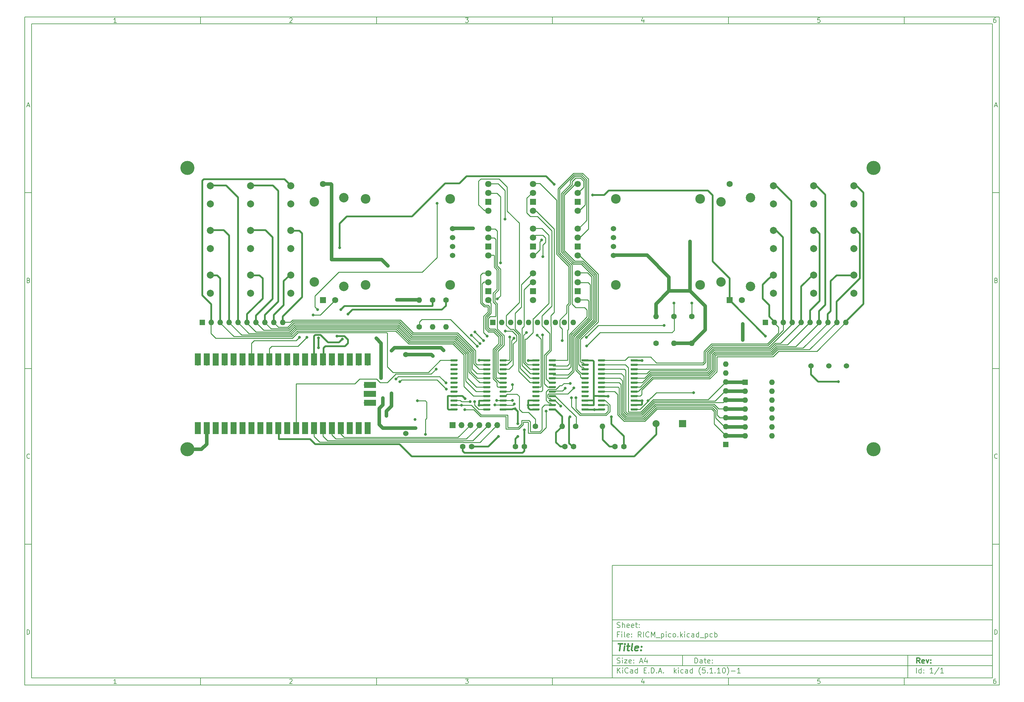
<source format=gtl>
%TF.GenerationSoftware,KiCad,Pcbnew,(5.1.10)-1*%
%TF.CreationDate,2021-07-11T23:03:33-04:00*%
%TF.ProjectId,RICM_pico,5249434d-5f70-4696-936f-2e6b69636164,rev?*%
%TF.SameCoordinates,Original*%
%TF.FileFunction,Copper,L1,Top*%
%TF.FilePolarity,Positive*%
%FSLAX46Y46*%
G04 Gerber Fmt 4.6, Leading zero omitted, Abs format (unit mm)*
G04 Created by KiCad (PCBNEW (5.1.10)-1) date 2021-07-11 23:03:33*
%MOMM*%
%LPD*%
G01*
G04 APERTURE LIST*
%ADD10C,0.100000*%
%ADD11C,0.150000*%
%ADD12C,0.300000*%
%ADD13C,0.400000*%
%TA.AperFunction,ComponentPad*%
%ADD14C,1.524000*%
%TD*%
%TA.AperFunction,ComponentPad*%
%ADD15C,1.600000*%
%TD*%
%TA.AperFunction,ComponentPad*%
%ADD16R,1.800000X1.800000*%
%TD*%
%TA.AperFunction,ComponentPad*%
%ADD17C,1.800000*%
%TD*%
%TA.AperFunction,ComponentPad*%
%ADD18O,1.600000X1.600000*%
%TD*%
%TA.AperFunction,ComponentPad*%
%ADD19R,1.600000X1.600000*%
%TD*%
%TA.AperFunction,ComponentPad*%
%ADD20R,2.000000X2.000000*%
%TD*%
%TA.AperFunction,ComponentPad*%
%ADD21C,2.000000*%
%TD*%
%TA.AperFunction,ComponentPad*%
%ADD22C,2.750000*%
%TD*%
%TA.AperFunction,ComponentPad*%
%ADD23R,1.700000X1.700000*%
%TD*%
%TA.AperFunction,ComponentPad*%
%ADD24O,1.700000X1.700000*%
%TD*%
%TA.AperFunction,SMDPad,CuDef*%
%ADD25R,1.700000X3.500000*%
%TD*%
%TA.AperFunction,SMDPad,CuDef*%
%ADD26R,3.500000X1.700000*%
%TD*%
%TA.AperFunction,ComponentPad*%
%ADD27R,1.750000X1.750000*%
%TD*%
%TA.AperFunction,ComponentPad*%
%ADD28C,1.750000*%
%TD*%
%TA.AperFunction,ComponentPad*%
%ADD29C,2.700000*%
%TD*%
%TA.AperFunction,ViaPad*%
%ADD30C,4.000000*%
%TD*%
%TA.AperFunction,ViaPad*%
%ADD31C,0.800000*%
%TD*%
%TA.AperFunction,Conductor*%
%ADD32C,0.500000*%
%TD*%
%TA.AperFunction,Conductor*%
%ADD33C,1.000000*%
%TD*%
%TA.AperFunction,Conductor*%
%ADD34C,0.250000*%
%TD*%
G04 APERTURE END LIST*
D10*
D11*
X177002200Y-166007200D02*
X177002200Y-198007200D01*
X285002200Y-198007200D01*
X285002200Y-166007200D01*
X177002200Y-166007200D01*
D10*
D11*
X10000000Y-10000000D02*
X10000000Y-200007200D01*
X287002200Y-200007200D01*
X287002200Y-10000000D01*
X10000000Y-10000000D01*
D10*
D11*
X12000000Y-12000000D02*
X12000000Y-198007200D01*
X285002200Y-198007200D01*
X285002200Y-12000000D01*
X12000000Y-12000000D01*
D10*
D11*
X60000000Y-12000000D02*
X60000000Y-10000000D01*
D10*
D11*
X110000000Y-12000000D02*
X110000000Y-10000000D01*
D10*
D11*
X160000000Y-12000000D02*
X160000000Y-10000000D01*
D10*
D11*
X210000000Y-12000000D02*
X210000000Y-10000000D01*
D10*
D11*
X260000000Y-12000000D02*
X260000000Y-10000000D01*
D10*
D11*
X36065476Y-11588095D02*
X35322619Y-11588095D01*
X35694047Y-11588095D02*
X35694047Y-10288095D01*
X35570238Y-10473809D01*
X35446428Y-10597619D01*
X35322619Y-10659523D01*
D10*
D11*
X85322619Y-10411904D02*
X85384523Y-10350000D01*
X85508333Y-10288095D01*
X85817857Y-10288095D01*
X85941666Y-10350000D01*
X86003571Y-10411904D01*
X86065476Y-10535714D01*
X86065476Y-10659523D01*
X86003571Y-10845238D01*
X85260714Y-11588095D01*
X86065476Y-11588095D01*
D10*
D11*
X135260714Y-10288095D02*
X136065476Y-10288095D01*
X135632142Y-10783333D01*
X135817857Y-10783333D01*
X135941666Y-10845238D01*
X136003571Y-10907142D01*
X136065476Y-11030952D01*
X136065476Y-11340476D01*
X136003571Y-11464285D01*
X135941666Y-11526190D01*
X135817857Y-11588095D01*
X135446428Y-11588095D01*
X135322619Y-11526190D01*
X135260714Y-11464285D01*
D10*
D11*
X185941666Y-10721428D02*
X185941666Y-11588095D01*
X185632142Y-10226190D02*
X185322619Y-11154761D01*
X186127380Y-11154761D01*
D10*
D11*
X236003571Y-10288095D02*
X235384523Y-10288095D01*
X235322619Y-10907142D01*
X235384523Y-10845238D01*
X235508333Y-10783333D01*
X235817857Y-10783333D01*
X235941666Y-10845238D01*
X236003571Y-10907142D01*
X236065476Y-11030952D01*
X236065476Y-11340476D01*
X236003571Y-11464285D01*
X235941666Y-11526190D01*
X235817857Y-11588095D01*
X235508333Y-11588095D01*
X235384523Y-11526190D01*
X235322619Y-11464285D01*
D10*
D11*
X285941666Y-10288095D02*
X285694047Y-10288095D01*
X285570238Y-10350000D01*
X285508333Y-10411904D01*
X285384523Y-10597619D01*
X285322619Y-10845238D01*
X285322619Y-11340476D01*
X285384523Y-11464285D01*
X285446428Y-11526190D01*
X285570238Y-11588095D01*
X285817857Y-11588095D01*
X285941666Y-11526190D01*
X286003571Y-11464285D01*
X286065476Y-11340476D01*
X286065476Y-11030952D01*
X286003571Y-10907142D01*
X285941666Y-10845238D01*
X285817857Y-10783333D01*
X285570238Y-10783333D01*
X285446428Y-10845238D01*
X285384523Y-10907142D01*
X285322619Y-11030952D01*
D10*
D11*
X60000000Y-198007200D02*
X60000000Y-200007200D01*
D10*
D11*
X110000000Y-198007200D02*
X110000000Y-200007200D01*
D10*
D11*
X160000000Y-198007200D02*
X160000000Y-200007200D01*
D10*
D11*
X210000000Y-198007200D02*
X210000000Y-200007200D01*
D10*
D11*
X260000000Y-198007200D02*
X260000000Y-200007200D01*
D10*
D11*
X36065476Y-199595295D02*
X35322619Y-199595295D01*
X35694047Y-199595295D02*
X35694047Y-198295295D01*
X35570238Y-198481009D01*
X35446428Y-198604819D01*
X35322619Y-198666723D01*
D10*
D11*
X85322619Y-198419104D02*
X85384523Y-198357200D01*
X85508333Y-198295295D01*
X85817857Y-198295295D01*
X85941666Y-198357200D01*
X86003571Y-198419104D01*
X86065476Y-198542914D01*
X86065476Y-198666723D01*
X86003571Y-198852438D01*
X85260714Y-199595295D01*
X86065476Y-199595295D01*
D10*
D11*
X135260714Y-198295295D02*
X136065476Y-198295295D01*
X135632142Y-198790533D01*
X135817857Y-198790533D01*
X135941666Y-198852438D01*
X136003571Y-198914342D01*
X136065476Y-199038152D01*
X136065476Y-199347676D01*
X136003571Y-199471485D01*
X135941666Y-199533390D01*
X135817857Y-199595295D01*
X135446428Y-199595295D01*
X135322619Y-199533390D01*
X135260714Y-199471485D01*
D10*
D11*
X185941666Y-198728628D02*
X185941666Y-199595295D01*
X185632142Y-198233390D02*
X185322619Y-199161961D01*
X186127380Y-199161961D01*
D10*
D11*
X236003571Y-198295295D02*
X235384523Y-198295295D01*
X235322619Y-198914342D01*
X235384523Y-198852438D01*
X235508333Y-198790533D01*
X235817857Y-198790533D01*
X235941666Y-198852438D01*
X236003571Y-198914342D01*
X236065476Y-199038152D01*
X236065476Y-199347676D01*
X236003571Y-199471485D01*
X235941666Y-199533390D01*
X235817857Y-199595295D01*
X235508333Y-199595295D01*
X235384523Y-199533390D01*
X235322619Y-199471485D01*
D10*
D11*
X285941666Y-198295295D02*
X285694047Y-198295295D01*
X285570238Y-198357200D01*
X285508333Y-198419104D01*
X285384523Y-198604819D01*
X285322619Y-198852438D01*
X285322619Y-199347676D01*
X285384523Y-199471485D01*
X285446428Y-199533390D01*
X285570238Y-199595295D01*
X285817857Y-199595295D01*
X285941666Y-199533390D01*
X286003571Y-199471485D01*
X286065476Y-199347676D01*
X286065476Y-199038152D01*
X286003571Y-198914342D01*
X285941666Y-198852438D01*
X285817857Y-198790533D01*
X285570238Y-198790533D01*
X285446428Y-198852438D01*
X285384523Y-198914342D01*
X285322619Y-199038152D01*
D10*
D11*
X10000000Y-60000000D02*
X12000000Y-60000000D01*
D10*
D11*
X10000000Y-110000000D02*
X12000000Y-110000000D01*
D10*
D11*
X10000000Y-160000000D02*
X12000000Y-160000000D01*
D10*
D11*
X10690476Y-35216666D02*
X11309523Y-35216666D01*
X10566666Y-35588095D02*
X11000000Y-34288095D01*
X11433333Y-35588095D01*
D10*
D11*
X11092857Y-84907142D02*
X11278571Y-84969047D01*
X11340476Y-85030952D01*
X11402380Y-85154761D01*
X11402380Y-85340476D01*
X11340476Y-85464285D01*
X11278571Y-85526190D01*
X11154761Y-85588095D01*
X10659523Y-85588095D01*
X10659523Y-84288095D01*
X11092857Y-84288095D01*
X11216666Y-84350000D01*
X11278571Y-84411904D01*
X11340476Y-84535714D01*
X11340476Y-84659523D01*
X11278571Y-84783333D01*
X11216666Y-84845238D01*
X11092857Y-84907142D01*
X10659523Y-84907142D01*
D10*
D11*
X11402380Y-135464285D02*
X11340476Y-135526190D01*
X11154761Y-135588095D01*
X11030952Y-135588095D01*
X10845238Y-135526190D01*
X10721428Y-135402380D01*
X10659523Y-135278571D01*
X10597619Y-135030952D01*
X10597619Y-134845238D01*
X10659523Y-134597619D01*
X10721428Y-134473809D01*
X10845238Y-134350000D01*
X11030952Y-134288095D01*
X11154761Y-134288095D01*
X11340476Y-134350000D01*
X11402380Y-134411904D01*
D10*
D11*
X10659523Y-185588095D02*
X10659523Y-184288095D01*
X10969047Y-184288095D01*
X11154761Y-184350000D01*
X11278571Y-184473809D01*
X11340476Y-184597619D01*
X11402380Y-184845238D01*
X11402380Y-185030952D01*
X11340476Y-185278571D01*
X11278571Y-185402380D01*
X11154761Y-185526190D01*
X10969047Y-185588095D01*
X10659523Y-185588095D01*
D10*
D11*
X287002200Y-60000000D02*
X285002200Y-60000000D01*
D10*
D11*
X287002200Y-110000000D02*
X285002200Y-110000000D01*
D10*
D11*
X287002200Y-160000000D02*
X285002200Y-160000000D01*
D10*
D11*
X285692676Y-35216666D02*
X286311723Y-35216666D01*
X285568866Y-35588095D02*
X286002200Y-34288095D01*
X286435533Y-35588095D01*
D10*
D11*
X286095057Y-84907142D02*
X286280771Y-84969047D01*
X286342676Y-85030952D01*
X286404580Y-85154761D01*
X286404580Y-85340476D01*
X286342676Y-85464285D01*
X286280771Y-85526190D01*
X286156961Y-85588095D01*
X285661723Y-85588095D01*
X285661723Y-84288095D01*
X286095057Y-84288095D01*
X286218866Y-84350000D01*
X286280771Y-84411904D01*
X286342676Y-84535714D01*
X286342676Y-84659523D01*
X286280771Y-84783333D01*
X286218866Y-84845238D01*
X286095057Y-84907142D01*
X285661723Y-84907142D01*
D10*
D11*
X286404580Y-135464285D02*
X286342676Y-135526190D01*
X286156961Y-135588095D01*
X286033152Y-135588095D01*
X285847438Y-135526190D01*
X285723628Y-135402380D01*
X285661723Y-135278571D01*
X285599819Y-135030952D01*
X285599819Y-134845238D01*
X285661723Y-134597619D01*
X285723628Y-134473809D01*
X285847438Y-134350000D01*
X286033152Y-134288095D01*
X286156961Y-134288095D01*
X286342676Y-134350000D01*
X286404580Y-134411904D01*
D10*
D11*
X285661723Y-185588095D02*
X285661723Y-184288095D01*
X285971247Y-184288095D01*
X286156961Y-184350000D01*
X286280771Y-184473809D01*
X286342676Y-184597619D01*
X286404580Y-184845238D01*
X286404580Y-185030952D01*
X286342676Y-185278571D01*
X286280771Y-185402380D01*
X286156961Y-185526190D01*
X285971247Y-185588095D01*
X285661723Y-185588095D01*
D10*
D11*
X200434342Y-193785771D02*
X200434342Y-192285771D01*
X200791485Y-192285771D01*
X201005771Y-192357200D01*
X201148628Y-192500057D01*
X201220057Y-192642914D01*
X201291485Y-192928628D01*
X201291485Y-193142914D01*
X201220057Y-193428628D01*
X201148628Y-193571485D01*
X201005771Y-193714342D01*
X200791485Y-193785771D01*
X200434342Y-193785771D01*
X202577200Y-193785771D02*
X202577200Y-193000057D01*
X202505771Y-192857200D01*
X202362914Y-192785771D01*
X202077200Y-192785771D01*
X201934342Y-192857200D01*
X202577200Y-193714342D02*
X202434342Y-193785771D01*
X202077200Y-193785771D01*
X201934342Y-193714342D01*
X201862914Y-193571485D01*
X201862914Y-193428628D01*
X201934342Y-193285771D01*
X202077200Y-193214342D01*
X202434342Y-193214342D01*
X202577200Y-193142914D01*
X203077200Y-192785771D02*
X203648628Y-192785771D01*
X203291485Y-192285771D02*
X203291485Y-193571485D01*
X203362914Y-193714342D01*
X203505771Y-193785771D01*
X203648628Y-193785771D01*
X204720057Y-193714342D02*
X204577200Y-193785771D01*
X204291485Y-193785771D01*
X204148628Y-193714342D01*
X204077200Y-193571485D01*
X204077200Y-193000057D01*
X204148628Y-192857200D01*
X204291485Y-192785771D01*
X204577200Y-192785771D01*
X204720057Y-192857200D01*
X204791485Y-193000057D01*
X204791485Y-193142914D01*
X204077200Y-193285771D01*
X205434342Y-193642914D02*
X205505771Y-193714342D01*
X205434342Y-193785771D01*
X205362914Y-193714342D01*
X205434342Y-193642914D01*
X205434342Y-193785771D01*
X205434342Y-192857200D02*
X205505771Y-192928628D01*
X205434342Y-193000057D01*
X205362914Y-192928628D01*
X205434342Y-192857200D01*
X205434342Y-193000057D01*
D10*
D11*
X177002200Y-194507200D02*
X285002200Y-194507200D01*
D10*
D11*
X178434342Y-196585771D02*
X178434342Y-195085771D01*
X179291485Y-196585771D02*
X178648628Y-195728628D01*
X179291485Y-195085771D02*
X178434342Y-195942914D01*
X179934342Y-196585771D02*
X179934342Y-195585771D01*
X179934342Y-195085771D02*
X179862914Y-195157200D01*
X179934342Y-195228628D01*
X180005771Y-195157200D01*
X179934342Y-195085771D01*
X179934342Y-195228628D01*
X181505771Y-196442914D02*
X181434342Y-196514342D01*
X181220057Y-196585771D01*
X181077200Y-196585771D01*
X180862914Y-196514342D01*
X180720057Y-196371485D01*
X180648628Y-196228628D01*
X180577200Y-195942914D01*
X180577200Y-195728628D01*
X180648628Y-195442914D01*
X180720057Y-195300057D01*
X180862914Y-195157200D01*
X181077200Y-195085771D01*
X181220057Y-195085771D01*
X181434342Y-195157200D01*
X181505771Y-195228628D01*
X182791485Y-196585771D02*
X182791485Y-195800057D01*
X182720057Y-195657200D01*
X182577200Y-195585771D01*
X182291485Y-195585771D01*
X182148628Y-195657200D01*
X182791485Y-196514342D02*
X182648628Y-196585771D01*
X182291485Y-196585771D01*
X182148628Y-196514342D01*
X182077200Y-196371485D01*
X182077200Y-196228628D01*
X182148628Y-196085771D01*
X182291485Y-196014342D01*
X182648628Y-196014342D01*
X182791485Y-195942914D01*
X184148628Y-196585771D02*
X184148628Y-195085771D01*
X184148628Y-196514342D02*
X184005771Y-196585771D01*
X183720057Y-196585771D01*
X183577200Y-196514342D01*
X183505771Y-196442914D01*
X183434342Y-196300057D01*
X183434342Y-195871485D01*
X183505771Y-195728628D01*
X183577200Y-195657200D01*
X183720057Y-195585771D01*
X184005771Y-195585771D01*
X184148628Y-195657200D01*
X186005771Y-195800057D02*
X186505771Y-195800057D01*
X186720057Y-196585771D02*
X186005771Y-196585771D01*
X186005771Y-195085771D01*
X186720057Y-195085771D01*
X187362914Y-196442914D02*
X187434342Y-196514342D01*
X187362914Y-196585771D01*
X187291485Y-196514342D01*
X187362914Y-196442914D01*
X187362914Y-196585771D01*
X188077200Y-196585771D02*
X188077200Y-195085771D01*
X188434342Y-195085771D01*
X188648628Y-195157200D01*
X188791485Y-195300057D01*
X188862914Y-195442914D01*
X188934342Y-195728628D01*
X188934342Y-195942914D01*
X188862914Y-196228628D01*
X188791485Y-196371485D01*
X188648628Y-196514342D01*
X188434342Y-196585771D01*
X188077200Y-196585771D01*
X189577200Y-196442914D02*
X189648628Y-196514342D01*
X189577200Y-196585771D01*
X189505771Y-196514342D01*
X189577200Y-196442914D01*
X189577200Y-196585771D01*
X190220057Y-196157200D02*
X190934342Y-196157200D01*
X190077200Y-196585771D02*
X190577200Y-195085771D01*
X191077200Y-196585771D01*
X191577200Y-196442914D02*
X191648628Y-196514342D01*
X191577200Y-196585771D01*
X191505771Y-196514342D01*
X191577200Y-196442914D01*
X191577200Y-196585771D01*
X194577200Y-196585771D02*
X194577200Y-195085771D01*
X194720057Y-196014342D02*
X195148628Y-196585771D01*
X195148628Y-195585771D02*
X194577200Y-196157200D01*
X195791485Y-196585771D02*
X195791485Y-195585771D01*
X195791485Y-195085771D02*
X195720057Y-195157200D01*
X195791485Y-195228628D01*
X195862914Y-195157200D01*
X195791485Y-195085771D01*
X195791485Y-195228628D01*
X197148628Y-196514342D02*
X197005771Y-196585771D01*
X196720057Y-196585771D01*
X196577200Y-196514342D01*
X196505771Y-196442914D01*
X196434342Y-196300057D01*
X196434342Y-195871485D01*
X196505771Y-195728628D01*
X196577200Y-195657200D01*
X196720057Y-195585771D01*
X197005771Y-195585771D01*
X197148628Y-195657200D01*
X198434342Y-196585771D02*
X198434342Y-195800057D01*
X198362914Y-195657200D01*
X198220057Y-195585771D01*
X197934342Y-195585771D01*
X197791485Y-195657200D01*
X198434342Y-196514342D02*
X198291485Y-196585771D01*
X197934342Y-196585771D01*
X197791485Y-196514342D01*
X197720057Y-196371485D01*
X197720057Y-196228628D01*
X197791485Y-196085771D01*
X197934342Y-196014342D01*
X198291485Y-196014342D01*
X198434342Y-195942914D01*
X199791485Y-196585771D02*
X199791485Y-195085771D01*
X199791485Y-196514342D02*
X199648628Y-196585771D01*
X199362914Y-196585771D01*
X199220057Y-196514342D01*
X199148628Y-196442914D01*
X199077200Y-196300057D01*
X199077200Y-195871485D01*
X199148628Y-195728628D01*
X199220057Y-195657200D01*
X199362914Y-195585771D01*
X199648628Y-195585771D01*
X199791485Y-195657200D01*
X202077200Y-197157200D02*
X202005771Y-197085771D01*
X201862914Y-196871485D01*
X201791485Y-196728628D01*
X201720057Y-196514342D01*
X201648628Y-196157200D01*
X201648628Y-195871485D01*
X201720057Y-195514342D01*
X201791485Y-195300057D01*
X201862914Y-195157200D01*
X202005771Y-194942914D01*
X202077200Y-194871485D01*
X203362914Y-195085771D02*
X202648628Y-195085771D01*
X202577200Y-195800057D01*
X202648628Y-195728628D01*
X202791485Y-195657200D01*
X203148628Y-195657200D01*
X203291485Y-195728628D01*
X203362914Y-195800057D01*
X203434342Y-195942914D01*
X203434342Y-196300057D01*
X203362914Y-196442914D01*
X203291485Y-196514342D01*
X203148628Y-196585771D01*
X202791485Y-196585771D01*
X202648628Y-196514342D01*
X202577200Y-196442914D01*
X204077200Y-196442914D02*
X204148628Y-196514342D01*
X204077200Y-196585771D01*
X204005771Y-196514342D01*
X204077200Y-196442914D01*
X204077200Y-196585771D01*
X205577200Y-196585771D02*
X204720057Y-196585771D01*
X205148628Y-196585771D02*
X205148628Y-195085771D01*
X205005771Y-195300057D01*
X204862914Y-195442914D01*
X204720057Y-195514342D01*
X206220057Y-196442914D02*
X206291485Y-196514342D01*
X206220057Y-196585771D01*
X206148628Y-196514342D01*
X206220057Y-196442914D01*
X206220057Y-196585771D01*
X207720057Y-196585771D02*
X206862914Y-196585771D01*
X207291485Y-196585771D02*
X207291485Y-195085771D01*
X207148628Y-195300057D01*
X207005771Y-195442914D01*
X206862914Y-195514342D01*
X208648628Y-195085771D02*
X208791485Y-195085771D01*
X208934342Y-195157200D01*
X209005771Y-195228628D01*
X209077200Y-195371485D01*
X209148628Y-195657200D01*
X209148628Y-196014342D01*
X209077200Y-196300057D01*
X209005771Y-196442914D01*
X208934342Y-196514342D01*
X208791485Y-196585771D01*
X208648628Y-196585771D01*
X208505771Y-196514342D01*
X208434342Y-196442914D01*
X208362914Y-196300057D01*
X208291485Y-196014342D01*
X208291485Y-195657200D01*
X208362914Y-195371485D01*
X208434342Y-195228628D01*
X208505771Y-195157200D01*
X208648628Y-195085771D01*
X209648628Y-197157200D02*
X209720057Y-197085771D01*
X209862914Y-196871485D01*
X209934342Y-196728628D01*
X210005771Y-196514342D01*
X210077200Y-196157200D01*
X210077200Y-195871485D01*
X210005771Y-195514342D01*
X209934342Y-195300057D01*
X209862914Y-195157200D01*
X209720057Y-194942914D01*
X209648628Y-194871485D01*
X210791485Y-196014342D02*
X211934342Y-196014342D01*
X213434342Y-196585771D02*
X212577200Y-196585771D01*
X213005771Y-196585771D02*
X213005771Y-195085771D01*
X212862914Y-195300057D01*
X212720057Y-195442914D01*
X212577200Y-195514342D01*
D10*
D11*
X177002200Y-191507200D02*
X285002200Y-191507200D01*
D10*
D12*
X264411485Y-193785771D02*
X263911485Y-193071485D01*
X263554342Y-193785771D02*
X263554342Y-192285771D01*
X264125771Y-192285771D01*
X264268628Y-192357200D01*
X264340057Y-192428628D01*
X264411485Y-192571485D01*
X264411485Y-192785771D01*
X264340057Y-192928628D01*
X264268628Y-193000057D01*
X264125771Y-193071485D01*
X263554342Y-193071485D01*
X265625771Y-193714342D02*
X265482914Y-193785771D01*
X265197200Y-193785771D01*
X265054342Y-193714342D01*
X264982914Y-193571485D01*
X264982914Y-193000057D01*
X265054342Y-192857200D01*
X265197200Y-192785771D01*
X265482914Y-192785771D01*
X265625771Y-192857200D01*
X265697200Y-193000057D01*
X265697200Y-193142914D01*
X264982914Y-193285771D01*
X266197200Y-192785771D02*
X266554342Y-193785771D01*
X266911485Y-192785771D01*
X267482914Y-193642914D02*
X267554342Y-193714342D01*
X267482914Y-193785771D01*
X267411485Y-193714342D01*
X267482914Y-193642914D01*
X267482914Y-193785771D01*
X267482914Y-192857200D02*
X267554342Y-192928628D01*
X267482914Y-193000057D01*
X267411485Y-192928628D01*
X267482914Y-192857200D01*
X267482914Y-193000057D01*
D10*
D11*
X178362914Y-193714342D02*
X178577200Y-193785771D01*
X178934342Y-193785771D01*
X179077200Y-193714342D01*
X179148628Y-193642914D01*
X179220057Y-193500057D01*
X179220057Y-193357200D01*
X179148628Y-193214342D01*
X179077200Y-193142914D01*
X178934342Y-193071485D01*
X178648628Y-193000057D01*
X178505771Y-192928628D01*
X178434342Y-192857200D01*
X178362914Y-192714342D01*
X178362914Y-192571485D01*
X178434342Y-192428628D01*
X178505771Y-192357200D01*
X178648628Y-192285771D01*
X179005771Y-192285771D01*
X179220057Y-192357200D01*
X179862914Y-193785771D02*
X179862914Y-192785771D01*
X179862914Y-192285771D02*
X179791485Y-192357200D01*
X179862914Y-192428628D01*
X179934342Y-192357200D01*
X179862914Y-192285771D01*
X179862914Y-192428628D01*
X180434342Y-192785771D02*
X181220057Y-192785771D01*
X180434342Y-193785771D01*
X181220057Y-193785771D01*
X182362914Y-193714342D02*
X182220057Y-193785771D01*
X181934342Y-193785771D01*
X181791485Y-193714342D01*
X181720057Y-193571485D01*
X181720057Y-193000057D01*
X181791485Y-192857200D01*
X181934342Y-192785771D01*
X182220057Y-192785771D01*
X182362914Y-192857200D01*
X182434342Y-193000057D01*
X182434342Y-193142914D01*
X181720057Y-193285771D01*
X183077200Y-193642914D02*
X183148628Y-193714342D01*
X183077200Y-193785771D01*
X183005771Y-193714342D01*
X183077200Y-193642914D01*
X183077200Y-193785771D01*
X183077200Y-192857200D02*
X183148628Y-192928628D01*
X183077200Y-193000057D01*
X183005771Y-192928628D01*
X183077200Y-192857200D01*
X183077200Y-193000057D01*
X184862914Y-193357200D02*
X185577200Y-193357200D01*
X184720057Y-193785771D02*
X185220057Y-192285771D01*
X185720057Y-193785771D01*
X186862914Y-192785771D02*
X186862914Y-193785771D01*
X186505771Y-192214342D02*
X186148628Y-193285771D01*
X187077200Y-193285771D01*
D10*
D11*
X263434342Y-196585771D02*
X263434342Y-195085771D01*
X264791485Y-196585771D02*
X264791485Y-195085771D01*
X264791485Y-196514342D02*
X264648628Y-196585771D01*
X264362914Y-196585771D01*
X264220057Y-196514342D01*
X264148628Y-196442914D01*
X264077200Y-196300057D01*
X264077200Y-195871485D01*
X264148628Y-195728628D01*
X264220057Y-195657200D01*
X264362914Y-195585771D01*
X264648628Y-195585771D01*
X264791485Y-195657200D01*
X265505771Y-196442914D02*
X265577200Y-196514342D01*
X265505771Y-196585771D01*
X265434342Y-196514342D01*
X265505771Y-196442914D01*
X265505771Y-196585771D01*
X265505771Y-195657200D02*
X265577200Y-195728628D01*
X265505771Y-195800057D01*
X265434342Y-195728628D01*
X265505771Y-195657200D01*
X265505771Y-195800057D01*
X268148628Y-196585771D02*
X267291485Y-196585771D01*
X267720057Y-196585771D02*
X267720057Y-195085771D01*
X267577200Y-195300057D01*
X267434342Y-195442914D01*
X267291485Y-195514342D01*
X269862914Y-195014342D02*
X268577200Y-196942914D01*
X271148628Y-196585771D02*
X270291485Y-196585771D01*
X270720057Y-196585771D02*
X270720057Y-195085771D01*
X270577200Y-195300057D01*
X270434342Y-195442914D01*
X270291485Y-195514342D01*
D10*
D11*
X177002200Y-187507200D02*
X285002200Y-187507200D01*
D10*
D13*
X178714580Y-188211961D02*
X179857438Y-188211961D01*
X179036009Y-190211961D02*
X179286009Y-188211961D01*
X180274104Y-190211961D02*
X180440771Y-188878628D01*
X180524104Y-188211961D02*
X180416961Y-188307200D01*
X180500295Y-188402438D01*
X180607438Y-188307200D01*
X180524104Y-188211961D01*
X180500295Y-188402438D01*
X181107438Y-188878628D02*
X181869342Y-188878628D01*
X181476485Y-188211961D02*
X181262200Y-189926247D01*
X181333628Y-190116723D01*
X181512200Y-190211961D01*
X181702676Y-190211961D01*
X182655057Y-190211961D02*
X182476485Y-190116723D01*
X182405057Y-189926247D01*
X182619342Y-188211961D01*
X184190771Y-190116723D02*
X183988390Y-190211961D01*
X183607438Y-190211961D01*
X183428866Y-190116723D01*
X183357438Y-189926247D01*
X183452676Y-189164342D01*
X183571723Y-188973866D01*
X183774104Y-188878628D01*
X184155057Y-188878628D01*
X184333628Y-188973866D01*
X184405057Y-189164342D01*
X184381247Y-189354819D01*
X183405057Y-189545295D01*
X185155057Y-190021485D02*
X185238390Y-190116723D01*
X185131247Y-190211961D01*
X185047914Y-190116723D01*
X185155057Y-190021485D01*
X185131247Y-190211961D01*
X185286009Y-188973866D02*
X185369342Y-189069104D01*
X185262200Y-189164342D01*
X185178866Y-189069104D01*
X185286009Y-188973866D01*
X185262200Y-189164342D01*
D10*
D11*
X178934342Y-185600057D02*
X178434342Y-185600057D01*
X178434342Y-186385771D02*
X178434342Y-184885771D01*
X179148628Y-184885771D01*
X179720057Y-186385771D02*
X179720057Y-185385771D01*
X179720057Y-184885771D02*
X179648628Y-184957200D01*
X179720057Y-185028628D01*
X179791485Y-184957200D01*
X179720057Y-184885771D01*
X179720057Y-185028628D01*
X180648628Y-186385771D02*
X180505771Y-186314342D01*
X180434342Y-186171485D01*
X180434342Y-184885771D01*
X181791485Y-186314342D02*
X181648628Y-186385771D01*
X181362914Y-186385771D01*
X181220057Y-186314342D01*
X181148628Y-186171485D01*
X181148628Y-185600057D01*
X181220057Y-185457200D01*
X181362914Y-185385771D01*
X181648628Y-185385771D01*
X181791485Y-185457200D01*
X181862914Y-185600057D01*
X181862914Y-185742914D01*
X181148628Y-185885771D01*
X182505771Y-186242914D02*
X182577200Y-186314342D01*
X182505771Y-186385771D01*
X182434342Y-186314342D01*
X182505771Y-186242914D01*
X182505771Y-186385771D01*
X182505771Y-185457200D02*
X182577200Y-185528628D01*
X182505771Y-185600057D01*
X182434342Y-185528628D01*
X182505771Y-185457200D01*
X182505771Y-185600057D01*
X185220057Y-186385771D02*
X184720057Y-185671485D01*
X184362914Y-186385771D02*
X184362914Y-184885771D01*
X184934342Y-184885771D01*
X185077200Y-184957200D01*
X185148628Y-185028628D01*
X185220057Y-185171485D01*
X185220057Y-185385771D01*
X185148628Y-185528628D01*
X185077200Y-185600057D01*
X184934342Y-185671485D01*
X184362914Y-185671485D01*
X185862914Y-186385771D02*
X185862914Y-184885771D01*
X187434342Y-186242914D02*
X187362914Y-186314342D01*
X187148628Y-186385771D01*
X187005771Y-186385771D01*
X186791485Y-186314342D01*
X186648628Y-186171485D01*
X186577200Y-186028628D01*
X186505771Y-185742914D01*
X186505771Y-185528628D01*
X186577200Y-185242914D01*
X186648628Y-185100057D01*
X186791485Y-184957200D01*
X187005771Y-184885771D01*
X187148628Y-184885771D01*
X187362914Y-184957200D01*
X187434342Y-185028628D01*
X188077200Y-186385771D02*
X188077200Y-184885771D01*
X188577200Y-185957200D01*
X189077200Y-184885771D01*
X189077200Y-186385771D01*
X189434342Y-186528628D02*
X190577200Y-186528628D01*
X190934342Y-185385771D02*
X190934342Y-186885771D01*
X190934342Y-185457200D02*
X191077200Y-185385771D01*
X191362914Y-185385771D01*
X191505771Y-185457200D01*
X191577200Y-185528628D01*
X191648628Y-185671485D01*
X191648628Y-186100057D01*
X191577200Y-186242914D01*
X191505771Y-186314342D01*
X191362914Y-186385771D01*
X191077200Y-186385771D01*
X190934342Y-186314342D01*
X192291485Y-186385771D02*
X192291485Y-185385771D01*
X192291485Y-184885771D02*
X192220057Y-184957200D01*
X192291485Y-185028628D01*
X192362914Y-184957200D01*
X192291485Y-184885771D01*
X192291485Y-185028628D01*
X193648628Y-186314342D02*
X193505771Y-186385771D01*
X193220057Y-186385771D01*
X193077200Y-186314342D01*
X193005771Y-186242914D01*
X192934342Y-186100057D01*
X192934342Y-185671485D01*
X193005771Y-185528628D01*
X193077200Y-185457200D01*
X193220057Y-185385771D01*
X193505771Y-185385771D01*
X193648628Y-185457200D01*
X194505771Y-186385771D02*
X194362914Y-186314342D01*
X194291485Y-186242914D01*
X194220057Y-186100057D01*
X194220057Y-185671485D01*
X194291485Y-185528628D01*
X194362914Y-185457200D01*
X194505771Y-185385771D01*
X194720057Y-185385771D01*
X194862914Y-185457200D01*
X194934342Y-185528628D01*
X195005771Y-185671485D01*
X195005771Y-186100057D01*
X194934342Y-186242914D01*
X194862914Y-186314342D01*
X194720057Y-186385771D01*
X194505771Y-186385771D01*
X195648628Y-186242914D02*
X195720057Y-186314342D01*
X195648628Y-186385771D01*
X195577200Y-186314342D01*
X195648628Y-186242914D01*
X195648628Y-186385771D01*
X196362914Y-186385771D02*
X196362914Y-184885771D01*
X196505771Y-185814342D02*
X196934342Y-186385771D01*
X196934342Y-185385771D02*
X196362914Y-185957200D01*
X197577200Y-186385771D02*
X197577200Y-185385771D01*
X197577200Y-184885771D02*
X197505771Y-184957200D01*
X197577200Y-185028628D01*
X197648628Y-184957200D01*
X197577200Y-184885771D01*
X197577200Y-185028628D01*
X198934342Y-186314342D02*
X198791485Y-186385771D01*
X198505771Y-186385771D01*
X198362914Y-186314342D01*
X198291485Y-186242914D01*
X198220057Y-186100057D01*
X198220057Y-185671485D01*
X198291485Y-185528628D01*
X198362914Y-185457200D01*
X198505771Y-185385771D01*
X198791485Y-185385771D01*
X198934342Y-185457200D01*
X200220057Y-186385771D02*
X200220057Y-185600057D01*
X200148628Y-185457200D01*
X200005771Y-185385771D01*
X199720057Y-185385771D01*
X199577200Y-185457200D01*
X200220057Y-186314342D02*
X200077200Y-186385771D01*
X199720057Y-186385771D01*
X199577200Y-186314342D01*
X199505771Y-186171485D01*
X199505771Y-186028628D01*
X199577200Y-185885771D01*
X199720057Y-185814342D01*
X200077200Y-185814342D01*
X200220057Y-185742914D01*
X201577200Y-186385771D02*
X201577200Y-184885771D01*
X201577200Y-186314342D02*
X201434342Y-186385771D01*
X201148628Y-186385771D01*
X201005771Y-186314342D01*
X200934342Y-186242914D01*
X200862914Y-186100057D01*
X200862914Y-185671485D01*
X200934342Y-185528628D01*
X201005771Y-185457200D01*
X201148628Y-185385771D01*
X201434342Y-185385771D01*
X201577200Y-185457200D01*
X201934342Y-186528628D02*
X203077200Y-186528628D01*
X203434342Y-185385771D02*
X203434342Y-186885771D01*
X203434342Y-185457200D02*
X203577200Y-185385771D01*
X203862914Y-185385771D01*
X204005771Y-185457200D01*
X204077200Y-185528628D01*
X204148628Y-185671485D01*
X204148628Y-186100057D01*
X204077200Y-186242914D01*
X204005771Y-186314342D01*
X203862914Y-186385771D01*
X203577200Y-186385771D01*
X203434342Y-186314342D01*
X205434342Y-186314342D02*
X205291485Y-186385771D01*
X205005771Y-186385771D01*
X204862914Y-186314342D01*
X204791485Y-186242914D01*
X204720057Y-186100057D01*
X204720057Y-185671485D01*
X204791485Y-185528628D01*
X204862914Y-185457200D01*
X205005771Y-185385771D01*
X205291485Y-185385771D01*
X205434342Y-185457200D01*
X206077200Y-186385771D02*
X206077200Y-184885771D01*
X206077200Y-185457200D02*
X206220057Y-185385771D01*
X206505771Y-185385771D01*
X206648628Y-185457200D01*
X206720057Y-185528628D01*
X206791485Y-185671485D01*
X206791485Y-186100057D01*
X206720057Y-186242914D01*
X206648628Y-186314342D01*
X206505771Y-186385771D01*
X206220057Y-186385771D01*
X206077200Y-186314342D01*
D10*
D11*
X177002200Y-181507200D02*
X285002200Y-181507200D01*
D10*
D11*
X178362914Y-183614342D02*
X178577200Y-183685771D01*
X178934342Y-183685771D01*
X179077200Y-183614342D01*
X179148628Y-183542914D01*
X179220057Y-183400057D01*
X179220057Y-183257200D01*
X179148628Y-183114342D01*
X179077200Y-183042914D01*
X178934342Y-182971485D01*
X178648628Y-182900057D01*
X178505771Y-182828628D01*
X178434342Y-182757200D01*
X178362914Y-182614342D01*
X178362914Y-182471485D01*
X178434342Y-182328628D01*
X178505771Y-182257200D01*
X178648628Y-182185771D01*
X179005771Y-182185771D01*
X179220057Y-182257200D01*
X179862914Y-183685771D02*
X179862914Y-182185771D01*
X180505771Y-183685771D02*
X180505771Y-182900057D01*
X180434342Y-182757200D01*
X180291485Y-182685771D01*
X180077200Y-182685771D01*
X179934342Y-182757200D01*
X179862914Y-182828628D01*
X181791485Y-183614342D02*
X181648628Y-183685771D01*
X181362914Y-183685771D01*
X181220057Y-183614342D01*
X181148628Y-183471485D01*
X181148628Y-182900057D01*
X181220057Y-182757200D01*
X181362914Y-182685771D01*
X181648628Y-182685771D01*
X181791485Y-182757200D01*
X181862914Y-182900057D01*
X181862914Y-183042914D01*
X181148628Y-183185771D01*
X183077200Y-183614342D02*
X182934342Y-183685771D01*
X182648628Y-183685771D01*
X182505771Y-183614342D01*
X182434342Y-183471485D01*
X182434342Y-182900057D01*
X182505771Y-182757200D01*
X182648628Y-182685771D01*
X182934342Y-182685771D01*
X183077200Y-182757200D01*
X183148628Y-182900057D01*
X183148628Y-183042914D01*
X182434342Y-183185771D01*
X183577200Y-182685771D02*
X184148628Y-182685771D01*
X183791485Y-182185771D02*
X183791485Y-183471485D01*
X183862914Y-183614342D01*
X184005771Y-183685771D01*
X184148628Y-183685771D01*
X184648628Y-183542914D02*
X184720057Y-183614342D01*
X184648628Y-183685771D01*
X184577200Y-183614342D01*
X184648628Y-183542914D01*
X184648628Y-183685771D01*
X184648628Y-182757200D02*
X184720057Y-182828628D01*
X184648628Y-182900057D01*
X184577200Y-182828628D01*
X184648628Y-182757200D01*
X184648628Y-182900057D01*
D10*
D11*
X197002200Y-191507200D02*
X197002200Y-194507200D01*
D10*
D11*
X261002200Y-191507200D02*
X261002200Y-198007200D01*
D14*
%TO.P,RV3,3*%
%TO.N,+3V3*%
X233496000Y-109228000D03*
%TO.P,RV3,2*%
%TO.N,Net-(RV3-Pad2)*%
X238496000Y-109228000D03*
%TO.P,RV3,1*%
%TO.N,AGND*%
X243496000Y-109228000D03*
%TD*%
%TO.P,F1,2*%
%TO.N,+3V3*%
X118339000Y-106056000D03*
%TO.P,F1,1*%
%TO.N,Net-(F1-Pad1)*%
X118339000Y-128456000D03*
%TD*%
D15*
%TO.P,C5,2*%
%TO.N,Earth*%
X180246000Y-132228000D03*
%TO.P,C5,1*%
%TO.N,+3V3*%
X177746000Y-132228000D03*
%TD*%
%TO.P,C4,2*%
%TO.N,Earth*%
X165996000Y-132228000D03*
%TO.P,C4,1*%
%TO.N,+3V3*%
X163496000Y-132228000D03*
%TD*%
%TO.P,C3,2*%
%TO.N,Earth*%
X151996000Y-132228000D03*
%TO.P,C3,1*%
%TO.N,+3V3*%
X149496000Y-132228000D03*
%TD*%
%TO.P,C2,2*%
%TO.N,Earth*%
X134496000Y-132228000D03*
%TO.P,C2,1*%
%TO.N,+3V3*%
X136996000Y-132228000D03*
%TD*%
D16*
%TO.P,D3,1*%
%TO.N,Net-(D3-Pad1)*%
X141746000Y-75268000D03*
D17*
%TO.P,D3,3*%
%TO.N,Net-(D3-Pad3)*%
X141746000Y-72728000D03*
%TO.P,D3,4*%
%TO.N,Net-(D3-Pad4)*%
X141746000Y-70188000D03*
%TO.P,D3,2*%
%TO.N,Net-(D3-Pad2)*%
X141746000Y-77808000D03*
%TD*%
D15*
%TO.P,R6,1*%
%TO.N,SDA1*%
X199566000Y-95158000D03*
D18*
%TO.P,R6,2*%
%TO.N,+3V3*%
X199566000Y-102778000D03*
%TD*%
D15*
%TO.P,R8,1*%
%TO.N,INT1*%
X122096000Y-98168000D03*
D18*
%TO.P,R8,2*%
%TO.N,+3V3*%
X122096000Y-90548000D03*
%TD*%
D19*
%TO.P,RN4,1*%
%TO.N,+5V*%
X143016000Y-96858000D03*
D18*
%TO.P,RN4,2*%
%TO.N,Net-(D2-Pad1)*%
X145556000Y-96858000D03*
%TO.P,RN4,3*%
%TO.N,Net-(D3-Pad1)*%
X148096000Y-96858000D03*
%TO.P,RN4,4*%
%TO.N,Net-(D4-Pad1)*%
X150636000Y-96858000D03*
%TO.P,RN4,5*%
%TO.N,Net-(D5-Pad1)*%
X153176000Y-96858000D03*
%TO.P,RN4,6*%
%TO.N,Net-(D6-Pad1)*%
X155716000Y-96858000D03*
%TO.P,RN4,7*%
%TO.N,Net-(D7-Pad1)*%
X158256000Y-96858000D03*
%TO.P,RN4,8*%
%TO.N,Net-(D8-Pad1)*%
X160796000Y-96858000D03*
%TO.P,RN4,9*%
%TO.N,Net-(D9-Pad1)*%
X163336000Y-96858000D03*
%TO.P,RN4,10*%
%TO.N,Net-(D10-Pad1)*%
X165876000Y-96858000D03*
%TD*%
%TO.P,U5,1*%
%TO.N,+3V3*%
%TA.AperFunction,SMDPad,CuDef*%
G36*
G01*
X170281000Y-121473000D02*
X170281000Y-121773000D01*
G75*
G02*
X170131000Y-121923000I-150000J0D01*
G01*
X168381000Y-121923000D01*
G75*
G02*
X168231000Y-121773000I0J150000D01*
G01*
X168231000Y-121473000D01*
G75*
G02*
X168381000Y-121323000I150000J0D01*
G01*
X170131000Y-121323000D01*
G75*
G02*
X170281000Y-121473000I0J-150000D01*
G01*
G37*
%TD.AperFunction*%
%TO.P,U5,2*%
%TO.N,Earth*%
%TA.AperFunction,SMDPad,CuDef*%
G36*
G01*
X170281000Y-120203000D02*
X170281000Y-120503000D01*
G75*
G02*
X170131000Y-120653000I-150000J0D01*
G01*
X168381000Y-120653000D01*
G75*
G02*
X168231000Y-120503000I0J150000D01*
G01*
X168231000Y-120203000D01*
G75*
G02*
X168381000Y-120053000I150000J0D01*
G01*
X170131000Y-120053000D01*
G75*
G02*
X170281000Y-120203000I0J-150000D01*
G01*
G37*
%TD.AperFunction*%
%TO.P,U5,3*%
%TA.AperFunction,SMDPad,CuDef*%
G36*
G01*
X170281000Y-118933000D02*
X170281000Y-119233000D01*
G75*
G02*
X170131000Y-119383000I-150000J0D01*
G01*
X168381000Y-119383000D01*
G75*
G02*
X168231000Y-119233000I0J150000D01*
G01*
X168231000Y-118933000D01*
G75*
G02*
X168381000Y-118783000I150000J0D01*
G01*
X170131000Y-118783000D01*
G75*
G02*
X170281000Y-118933000I0J-150000D01*
G01*
G37*
%TD.AperFunction*%
%TO.P,U5,4*%
%TO.N,c9*%
%TA.AperFunction,SMDPad,CuDef*%
G36*
G01*
X170281000Y-117663000D02*
X170281000Y-117963000D01*
G75*
G02*
X170131000Y-118113000I-150000J0D01*
G01*
X168381000Y-118113000D01*
G75*
G02*
X168231000Y-117963000I0J150000D01*
G01*
X168231000Y-117663000D01*
G75*
G02*
X168381000Y-117513000I150000J0D01*
G01*
X170131000Y-117513000D01*
G75*
G02*
X170281000Y-117663000I0J-150000D01*
G01*
G37*
%TD.AperFunction*%
%TO.P,U5,5*%
%TO.N,c10*%
%TA.AperFunction,SMDPad,CuDef*%
G36*
G01*
X170281000Y-116393000D02*
X170281000Y-116693000D01*
G75*
G02*
X170131000Y-116843000I-150000J0D01*
G01*
X168381000Y-116843000D01*
G75*
G02*
X168231000Y-116693000I0J150000D01*
G01*
X168231000Y-116393000D01*
G75*
G02*
X168381000Y-116243000I150000J0D01*
G01*
X170131000Y-116243000D01*
G75*
G02*
X170281000Y-116393000I0J-150000D01*
G01*
G37*
%TD.AperFunction*%
%TO.P,U5,6*%
%TO.N,c11*%
%TA.AperFunction,SMDPad,CuDef*%
G36*
G01*
X170281000Y-115123000D02*
X170281000Y-115423000D01*
G75*
G02*
X170131000Y-115573000I-150000J0D01*
G01*
X168381000Y-115573000D01*
G75*
G02*
X168231000Y-115423000I0J150000D01*
G01*
X168231000Y-115123000D01*
G75*
G02*
X168381000Y-114973000I150000J0D01*
G01*
X170131000Y-114973000D01*
G75*
G02*
X170281000Y-115123000I0J-150000D01*
G01*
G37*
%TD.AperFunction*%
%TO.P,U5,7*%
%TO.N,c12*%
%TA.AperFunction,SMDPad,CuDef*%
G36*
G01*
X170281000Y-113853000D02*
X170281000Y-114153000D01*
G75*
G02*
X170131000Y-114303000I-150000J0D01*
G01*
X168381000Y-114303000D01*
G75*
G02*
X168231000Y-114153000I0J150000D01*
G01*
X168231000Y-113853000D01*
G75*
G02*
X168381000Y-113703000I150000J0D01*
G01*
X170131000Y-113703000D01*
G75*
G02*
X170281000Y-113853000I0J-150000D01*
G01*
G37*
%TD.AperFunction*%
%TO.P,U5,8*%
%TO.N,Net-(D10-Pad2)*%
%TA.AperFunction,SMDPad,CuDef*%
G36*
G01*
X170281000Y-112583000D02*
X170281000Y-112883000D01*
G75*
G02*
X170131000Y-113033000I-150000J0D01*
G01*
X168381000Y-113033000D01*
G75*
G02*
X168231000Y-112883000I0J150000D01*
G01*
X168231000Y-112583000D01*
G75*
G02*
X168381000Y-112433000I150000J0D01*
G01*
X170131000Y-112433000D01*
G75*
G02*
X170281000Y-112583000I0J-150000D01*
G01*
G37*
%TD.AperFunction*%
%TO.P,U5,9*%
%TO.N,Net-(D10-Pad3)*%
%TA.AperFunction,SMDPad,CuDef*%
G36*
G01*
X170281000Y-111313000D02*
X170281000Y-111613000D01*
G75*
G02*
X170131000Y-111763000I-150000J0D01*
G01*
X168381000Y-111763000D01*
G75*
G02*
X168231000Y-111613000I0J150000D01*
G01*
X168231000Y-111313000D01*
G75*
G02*
X168381000Y-111163000I150000J0D01*
G01*
X170131000Y-111163000D01*
G75*
G02*
X170281000Y-111313000I0J-150000D01*
G01*
G37*
%TD.AperFunction*%
%TO.P,U5,10*%
%TO.N,Net-(D10-Pad4)*%
%TA.AperFunction,SMDPad,CuDef*%
G36*
G01*
X170281000Y-110043000D02*
X170281000Y-110343000D01*
G75*
G02*
X170131000Y-110493000I-150000J0D01*
G01*
X168381000Y-110493000D01*
G75*
G02*
X168231000Y-110343000I0J150000D01*
G01*
X168231000Y-110043000D01*
G75*
G02*
X168381000Y-109893000I150000J0D01*
G01*
X170131000Y-109893000D01*
G75*
G02*
X170281000Y-110043000I0J-150000D01*
G01*
G37*
%TD.AperFunction*%
%TO.P,U5,11*%
%TO.N,Net-(D9-Pad2)*%
%TA.AperFunction,SMDPad,CuDef*%
G36*
G01*
X170281000Y-108773000D02*
X170281000Y-109073000D01*
G75*
G02*
X170131000Y-109223000I-150000J0D01*
G01*
X168381000Y-109223000D01*
G75*
G02*
X168231000Y-109073000I0J150000D01*
G01*
X168231000Y-108773000D01*
G75*
G02*
X168381000Y-108623000I150000J0D01*
G01*
X170131000Y-108623000D01*
G75*
G02*
X170281000Y-108773000I0J-150000D01*
G01*
G37*
%TD.AperFunction*%
%TO.P,U5,12*%
%TO.N,Earth*%
%TA.AperFunction,SMDPad,CuDef*%
G36*
G01*
X170281000Y-107503000D02*
X170281000Y-107803000D01*
G75*
G02*
X170131000Y-107953000I-150000J0D01*
G01*
X168381000Y-107953000D01*
G75*
G02*
X168231000Y-107803000I0J150000D01*
G01*
X168231000Y-107503000D01*
G75*
G02*
X168381000Y-107353000I150000J0D01*
G01*
X170131000Y-107353000D01*
G75*
G02*
X170281000Y-107503000I0J-150000D01*
G01*
G37*
%TD.AperFunction*%
%TO.P,U5,13*%
%TO.N,Net-(D9-Pad3)*%
%TA.AperFunction,SMDPad,CuDef*%
G36*
G01*
X160981000Y-107503000D02*
X160981000Y-107803000D01*
G75*
G02*
X160831000Y-107953000I-150000J0D01*
G01*
X159081000Y-107953000D01*
G75*
G02*
X158931000Y-107803000I0J150000D01*
G01*
X158931000Y-107503000D01*
G75*
G02*
X159081000Y-107353000I150000J0D01*
G01*
X160831000Y-107353000D01*
G75*
G02*
X160981000Y-107503000I0J-150000D01*
G01*
G37*
%TD.AperFunction*%
%TO.P,U5,14*%
%TO.N,Net-(D9-Pad4)*%
%TA.AperFunction,SMDPad,CuDef*%
G36*
G01*
X160981000Y-108773000D02*
X160981000Y-109073000D01*
G75*
G02*
X160831000Y-109223000I-150000J0D01*
G01*
X159081000Y-109223000D01*
G75*
G02*
X158931000Y-109073000I0J150000D01*
G01*
X158931000Y-108773000D01*
G75*
G02*
X159081000Y-108623000I150000J0D01*
G01*
X160831000Y-108623000D01*
G75*
G02*
X160981000Y-108773000I0J-150000D01*
G01*
G37*
%TD.AperFunction*%
%TO.P,U5,15*%
%TO.N,Net-(D8-Pad2)*%
%TA.AperFunction,SMDPad,CuDef*%
G36*
G01*
X160981000Y-110043000D02*
X160981000Y-110343000D01*
G75*
G02*
X160831000Y-110493000I-150000J0D01*
G01*
X159081000Y-110493000D01*
G75*
G02*
X158931000Y-110343000I0J150000D01*
G01*
X158931000Y-110043000D01*
G75*
G02*
X159081000Y-109893000I150000J0D01*
G01*
X160831000Y-109893000D01*
G75*
G02*
X160981000Y-110043000I0J-150000D01*
G01*
G37*
%TD.AperFunction*%
%TO.P,U5,16*%
%TO.N,Net-(D8-Pad3)*%
%TA.AperFunction,SMDPad,CuDef*%
G36*
G01*
X160981000Y-111313000D02*
X160981000Y-111613000D01*
G75*
G02*
X160831000Y-111763000I-150000J0D01*
G01*
X159081000Y-111763000D01*
G75*
G02*
X158931000Y-111613000I0J150000D01*
G01*
X158931000Y-111313000D01*
G75*
G02*
X159081000Y-111163000I150000J0D01*
G01*
X160831000Y-111163000D01*
G75*
G02*
X160981000Y-111313000I0J-150000D01*
G01*
G37*
%TD.AperFunction*%
%TO.P,U5,17*%
%TO.N,Net-(D8-Pad4)*%
%TA.AperFunction,SMDPad,CuDef*%
G36*
G01*
X160981000Y-112583000D02*
X160981000Y-112883000D01*
G75*
G02*
X160831000Y-113033000I-150000J0D01*
G01*
X159081000Y-113033000D01*
G75*
G02*
X158931000Y-112883000I0J150000D01*
G01*
X158931000Y-112583000D01*
G75*
G02*
X159081000Y-112433000I150000J0D01*
G01*
X160831000Y-112433000D01*
G75*
G02*
X160981000Y-112583000I0J-150000D01*
G01*
G37*
%TD.AperFunction*%
%TO.P,U5,18*%
%TO.N,Net-(D7-Pad2)*%
%TA.AperFunction,SMDPad,CuDef*%
G36*
G01*
X160981000Y-113853000D02*
X160981000Y-114153000D01*
G75*
G02*
X160831000Y-114303000I-150000J0D01*
G01*
X159081000Y-114303000D01*
G75*
G02*
X158931000Y-114153000I0J150000D01*
G01*
X158931000Y-113853000D01*
G75*
G02*
X159081000Y-113703000I150000J0D01*
G01*
X160831000Y-113703000D01*
G75*
G02*
X160981000Y-113853000I0J-150000D01*
G01*
G37*
%TD.AperFunction*%
%TO.P,U5,19*%
%TO.N,Net-(D7-Pad3)*%
%TA.AperFunction,SMDPad,CuDef*%
G36*
G01*
X160981000Y-115123000D02*
X160981000Y-115423000D01*
G75*
G02*
X160831000Y-115573000I-150000J0D01*
G01*
X159081000Y-115573000D01*
G75*
G02*
X158931000Y-115423000I0J150000D01*
G01*
X158931000Y-115123000D01*
G75*
G02*
X159081000Y-114973000I150000J0D01*
G01*
X160831000Y-114973000D01*
G75*
G02*
X160981000Y-115123000I0J-150000D01*
G01*
G37*
%TD.AperFunction*%
%TO.P,U5,20*%
%TO.N,Net-(D7-Pad4)*%
%TA.AperFunction,SMDPad,CuDef*%
G36*
G01*
X160981000Y-116393000D02*
X160981000Y-116693000D01*
G75*
G02*
X160831000Y-116843000I-150000J0D01*
G01*
X159081000Y-116843000D01*
G75*
G02*
X158931000Y-116693000I0J150000D01*
G01*
X158931000Y-116393000D01*
G75*
G02*
X159081000Y-116243000I150000J0D01*
G01*
X160831000Y-116243000D01*
G75*
G02*
X160981000Y-116393000I0J-150000D01*
G01*
G37*
%TD.AperFunction*%
%TO.P,U5,21*%
%TO.N,Net-(R2-Pad1)*%
%TA.AperFunction,SMDPad,CuDef*%
G36*
G01*
X160981000Y-117663000D02*
X160981000Y-117963000D01*
G75*
G02*
X160831000Y-118113000I-150000J0D01*
G01*
X159081000Y-118113000D01*
G75*
G02*
X158931000Y-117963000I0J150000D01*
G01*
X158931000Y-117663000D01*
G75*
G02*
X159081000Y-117513000I150000J0D01*
G01*
X160831000Y-117513000D01*
G75*
G02*
X160981000Y-117663000I0J-150000D01*
G01*
G37*
%TD.AperFunction*%
%TO.P,U5,22*%
%TO.N,SCL1*%
%TA.AperFunction,SMDPad,CuDef*%
G36*
G01*
X160981000Y-118933000D02*
X160981000Y-119233000D01*
G75*
G02*
X160831000Y-119383000I-150000J0D01*
G01*
X159081000Y-119383000D01*
G75*
G02*
X158931000Y-119233000I0J150000D01*
G01*
X158931000Y-118933000D01*
G75*
G02*
X159081000Y-118783000I150000J0D01*
G01*
X160831000Y-118783000D01*
G75*
G02*
X160981000Y-118933000I0J-150000D01*
G01*
G37*
%TD.AperFunction*%
%TO.P,U5,23*%
%TO.N,SDA1*%
%TA.AperFunction,SMDPad,CuDef*%
G36*
G01*
X160981000Y-120203000D02*
X160981000Y-120503000D01*
G75*
G02*
X160831000Y-120653000I-150000J0D01*
G01*
X159081000Y-120653000D01*
G75*
G02*
X158931000Y-120503000I0J150000D01*
G01*
X158931000Y-120203000D01*
G75*
G02*
X159081000Y-120053000I150000J0D01*
G01*
X160831000Y-120053000D01*
G75*
G02*
X160981000Y-120203000I0J-150000D01*
G01*
G37*
%TD.AperFunction*%
%TO.P,U5,24*%
%TO.N,+3V3*%
%TA.AperFunction,SMDPad,CuDef*%
G36*
G01*
X160981000Y-121473000D02*
X160981000Y-121773000D01*
G75*
G02*
X160831000Y-121923000I-150000J0D01*
G01*
X159081000Y-121923000D01*
G75*
G02*
X158931000Y-121773000I0J150000D01*
G01*
X158931000Y-121473000D01*
G75*
G02*
X159081000Y-121323000I150000J0D01*
G01*
X160831000Y-121323000D01*
G75*
G02*
X160981000Y-121473000I0J-150000D01*
G01*
G37*
%TD.AperFunction*%
%TD*%
%TO.P,U4,1*%
%TO.N,Earth*%
%TA.AperFunction,SMDPad,CuDef*%
G36*
G01*
X156311000Y-121473000D02*
X156311000Y-121773000D01*
G75*
G02*
X156161000Y-121923000I-150000J0D01*
G01*
X154411000Y-121923000D01*
G75*
G02*
X154261000Y-121773000I0J150000D01*
G01*
X154261000Y-121473000D01*
G75*
G02*
X154411000Y-121323000I150000J0D01*
G01*
X156161000Y-121323000D01*
G75*
G02*
X156311000Y-121473000I0J-150000D01*
G01*
G37*
%TD.AperFunction*%
%TO.P,U4,2*%
%TA.AperFunction,SMDPad,CuDef*%
G36*
G01*
X156311000Y-120203000D02*
X156311000Y-120503000D01*
G75*
G02*
X156161000Y-120653000I-150000J0D01*
G01*
X154411000Y-120653000D01*
G75*
G02*
X154261000Y-120503000I0J150000D01*
G01*
X154261000Y-120203000D01*
G75*
G02*
X154411000Y-120053000I150000J0D01*
G01*
X156161000Y-120053000D01*
G75*
G02*
X156311000Y-120203000I0J-150000D01*
G01*
G37*
%TD.AperFunction*%
%TO.P,U4,3*%
%TA.AperFunction,SMDPad,CuDef*%
G36*
G01*
X156311000Y-118933000D02*
X156311000Y-119233000D01*
G75*
G02*
X156161000Y-119383000I-150000J0D01*
G01*
X154411000Y-119383000D01*
G75*
G02*
X154261000Y-119233000I0J150000D01*
G01*
X154261000Y-118933000D01*
G75*
G02*
X154411000Y-118783000I150000J0D01*
G01*
X156161000Y-118783000D01*
G75*
G02*
X156311000Y-118933000I0J-150000D01*
G01*
G37*
%TD.AperFunction*%
%TO.P,U4,4*%
%TO.N,c8*%
%TA.AperFunction,SMDPad,CuDef*%
G36*
G01*
X156311000Y-117663000D02*
X156311000Y-117963000D01*
G75*
G02*
X156161000Y-118113000I-150000J0D01*
G01*
X154411000Y-118113000D01*
G75*
G02*
X154261000Y-117963000I0J150000D01*
G01*
X154261000Y-117663000D01*
G75*
G02*
X154411000Y-117513000I150000J0D01*
G01*
X156161000Y-117513000D01*
G75*
G02*
X156311000Y-117663000I0J-150000D01*
G01*
G37*
%TD.AperFunction*%
%TO.P,U4,5*%
%TO.N,Net-(D6-Pad2)*%
%TA.AperFunction,SMDPad,CuDef*%
G36*
G01*
X156311000Y-116393000D02*
X156311000Y-116693000D01*
G75*
G02*
X156161000Y-116843000I-150000J0D01*
G01*
X154411000Y-116843000D01*
G75*
G02*
X154261000Y-116693000I0J150000D01*
G01*
X154261000Y-116393000D01*
G75*
G02*
X154411000Y-116243000I150000J0D01*
G01*
X156161000Y-116243000D01*
G75*
G02*
X156311000Y-116393000I0J-150000D01*
G01*
G37*
%TD.AperFunction*%
%TO.P,U4,6*%
%TO.N,Net-(D6-Pad3)*%
%TA.AperFunction,SMDPad,CuDef*%
G36*
G01*
X156311000Y-115123000D02*
X156311000Y-115423000D01*
G75*
G02*
X156161000Y-115573000I-150000J0D01*
G01*
X154411000Y-115573000D01*
G75*
G02*
X154261000Y-115423000I0J150000D01*
G01*
X154261000Y-115123000D01*
G75*
G02*
X154411000Y-114973000I150000J0D01*
G01*
X156161000Y-114973000D01*
G75*
G02*
X156311000Y-115123000I0J-150000D01*
G01*
G37*
%TD.AperFunction*%
%TO.P,U4,7*%
%TO.N,42*%
%TA.AperFunction,SMDPad,CuDef*%
G36*
G01*
X156311000Y-113853000D02*
X156311000Y-114153000D01*
G75*
G02*
X156161000Y-114303000I-150000J0D01*
G01*
X154411000Y-114303000D01*
G75*
G02*
X154261000Y-114153000I0J150000D01*
G01*
X154261000Y-113853000D01*
G75*
G02*
X154411000Y-113703000I150000J0D01*
G01*
X156161000Y-113703000D01*
G75*
G02*
X156311000Y-113853000I0J-150000D01*
G01*
G37*
%TD.AperFunction*%
%TO.P,U4,8*%
%TO.N,54*%
%TA.AperFunction,SMDPad,CuDef*%
G36*
G01*
X156311000Y-112583000D02*
X156311000Y-112883000D01*
G75*
G02*
X156161000Y-113033000I-150000J0D01*
G01*
X154411000Y-113033000D01*
G75*
G02*
X154261000Y-112883000I0J150000D01*
G01*
X154261000Y-112583000D01*
G75*
G02*
X154411000Y-112433000I150000J0D01*
G01*
X156161000Y-112433000D01*
G75*
G02*
X156311000Y-112583000I0J-150000D01*
G01*
G37*
%TD.AperFunction*%
%TO.P,U4,9*%
%TO.N,Net-(D5-Pad3)*%
%TA.AperFunction,SMDPad,CuDef*%
G36*
G01*
X156311000Y-111313000D02*
X156311000Y-111613000D01*
G75*
G02*
X156161000Y-111763000I-150000J0D01*
G01*
X154411000Y-111763000D01*
G75*
G02*
X154261000Y-111613000I0J150000D01*
G01*
X154261000Y-111313000D01*
G75*
G02*
X154411000Y-111163000I150000J0D01*
G01*
X156161000Y-111163000D01*
G75*
G02*
X156311000Y-111313000I0J-150000D01*
G01*
G37*
%TD.AperFunction*%
%TO.P,U4,10*%
%TO.N,52*%
%TA.AperFunction,SMDPad,CuDef*%
G36*
G01*
X156311000Y-110043000D02*
X156311000Y-110343000D01*
G75*
G02*
X156161000Y-110493000I-150000J0D01*
G01*
X154411000Y-110493000D01*
G75*
G02*
X154261000Y-110343000I0J150000D01*
G01*
X154261000Y-110043000D01*
G75*
G02*
X154411000Y-109893000I150000J0D01*
G01*
X156161000Y-109893000D01*
G75*
G02*
X156311000Y-110043000I0J-150000D01*
G01*
G37*
%TD.AperFunction*%
%TO.P,U4,11*%
%TO.N,64*%
%TA.AperFunction,SMDPad,CuDef*%
G36*
G01*
X156311000Y-108773000D02*
X156311000Y-109073000D01*
G75*
G02*
X156161000Y-109223000I-150000J0D01*
G01*
X154411000Y-109223000D01*
G75*
G02*
X154261000Y-109073000I0J150000D01*
G01*
X154261000Y-108773000D01*
G75*
G02*
X154411000Y-108623000I150000J0D01*
G01*
X156161000Y-108623000D01*
G75*
G02*
X156311000Y-108773000I0J-150000D01*
G01*
G37*
%TD.AperFunction*%
%TO.P,U4,12*%
%TO.N,Earth*%
%TA.AperFunction,SMDPad,CuDef*%
G36*
G01*
X156311000Y-107503000D02*
X156311000Y-107803000D01*
G75*
G02*
X156161000Y-107953000I-150000J0D01*
G01*
X154411000Y-107953000D01*
G75*
G02*
X154261000Y-107803000I0J150000D01*
G01*
X154261000Y-107503000D01*
G75*
G02*
X154411000Y-107353000I150000J0D01*
G01*
X156161000Y-107353000D01*
G75*
G02*
X156311000Y-107503000I0J-150000D01*
G01*
G37*
%TD.AperFunction*%
%TO.P,U4,13*%
%TO.N,Net-(D4-Pad3)*%
%TA.AperFunction,SMDPad,CuDef*%
G36*
G01*
X147011000Y-107503000D02*
X147011000Y-107803000D01*
G75*
G02*
X146861000Y-107953000I-150000J0D01*
G01*
X145111000Y-107953000D01*
G75*
G02*
X144961000Y-107803000I0J150000D01*
G01*
X144961000Y-107503000D01*
G75*
G02*
X145111000Y-107353000I150000J0D01*
G01*
X146861000Y-107353000D01*
G75*
G02*
X147011000Y-107503000I0J-150000D01*
G01*
G37*
%TD.AperFunction*%
%TO.P,U4,14*%
%TO.N,Net-(D4-Pad4)*%
%TA.AperFunction,SMDPad,CuDef*%
G36*
G01*
X147011000Y-108773000D02*
X147011000Y-109073000D01*
G75*
G02*
X146861000Y-109223000I-150000J0D01*
G01*
X145111000Y-109223000D01*
G75*
G02*
X144961000Y-109073000I0J150000D01*
G01*
X144961000Y-108773000D01*
G75*
G02*
X145111000Y-108623000I150000J0D01*
G01*
X146861000Y-108623000D01*
G75*
G02*
X147011000Y-108773000I0J-150000D01*
G01*
G37*
%TD.AperFunction*%
%TO.P,U4,15*%
%TO.N,Net-(D3-Pad4)*%
%TA.AperFunction,SMDPad,CuDef*%
G36*
G01*
X147011000Y-110043000D02*
X147011000Y-110343000D01*
G75*
G02*
X146861000Y-110493000I-150000J0D01*
G01*
X145111000Y-110493000D01*
G75*
G02*
X144961000Y-110343000I0J150000D01*
G01*
X144961000Y-110043000D01*
G75*
G02*
X145111000Y-109893000I150000J0D01*
G01*
X146861000Y-109893000D01*
G75*
G02*
X147011000Y-110043000I0J-150000D01*
G01*
G37*
%TD.AperFunction*%
%TO.P,U4,16*%
%TO.N,Net-(D3-Pad3)*%
%TA.AperFunction,SMDPad,CuDef*%
G36*
G01*
X147011000Y-111313000D02*
X147011000Y-111613000D01*
G75*
G02*
X146861000Y-111763000I-150000J0D01*
G01*
X145111000Y-111763000D01*
G75*
G02*
X144961000Y-111613000I0J150000D01*
G01*
X144961000Y-111313000D01*
G75*
G02*
X145111000Y-111163000I150000J0D01*
G01*
X146861000Y-111163000D01*
G75*
G02*
X147011000Y-111313000I0J-150000D01*
G01*
G37*
%TD.AperFunction*%
%TO.P,U4,17*%
%TO.N,Net-(D3-Pad2)*%
%TA.AperFunction,SMDPad,CuDef*%
G36*
G01*
X147011000Y-112583000D02*
X147011000Y-112883000D01*
G75*
G02*
X146861000Y-113033000I-150000J0D01*
G01*
X145111000Y-113033000D01*
G75*
G02*
X144961000Y-112883000I0J150000D01*
G01*
X144961000Y-112583000D01*
G75*
G02*
X145111000Y-112433000I150000J0D01*
G01*
X146861000Y-112433000D01*
G75*
G02*
X147011000Y-112583000I0J-150000D01*
G01*
G37*
%TD.AperFunction*%
%TO.P,U4,18*%
%TO.N,Net-(D2-Pad2)*%
%TA.AperFunction,SMDPad,CuDef*%
G36*
G01*
X147011000Y-113853000D02*
X147011000Y-114153000D01*
G75*
G02*
X146861000Y-114303000I-150000J0D01*
G01*
X145111000Y-114303000D01*
G75*
G02*
X144961000Y-114153000I0J150000D01*
G01*
X144961000Y-113853000D01*
G75*
G02*
X145111000Y-113703000I150000J0D01*
G01*
X146861000Y-113703000D01*
G75*
G02*
X147011000Y-113853000I0J-150000D01*
G01*
G37*
%TD.AperFunction*%
%TO.P,U4,19*%
%TO.N,Net-(D2-Pad3)*%
%TA.AperFunction,SMDPad,CuDef*%
G36*
G01*
X147011000Y-115123000D02*
X147011000Y-115423000D01*
G75*
G02*
X146861000Y-115573000I-150000J0D01*
G01*
X145111000Y-115573000D01*
G75*
G02*
X144961000Y-115423000I0J150000D01*
G01*
X144961000Y-115123000D01*
G75*
G02*
X145111000Y-114973000I150000J0D01*
G01*
X146861000Y-114973000D01*
G75*
G02*
X147011000Y-115123000I0J-150000D01*
G01*
G37*
%TD.AperFunction*%
%TO.P,U4,20*%
%TO.N,Net-(D2-Pad4)*%
%TA.AperFunction,SMDPad,CuDef*%
G36*
G01*
X147011000Y-116393000D02*
X147011000Y-116693000D01*
G75*
G02*
X146861000Y-116843000I-150000J0D01*
G01*
X145111000Y-116843000D01*
G75*
G02*
X144961000Y-116693000I0J150000D01*
G01*
X144961000Y-116393000D01*
G75*
G02*
X145111000Y-116243000I150000J0D01*
G01*
X146861000Y-116243000D01*
G75*
G02*
X147011000Y-116393000I0J-150000D01*
G01*
G37*
%TD.AperFunction*%
%TO.P,U4,21*%
%TO.N,Net-(R1-Pad1)*%
%TA.AperFunction,SMDPad,CuDef*%
G36*
G01*
X147011000Y-117663000D02*
X147011000Y-117963000D01*
G75*
G02*
X146861000Y-118113000I-150000J0D01*
G01*
X145111000Y-118113000D01*
G75*
G02*
X144961000Y-117963000I0J150000D01*
G01*
X144961000Y-117663000D01*
G75*
G02*
X145111000Y-117513000I150000J0D01*
G01*
X146861000Y-117513000D01*
G75*
G02*
X147011000Y-117663000I0J-150000D01*
G01*
G37*
%TD.AperFunction*%
%TO.P,U4,22*%
%TO.N,SCL0*%
%TA.AperFunction,SMDPad,CuDef*%
G36*
G01*
X147011000Y-118933000D02*
X147011000Y-119233000D01*
G75*
G02*
X146861000Y-119383000I-150000J0D01*
G01*
X145111000Y-119383000D01*
G75*
G02*
X144961000Y-119233000I0J150000D01*
G01*
X144961000Y-118933000D01*
G75*
G02*
X145111000Y-118783000I150000J0D01*
G01*
X146861000Y-118783000D01*
G75*
G02*
X147011000Y-118933000I0J-150000D01*
G01*
G37*
%TD.AperFunction*%
%TO.P,U4,23*%
%TO.N,SDA0*%
%TA.AperFunction,SMDPad,CuDef*%
G36*
G01*
X147011000Y-120203000D02*
X147011000Y-120503000D01*
G75*
G02*
X146861000Y-120653000I-150000J0D01*
G01*
X145111000Y-120653000D01*
G75*
G02*
X144961000Y-120503000I0J150000D01*
G01*
X144961000Y-120203000D01*
G75*
G02*
X145111000Y-120053000I150000J0D01*
G01*
X146861000Y-120053000D01*
G75*
G02*
X147011000Y-120203000I0J-150000D01*
G01*
G37*
%TD.AperFunction*%
%TO.P,U4,24*%
%TO.N,+3V3*%
%TA.AperFunction,SMDPad,CuDef*%
G36*
G01*
X147011000Y-121473000D02*
X147011000Y-121773000D01*
G75*
G02*
X146861000Y-121923000I-150000J0D01*
G01*
X145111000Y-121923000D01*
G75*
G02*
X144961000Y-121773000I0J150000D01*
G01*
X144961000Y-121473000D01*
G75*
G02*
X145111000Y-121323000I150000J0D01*
G01*
X146861000Y-121323000D01*
G75*
G02*
X147011000Y-121473000I0J-150000D01*
G01*
G37*
%TD.AperFunction*%
%TD*%
D20*
%TO.P,LS1,1*%
%TO.N,Earth*%
X197006000Y-125638000D03*
D21*
%TO.P,LS1,2*%
%TO.N,Net-(LS1-Pad2)*%
X189406000Y-125638000D03*
%TD*%
D14*
%TO.P,DS2,1*%
%TO.N,+3V3*%
X177306000Y-77808000D03*
%TO.P,DS2,2*%
%TO.N,Earth*%
X177306000Y-75268000D03*
%TO.P,DS2,3*%
%TO.N,SCL1*%
X177306000Y-72728000D03*
%TO.P,DS2,4*%
%TO.N,SDA1*%
X177306000Y-70188000D03*
D22*
%TO.P,DS2,*%
%TO.N,*%
X177976000Y-61748000D03*
X177976000Y-86248000D03*
X201976000Y-86248000D03*
X201976000Y-61748000D03*
%TD*%
D14*
%TO.P,DS1,1*%
%TO.N,+3V3*%
X131586000Y-70188000D03*
%TO.P,DS1,2*%
%TO.N,Earth*%
X131586000Y-72728000D03*
%TO.P,DS1,3*%
%TO.N,SCL0*%
X131586000Y-75268000D03*
%TO.P,DS1,4*%
%TO.N,SDA0*%
X131586000Y-77808000D03*
D22*
%TO.P,DS1,*%
%TO.N,*%
X130916000Y-86248000D03*
X130916000Y-61748000D03*
X106916000Y-61748000D03*
X106916000Y-86248000D03*
%TD*%
D15*
%TO.P,R7,1*%
%TO.N,INT0*%
X189406000Y-102778000D03*
D18*
%TO.P,R7,2*%
%TO.N,+3V3*%
X189406000Y-95158000D03*
%TD*%
D15*
%TO.P,R5,1*%
%TO.N,SCL1*%
X194486000Y-95158000D03*
D18*
%TO.P,R5,2*%
%TO.N,+3V3*%
X194486000Y-102778000D03*
%TD*%
D15*
%TO.P,R4,1*%
%TO.N,SDA0*%
X125906000Y-90548000D03*
D18*
%TO.P,R4,2*%
%TO.N,+3V3*%
X125906000Y-98168000D03*
%TD*%
D15*
%TO.P,R3,1*%
%TO.N,SCL0*%
X129716000Y-90548000D03*
D18*
%TO.P,R3,2*%
%TO.N,+3V3*%
X129716000Y-98168000D03*
%TD*%
D16*
%TO.P,D10,1*%
%TO.N,Net-(D10-Pad1)*%
X167146000Y-62568000D03*
D17*
%TO.P,D10,3*%
%TO.N,Net-(D10-Pad3)*%
X167146000Y-60028000D03*
%TO.P,D10,4*%
%TO.N,Net-(D10-Pad4)*%
X167146000Y-57488000D03*
%TO.P,D10,2*%
%TO.N,Net-(D10-Pad2)*%
X167146000Y-65108000D03*
%TD*%
D16*
%TO.P,D9,1*%
%TO.N,Net-(D9-Pad1)*%
X167146000Y-75268000D03*
D17*
%TO.P,D9,3*%
%TO.N,Net-(D9-Pad3)*%
X167146000Y-72728000D03*
%TO.P,D9,4*%
%TO.N,Net-(D9-Pad4)*%
X167146000Y-70188000D03*
%TO.P,D9,2*%
%TO.N,Net-(D9-Pad2)*%
X167146000Y-77808000D03*
%TD*%
D16*
%TO.P,D8,1*%
%TO.N,Net-(D8-Pad1)*%
X167146000Y-87968000D03*
D17*
%TO.P,D8,3*%
%TO.N,Net-(D8-Pad3)*%
X167146000Y-85428000D03*
%TO.P,D8,4*%
%TO.N,Net-(D8-Pad4)*%
X167146000Y-82888000D03*
%TO.P,D8,2*%
%TO.N,Net-(D8-Pad2)*%
X167146000Y-90508000D03*
%TD*%
D16*
%TO.P,D7,1*%
%TO.N,Net-(D7-Pad1)*%
X154446000Y-62568000D03*
D17*
%TO.P,D7,3*%
%TO.N,Net-(D7-Pad3)*%
X154446000Y-60028000D03*
%TO.P,D7,4*%
%TO.N,Net-(D7-Pad4)*%
X154446000Y-57488000D03*
%TO.P,D7,2*%
%TO.N,Net-(D7-Pad2)*%
X154446000Y-65108000D03*
%TD*%
D16*
%TO.P,D6,1*%
%TO.N,Net-(D6-Pad1)*%
X154446000Y-75268000D03*
D17*
%TO.P,D6,3*%
%TO.N,Net-(D6-Pad3)*%
X154446000Y-72728000D03*
%TO.P,D6,4*%
%TO.N,64*%
X154446000Y-70188000D03*
%TO.P,D6,2*%
%TO.N,Net-(D6-Pad2)*%
X154446000Y-77808000D03*
%TD*%
D16*
%TO.P,D5,1*%
%TO.N,Net-(D5-Pad1)*%
X154446000Y-87968000D03*
D17*
%TO.P,D5,3*%
%TO.N,Net-(D5-Pad3)*%
X154446000Y-85428000D03*
%TO.P,D5,4*%
%TO.N,54*%
X154446000Y-82888000D03*
%TO.P,D5,2*%
%TO.N,52*%
X154446000Y-90508000D03*
%TD*%
D16*
%TO.P,D4,1*%
%TO.N,Net-(D4-Pad1)*%
X141746000Y-62568000D03*
D17*
%TO.P,D4,3*%
%TO.N,Net-(D4-Pad3)*%
X141746000Y-60028000D03*
%TO.P,D4,4*%
%TO.N,Net-(D4-Pad4)*%
X141746000Y-57488000D03*
%TO.P,D4,2*%
%TO.N,42*%
X141746000Y-65108000D03*
%TD*%
D16*
%TO.P,D2,1*%
%TO.N,Net-(D2-Pad1)*%
X141746000Y-87968000D03*
D17*
%TO.P,D2,3*%
%TO.N,Net-(D2-Pad3)*%
X141746000Y-85428000D03*
%TO.P,D2,4*%
%TO.N,Net-(D2-Pad4)*%
X141746000Y-82888000D03*
%TO.P,D2,2*%
%TO.N,Net-(D2-Pad2)*%
X141746000Y-90508000D03*
%TD*%
D15*
%TO.P,R2,1*%
%TO.N,Net-(R2-Pad1)*%
X166566000Y-126468000D03*
D18*
%TO.P,R2,2*%
%TO.N,+3V3*%
X174186000Y-126468000D03*
%TD*%
D23*
%TO.P,J2,1*%
%TO.N,Earth*%
X131586000Y-126068000D03*
D24*
%TO.P,J2,2*%
%TO.N,Net-(F1-Pad1)*%
X134126000Y-126068000D03*
%TO.P,J2,3*%
%TO.N,GPIO13*%
X136666000Y-126068000D03*
%TO.P,J2,4*%
%TO.N,GPIO12*%
X139206000Y-126068000D03*
%TO.P,J2,5*%
%TO.N,GPIO11*%
X141746000Y-126068000D03*
%TO.P,J2,6*%
%TO.N,GPIO10*%
X144286000Y-126068000D03*
%TD*%
%TO.P,U3,1*%
%TO.N,INT1*%
%TA.AperFunction,SMDPad,CuDef*%
G36*
G01*
X142341000Y-121473000D02*
X142341000Y-121773000D01*
G75*
G02*
X142191000Y-121923000I-150000J0D01*
G01*
X140441000Y-121923000D01*
G75*
G02*
X140291000Y-121773000I0J150000D01*
G01*
X140291000Y-121473000D01*
G75*
G02*
X140441000Y-121323000I150000J0D01*
G01*
X142191000Y-121323000D01*
G75*
G02*
X142341000Y-121473000I0J-150000D01*
G01*
G37*
%TD.AperFunction*%
%TO.P,U3,2*%
%TO.N,Earth*%
%TA.AperFunction,SMDPad,CuDef*%
G36*
G01*
X142341000Y-120203000D02*
X142341000Y-120503000D01*
G75*
G02*
X142191000Y-120653000I-150000J0D01*
G01*
X140441000Y-120653000D01*
G75*
G02*
X140291000Y-120503000I0J150000D01*
G01*
X140291000Y-120203000D01*
G75*
G02*
X140441000Y-120053000I150000J0D01*
G01*
X142191000Y-120053000D01*
G75*
G02*
X142341000Y-120203000I0J-150000D01*
G01*
G37*
%TD.AperFunction*%
%TO.P,U3,3*%
%TA.AperFunction,SMDPad,CuDef*%
G36*
G01*
X142341000Y-118933000D02*
X142341000Y-119233000D01*
G75*
G02*
X142191000Y-119383000I-150000J0D01*
G01*
X140441000Y-119383000D01*
G75*
G02*
X140291000Y-119233000I0J150000D01*
G01*
X140291000Y-118933000D01*
G75*
G02*
X140441000Y-118783000I150000J0D01*
G01*
X142191000Y-118783000D01*
G75*
G02*
X142341000Y-118933000I0J-150000D01*
G01*
G37*
%TD.AperFunction*%
%TO.P,U3,4*%
%TO.N,sw10*%
%TA.AperFunction,SMDPad,CuDef*%
G36*
G01*
X142341000Y-117663000D02*
X142341000Y-117963000D01*
G75*
G02*
X142191000Y-118113000I-150000J0D01*
G01*
X140441000Y-118113000D01*
G75*
G02*
X140291000Y-117963000I0J150000D01*
G01*
X140291000Y-117663000D01*
G75*
G02*
X140441000Y-117513000I150000J0D01*
G01*
X142191000Y-117513000D01*
G75*
G02*
X142341000Y-117663000I0J-150000D01*
G01*
G37*
%TD.AperFunction*%
%TO.P,U3,5*%
%TO.N,sw11*%
%TA.AperFunction,SMDPad,CuDef*%
G36*
G01*
X142341000Y-116393000D02*
X142341000Y-116693000D01*
G75*
G02*
X142191000Y-116843000I-150000J0D01*
G01*
X140441000Y-116843000D01*
G75*
G02*
X140291000Y-116693000I0J150000D01*
G01*
X140291000Y-116393000D01*
G75*
G02*
X140441000Y-116243000I150000J0D01*
G01*
X142191000Y-116243000D01*
G75*
G02*
X142341000Y-116393000I0J-150000D01*
G01*
G37*
%TD.AperFunction*%
%TO.P,U3,6*%
%TO.N,sw12*%
%TA.AperFunction,SMDPad,CuDef*%
G36*
G01*
X142341000Y-115123000D02*
X142341000Y-115423000D01*
G75*
G02*
X142191000Y-115573000I-150000J0D01*
G01*
X140441000Y-115573000D01*
G75*
G02*
X140291000Y-115423000I0J150000D01*
G01*
X140291000Y-115123000D01*
G75*
G02*
X140441000Y-114973000I150000J0D01*
G01*
X142191000Y-114973000D01*
G75*
G02*
X142341000Y-115123000I0J-150000D01*
G01*
G37*
%TD.AperFunction*%
%TO.P,U3,7*%
%TO.N,sw13*%
%TA.AperFunction,SMDPad,CuDef*%
G36*
G01*
X142341000Y-113853000D02*
X142341000Y-114153000D01*
G75*
G02*
X142191000Y-114303000I-150000J0D01*
G01*
X140441000Y-114303000D01*
G75*
G02*
X140291000Y-114153000I0J150000D01*
G01*
X140291000Y-113853000D01*
G75*
G02*
X140441000Y-113703000I150000J0D01*
G01*
X142191000Y-113703000D01*
G75*
G02*
X142341000Y-113853000I0J-150000D01*
G01*
G37*
%TD.AperFunction*%
%TO.P,U3,8*%
%TO.N,sw14*%
%TA.AperFunction,SMDPad,CuDef*%
G36*
G01*
X142341000Y-112583000D02*
X142341000Y-112883000D01*
G75*
G02*
X142191000Y-113033000I-150000J0D01*
G01*
X140441000Y-113033000D01*
G75*
G02*
X140291000Y-112883000I0J150000D01*
G01*
X140291000Y-112583000D01*
G75*
G02*
X140441000Y-112433000I150000J0D01*
G01*
X142191000Y-112433000D01*
G75*
G02*
X142341000Y-112583000I0J-150000D01*
G01*
G37*
%TD.AperFunction*%
%TO.P,U3,9*%
%TO.N,sw15*%
%TA.AperFunction,SMDPad,CuDef*%
G36*
G01*
X142341000Y-111313000D02*
X142341000Y-111613000D01*
G75*
G02*
X142191000Y-111763000I-150000J0D01*
G01*
X140441000Y-111763000D01*
G75*
G02*
X140291000Y-111613000I0J150000D01*
G01*
X140291000Y-111313000D01*
G75*
G02*
X140441000Y-111163000I150000J0D01*
G01*
X142191000Y-111163000D01*
G75*
G02*
X142341000Y-111313000I0J-150000D01*
G01*
G37*
%TD.AperFunction*%
%TO.P,U3,10*%
%TO.N,sw16*%
%TA.AperFunction,SMDPad,CuDef*%
G36*
G01*
X142341000Y-110043000D02*
X142341000Y-110343000D01*
G75*
G02*
X142191000Y-110493000I-150000J0D01*
G01*
X140441000Y-110493000D01*
G75*
G02*
X140291000Y-110343000I0J150000D01*
G01*
X140291000Y-110043000D01*
G75*
G02*
X140441000Y-109893000I150000J0D01*
G01*
X142191000Y-109893000D01*
G75*
G02*
X142341000Y-110043000I0J-150000D01*
G01*
G37*
%TD.AperFunction*%
%TO.P,U3,11*%
%TO.N,sw17*%
%TA.AperFunction,SMDPad,CuDef*%
G36*
G01*
X142341000Y-108773000D02*
X142341000Y-109073000D01*
G75*
G02*
X142191000Y-109223000I-150000J0D01*
G01*
X140441000Y-109223000D01*
G75*
G02*
X140291000Y-109073000I0J150000D01*
G01*
X140291000Y-108773000D01*
G75*
G02*
X140441000Y-108623000I150000J0D01*
G01*
X142191000Y-108623000D01*
G75*
G02*
X142341000Y-108773000I0J-150000D01*
G01*
G37*
%TD.AperFunction*%
%TO.P,U3,12*%
%TO.N,Earth*%
%TA.AperFunction,SMDPad,CuDef*%
G36*
G01*
X142341000Y-107503000D02*
X142341000Y-107803000D01*
G75*
G02*
X142191000Y-107953000I-150000J0D01*
G01*
X140441000Y-107953000D01*
G75*
G02*
X140291000Y-107803000I0J150000D01*
G01*
X140291000Y-107503000D01*
G75*
G02*
X140441000Y-107353000I150000J0D01*
G01*
X142191000Y-107353000D01*
G75*
G02*
X142341000Y-107503000I0J-150000D01*
G01*
G37*
%TD.AperFunction*%
%TO.P,U3,13*%
%TO.N,sw18*%
%TA.AperFunction,SMDPad,CuDef*%
G36*
G01*
X133041000Y-107503000D02*
X133041000Y-107803000D01*
G75*
G02*
X132891000Y-107953000I-150000J0D01*
G01*
X131141000Y-107953000D01*
G75*
G02*
X130991000Y-107803000I0J150000D01*
G01*
X130991000Y-107503000D01*
G75*
G02*
X131141000Y-107353000I150000J0D01*
G01*
X132891000Y-107353000D01*
G75*
G02*
X133041000Y-107503000I0J-150000D01*
G01*
G37*
%TD.AperFunction*%
%TO.P,U3,14*%
%TO.N,c1*%
%TA.AperFunction,SMDPad,CuDef*%
G36*
G01*
X133041000Y-108773000D02*
X133041000Y-109073000D01*
G75*
G02*
X132891000Y-109223000I-150000J0D01*
G01*
X131141000Y-109223000D01*
G75*
G02*
X130991000Y-109073000I0J150000D01*
G01*
X130991000Y-108773000D01*
G75*
G02*
X131141000Y-108623000I150000J0D01*
G01*
X132891000Y-108623000D01*
G75*
G02*
X133041000Y-108773000I0J-150000D01*
G01*
G37*
%TD.AperFunction*%
%TO.P,U3,15*%
%TO.N,c2*%
%TA.AperFunction,SMDPad,CuDef*%
G36*
G01*
X133041000Y-110043000D02*
X133041000Y-110343000D01*
G75*
G02*
X132891000Y-110493000I-150000J0D01*
G01*
X131141000Y-110493000D01*
G75*
G02*
X130991000Y-110343000I0J150000D01*
G01*
X130991000Y-110043000D01*
G75*
G02*
X131141000Y-109893000I150000J0D01*
G01*
X132891000Y-109893000D01*
G75*
G02*
X133041000Y-110043000I0J-150000D01*
G01*
G37*
%TD.AperFunction*%
%TO.P,U3,16*%
%TO.N,c3*%
%TA.AperFunction,SMDPad,CuDef*%
G36*
G01*
X133041000Y-111313000D02*
X133041000Y-111613000D01*
G75*
G02*
X132891000Y-111763000I-150000J0D01*
G01*
X131141000Y-111763000D01*
G75*
G02*
X130991000Y-111613000I0J150000D01*
G01*
X130991000Y-111313000D01*
G75*
G02*
X131141000Y-111163000I150000J0D01*
G01*
X132891000Y-111163000D01*
G75*
G02*
X133041000Y-111313000I0J-150000D01*
G01*
G37*
%TD.AperFunction*%
%TO.P,U3,17*%
%TO.N,c4*%
%TA.AperFunction,SMDPad,CuDef*%
G36*
G01*
X133041000Y-112583000D02*
X133041000Y-112883000D01*
G75*
G02*
X132891000Y-113033000I-150000J0D01*
G01*
X131141000Y-113033000D01*
G75*
G02*
X130991000Y-112883000I0J150000D01*
G01*
X130991000Y-112583000D01*
G75*
G02*
X131141000Y-112433000I150000J0D01*
G01*
X132891000Y-112433000D01*
G75*
G02*
X133041000Y-112583000I0J-150000D01*
G01*
G37*
%TD.AperFunction*%
%TO.P,U3,18*%
%TO.N,c5*%
%TA.AperFunction,SMDPad,CuDef*%
G36*
G01*
X133041000Y-113853000D02*
X133041000Y-114153000D01*
G75*
G02*
X132891000Y-114303000I-150000J0D01*
G01*
X131141000Y-114303000D01*
G75*
G02*
X130991000Y-114153000I0J150000D01*
G01*
X130991000Y-113853000D01*
G75*
G02*
X131141000Y-113703000I150000J0D01*
G01*
X132891000Y-113703000D01*
G75*
G02*
X133041000Y-113853000I0J-150000D01*
G01*
G37*
%TD.AperFunction*%
%TO.P,U3,19*%
%TO.N,c6*%
%TA.AperFunction,SMDPad,CuDef*%
G36*
G01*
X133041000Y-115123000D02*
X133041000Y-115423000D01*
G75*
G02*
X132891000Y-115573000I-150000J0D01*
G01*
X131141000Y-115573000D01*
G75*
G02*
X130991000Y-115423000I0J150000D01*
G01*
X130991000Y-115123000D01*
G75*
G02*
X131141000Y-114973000I150000J0D01*
G01*
X132891000Y-114973000D01*
G75*
G02*
X133041000Y-115123000I0J-150000D01*
G01*
G37*
%TD.AperFunction*%
%TO.P,U3,20*%
%TO.N,c7*%
%TA.AperFunction,SMDPad,CuDef*%
G36*
G01*
X133041000Y-116393000D02*
X133041000Y-116693000D01*
G75*
G02*
X132891000Y-116843000I-150000J0D01*
G01*
X131141000Y-116843000D01*
G75*
G02*
X130991000Y-116693000I0J150000D01*
G01*
X130991000Y-116393000D01*
G75*
G02*
X131141000Y-116243000I150000J0D01*
G01*
X132891000Y-116243000D01*
G75*
G02*
X133041000Y-116393000I0J-150000D01*
G01*
G37*
%TD.AperFunction*%
%TO.P,U3,21*%
%TO.N,+3V3*%
%TA.AperFunction,SMDPad,CuDef*%
G36*
G01*
X133041000Y-117663000D02*
X133041000Y-117963000D01*
G75*
G02*
X132891000Y-118113000I-150000J0D01*
G01*
X131141000Y-118113000D01*
G75*
G02*
X130991000Y-117963000I0J150000D01*
G01*
X130991000Y-117663000D01*
G75*
G02*
X131141000Y-117513000I150000J0D01*
G01*
X132891000Y-117513000D01*
G75*
G02*
X133041000Y-117663000I0J-150000D01*
G01*
G37*
%TD.AperFunction*%
%TO.P,U3,22*%
%TO.N,SCL1*%
%TA.AperFunction,SMDPad,CuDef*%
G36*
G01*
X133041000Y-118933000D02*
X133041000Y-119233000D01*
G75*
G02*
X132891000Y-119383000I-150000J0D01*
G01*
X131141000Y-119383000D01*
G75*
G02*
X130991000Y-119233000I0J150000D01*
G01*
X130991000Y-118933000D01*
G75*
G02*
X131141000Y-118783000I150000J0D01*
G01*
X132891000Y-118783000D01*
G75*
G02*
X133041000Y-118933000I0J-150000D01*
G01*
G37*
%TD.AperFunction*%
%TO.P,U3,23*%
%TO.N,SDA1*%
%TA.AperFunction,SMDPad,CuDef*%
G36*
G01*
X133041000Y-120203000D02*
X133041000Y-120503000D01*
G75*
G02*
X132891000Y-120653000I-150000J0D01*
G01*
X131141000Y-120653000D01*
G75*
G02*
X130991000Y-120503000I0J150000D01*
G01*
X130991000Y-120203000D01*
G75*
G02*
X131141000Y-120053000I150000J0D01*
G01*
X132891000Y-120053000D01*
G75*
G02*
X133041000Y-120203000I0J-150000D01*
G01*
G37*
%TD.AperFunction*%
%TO.P,U3,24*%
%TO.N,+3V3*%
%TA.AperFunction,SMDPad,CuDef*%
G36*
G01*
X133041000Y-121473000D02*
X133041000Y-121773000D01*
G75*
G02*
X132891000Y-121923000I-150000J0D01*
G01*
X131141000Y-121923000D01*
G75*
G02*
X130991000Y-121773000I0J150000D01*
G01*
X130991000Y-121473000D01*
G75*
G02*
X131141000Y-121323000I150000J0D01*
G01*
X132891000Y-121323000D01*
G75*
G02*
X133041000Y-121473000I0J-150000D01*
G01*
G37*
%TD.AperFunction*%
%TD*%
D19*
%TO.P,SW19,1*%
%TO.N,sw19*%
X214757000Y-113919000D03*
D18*
%TO.P,SW19,8*%
%TO.N,Earth*%
X222377000Y-129159000D03*
%TO.P,SW19,2*%
%TO.N,sw20*%
X214757000Y-116459000D03*
%TO.P,SW19,9*%
%TO.N,Earth*%
X222377000Y-126619000D03*
%TO.P,SW19,3*%
%TO.N,sw21*%
X214757000Y-118999000D03*
%TO.P,SW19,10*%
%TO.N,Earth*%
X222377000Y-124079000D03*
%TO.P,SW19,4*%
%TO.N,sw22*%
X214757000Y-121539000D03*
%TO.P,SW19,11*%
%TO.N,Earth*%
X222377000Y-121539000D03*
%TO.P,SW19,5*%
%TO.N,sw23*%
X214757000Y-124079000D03*
%TO.P,SW19,12*%
%TO.N,Earth*%
X222377000Y-118999000D03*
%TO.P,SW19,6*%
%TO.N,sw24*%
X214757000Y-126619000D03*
%TO.P,SW19,13*%
%TO.N,Earth*%
X222377000Y-116459000D03*
%TO.P,SW19,7*%
%TO.N,sw25*%
X214757000Y-129159000D03*
%TO.P,SW19,14*%
%TO.N,Earth*%
X222377000Y-113919000D03*
%TD*%
D21*
%TO.P,SW18,2*%
%TO.N,Earth*%
X85612000Y-63177600D03*
%TO.P,SW18,1*%
%TO.N,sw18*%
X85612000Y-58021400D03*
%TD*%
%TO.P,SW17,2*%
%TO.N,Earth*%
X85612000Y-75877600D03*
%TO.P,SW17,1*%
%TO.N,sw17*%
X85612000Y-70721400D03*
%TD*%
%TO.P,SW16,2*%
%TO.N,Earth*%
X85612000Y-88577600D03*
%TO.P,SW16,1*%
%TO.N,sw16*%
X85612000Y-83421400D03*
%TD*%
%TO.P,SW15,2*%
%TO.N,Earth*%
X74182000Y-63177600D03*
%TO.P,SW15,1*%
%TO.N,sw15*%
X74182000Y-58021400D03*
%TD*%
%TO.P,SW14,2*%
%TO.N,Earth*%
X74182000Y-75877600D03*
%TO.P,SW14,1*%
%TO.N,sw14*%
X74182000Y-70721400D03*
%TD*%
%TO.P,SW13,2*%
%TO.N,Earth*%
X74182000Y-88577600D03*
%TO.P,SW13,1*%
%TO.N,sw13*%
X74182000Y-83421400D03*
%TD*%
%TO.P,SW12,2*%
%TO.N,Earth*%
X62752000Y-63177600D03*
%TO.P,SW12,1*%
%TO.N,sw12*%
X62752000Y-58021400D03*
%TD*%
%TO.P,SW11,2*%
%TO.N,Earth*%
X62752000Y-75877600D03*
%TO.P,SW11,1*%
%TO.N,sw11*%
X62752000Y-70721400D03*
%TD*%
%TO.P,SW10,2*%
%TO.N,Earth*%
X62752000Y-88577600D03*
%TO.P,SW10,1*%
%TO.N,sw10*%
X62752000Y-83421400D03*
%TD*%
D19*
%TO.P,RN3,1*%
%TO.N,+5V*%
X209218000Y-131607000D03*
D18*
%TO.P,RN3,2*%
%TO.N,sw25*%
X209218000Y-129067000D03*
%TO.P,RN3,3*%
%TO.N,sw24*%
X209218000Y-126527000D03*
%TO.P,RN3,4*%
%TO.N,sw23*%
X209218000Y-123987000D03*
%TO.P,RN3,5*%
%TO.N,sw22*%
X209218000Y-121447000D03*
%TO.P,RN3,6*%
%TO.N,sw21*%
X209218000Y-118907000D03*
%TO.P,RN3,7*%
%TO.N,sw20*%
X209218000Y-116367000D03*
%TO.P,RN3,8*%
%TO.N,sw19*%
X209218000Y-113827000D03*
%TO.P,RN3,9*%
%TO.N,Net-(RN3-Pad9)*%
X209218000Y-111287000D03*
%TO.P,RN3,10*%
%TO.N,Net-(RN3-Pad10)*%
X209218000Y-108747000D03*
%TD*%
D19*
%TO.P,RN2,1*%
%TO.N,+5V*%
X60466000Y-96858000D03*
D18*
%TO.P,RN2,2*%
%TO.N,sw18*%
X63006000Y-96858000D03*
%TO.P,RN2,3*%
%TO.N,sw10*%
X65546000Y-96858000D03*
%TO.P,RN2,4*%
%TO.N,sw11*%
X68086000Y-96858000D03*
%TO.P,RN2,5*%
%TO.N,sw12*%
X70626000Y-96858000D03*
%TO.P,RN2,6*%
%TO.N,sw13*%
X73166000Y-96858000D03*
%TO.P,RN2,7*%
%TO.N,sw14*%
X75706000Y-96858000D03*
%TO.P,RN2,8*%
%TO.N,sw15*%
X78246000Y-96858000D03*
%TO.P,RN2,9*%
%TO.N,sw16*%
X80786000Y-96858000D03*
%TO.P,RN2,10*%
%TO.N,sw17*%
X83326000Y-96858000D03*
%TD*%
D15*
%TO.P,R1,1*%
%TO.N,Net-(R1-Pad1)*%
X155136000Y-126468000D03*
D18*
%TO.P,R1,2*%
%TO.N,+3V3*%
X162756000Y-126468000D03*
%TD*%
%TO.P,U2,1*%
%TO.N,INT0*%
%TA.AperFunction,SMDPad,CuDef*%
G36*
G01*
X184251000Y-121473000D02*
X184251000Y-121773000D01*
G75*
G02*
X184101000Y-121923000I-150000J0D01*
G01*
X182351000Y-121923000D01*
G75*
G02*
X182201000Y-121773000I0J150000D01*
G01*
X182201000Y-121473000D01*
G75*
G02*
X182351000Y-121323000I150000J0D01*
G01*
X184101000Y-121323000D01*
G75*
G02*
X184251000Y-121473000I0J-150000D01*
G01*
G37*
%TD.AperFunction*%
%TO.P,U2,2*%
%TO.N,Earth*%
%TA.AperFunction,SMDPad,CuDef*%
G36*
G01*
X184251000Y-120203000D02*
X184251000Y-120503000D01*
G75*
G02*
X184101000Y-120653000I-150000J0D01*
G01*
X182351000Y-120653000D01*
G75*
G02*
X182201000Y-120503000I0J150000D01*
G01*
X182201000Y-120203000D01*
G75*
G02*
X182351000Y-120053000I150000J0D01*
G01*
X184101000Y-120053000D01*
G75*
G02*
X184251000Y-120203000I0J-150000D01*
G01*
G37*
%TD.AperFunction*%
%TO.P,U2,3*%
%TA.AperFunction,SMDPad,CuDef*%
G36*
G01*
X184251000Y-118933000D02*
X184251000Y-119233000D01*
G75*
G02*
X184101000Y-119383000I-150000J0D01*
G01*
X182351000Y-119383000D01*
G75*
G02*
X182201000Y-119233000I0J150000D01*
G01*
X182201000Y-118933000D01*
G75*
G02*
X182351000Y-118783000I150000J0D01*
G01*
X184101000Y-118783000D01*
G75*
G02*
X184251000Y-118933000I0J-150000D01*
G01*
G37*
%TD.AperFunction*%
%TO.P,U2,4*%
%TO.N,sw9*%
%TA.AperFunction,SMDPad,CuDef*%
G36*
G01*
X184251000Y-117663000D02*
X184251000Y-117963000D01*
G75*
G02*
X184101000Y-118113000I-150000J0D01*
G01*
X182351000Y-118113000D01*
G75*
G02*
X182201000Y-117963000I0J150000D01*
G01*
X182201000Y-117663000D01*
G75*
G02*
X182351000Y-117513000I150000J0D01*
G01*
X184101000Y-117513000D01*
G75*
G02*
X184251000Y-117663000I0J-150000D01*
G01*
G37*
%TD.AperFunction*%
%TO.P,U2,5*%
%TO.N,sw8*%
%TA.AperFunction,SMDPad,CuDef*%
G36*
G01*
X184251000Y-116393000D02*
X184251000Y-116693000D01*
G75*
G02*
X184101000Y-116843000I-150000J0D01*
G01*
X182351000Y-116843000D01*
G75*
G02*
X182201000Y-116693000I0J150000D01*
G01*
X182201000Y-116393000D01*
G75*
G02*
X182351000Y-116243000I150000J0D01*
G01*
X184101000Y-116243000D01*
G75*
G02*
X184251000Y-116393000I0J-150000D01*
G01*
G37*
%TD.AperFunction*%
%TO.P,U2,6*%
%TO.N,sw7*%
%TA.AperFunction,SMDPad,CuDef*%
G36*
G01*
X184251000Y-115123000D02*
X184251000Y-115423000D01*
G75*
G02*
X184101000Y-115573000I-150000J0D01*
G01*
X182351000Y-115573000D01*
G75*
G02*
X182201000Y-115423000I0J150000D01*
G01*
X182201000Y-115123000D01*
G75*
G02*
X182351000Y-114973000I150000J0D01*
G01*
X184101000Y-114973000D01*
G75*
G02*
X184251000Y-115123000I0J-150000D01*
G01*
G37*
%TD.AperFunction*%
%TO.P,U2,7*%
%TO.N,sw6*%
%TA.AperFunction,SMDPad,CuDef*%
G36*
G01*
X184251000Y-113853000D02*
X184251000Y-114153000D01*
G75*
G02*
X184101000Y-114303000I-150000J0D01*
G01*
X182351000Y-114303000D01*
G75*
G02*
X182201000Y-114153000I0J150000D01*
G01*
X182201000Y-113853000D01*
G75*
G02*
X182351000Y-113703000I150000J0D01*
G01*
X184101000Y-113703000D01*
G75*
G02*
X184251000Y-113853000I0J-150000D01*
G01*
G37*
%TD.AperFunction*%
%TO.P,U2,8*%
%TO.N,sw5*%
%TA.AperFunction,SMDPad,CuDef*%
G36*
G01*
X184251000Y-112583000D02*
X184251000Y-112883000D01*
G75*
G02*
X184101000Y-113033000I-150000J0D01*
G01*
X182351000Y-113033000D01*
G75*
G02*
X182201000Y-112883000I0J150000D01*
G01*
X182201000Y-112583000D01*
G75*
G02*
X182351000Y-112433000I150000J0D01*
G01*
X184101000Y-112433000D01*
G75*
G02*
X184251000Y-112583000I0J-150000D01*
G01*
G37*
%TD.AperFunction*%
%TO.P,U2,9*%
%TO.N,sw4*%
%TA.AperFunction,SMDPad,CuDef*%
G36*
G01*
X184251000Y-111313000D02*
X184251000Y-111613000D01*
G75*
G02*
X184101000Y-111763000I-150000J0D01*
G01*
X182351000Y-111763000D01*
G75*
G02*
X182201000Y-111613000I0J150000D01*
G01*
X182201000Y-111313000D01*
G75*
G02*
X182351000Y-111163000I150000J0D01*
G01*
X184101000Y-111163000D01*
G75*
G02*
X184251000Y-111313000I0J-150000D01*
G01*
G37*
%TD.AperFunction*%
%TO.P,U2,10*%
%TO.N,sw3*%
%TA.AperFunction,SMDPad,CuDef*%
G36*
G01*
X184251000Y-110043000D02*
X184251000Y-110343000D01*
G75*
G02*
X184101000Y-110493000I-150000J0D01*
G01*
X182351000Y-110493000D01*
G75*
G02*
X182201000Y-110343000I0J150000D01*
G01*
X182201000Y-110043000D01*
G75*
G02*
X182351000Y-109893000I150000J0D01*
G01*
X184101000Y-109893000D01*
G75*
G02*
X184251000Y-110043000I0J-150000D01*
G01*
G37*
%TD.AperFunction*%
%TO.P,U2,11*%
%TO.N,sw2*%
%TA.AperFunction,SMDPad,CuDef*%
G36*
G01*
X184251000Y-108773000D02*
X184251000Y-109073000D01*
G75*
G02*
X184101000Y-109223000I-150000J0D01*
G01*
X182351000Y-109223000D01*
G75*
G02*
X182201000Y-109073000I0J150000D01*
G01*
X182201000Y-108773000D01*
G75*
G02*
X182351000Y-108623000I150000J0D01*
G01*
X184101000Y-108623000D01*
G75*
G02*
X184251000Y-108773000I0J-150000D01*
G01*
G37*
%TD.AperFunction*%
%TO.P,U2,12*%
%TO.N,Earth*%
%TA.AperFunction,SMDPad,CuDef*%
G36*
G01*
X184251000Y-107503000D02*
X184251000Y-107803000D01*
G75*
G02*
X184101000Y-107953000I-150000J0D01*
G01*
X182351000Y-107953000D01*
G75*
G02*
X182201000Y-107803000I0J150000D01*
G01*
X182201000Y-107503000D01*
G75*
G02*
X182351000Y-107353000I150000J0D01*
G01*
X184101000Y-107353000D01*
G75*
G02*
X184251000Y-107503000I0J-150000D01*
G01*
G37*
%TD.AperFunction*%
%TO.P,U2,13*%
%TO.N,sw1*%
%TA.AperFunction,SMDPad,CuDef*%
G36*
G01*
X174951000Y-107503000D02*
X174951000Y-107803000D01*
G75*
G02*
X174801000Y-107953000I-150000J0D01*
G01*
X173051000Y-107953000D01*
G75*
G02*
X172901000Y-107803000I0J150000D01*
G01*
X172901000Y-107503000D01*
G75*
G02*
X173051000Y-107353000I150000J0D01*
G01*
X174801000Y-107353000D01*
G75*
G02*
X174951000Y-107503000I0J-150000D01*
G01*
G37*
%TD.AperFunction*%
%TO.P,U2,14*%
%TO.N,sw19*%
%TA.AperFunction,SMDPad,CuDef*%
G36*
G01*
X174951000Y-108773000D02*
X174951000Y-109073000D01*
G75*
G02*
X174801000Y-109223000I-150000J0D01*
G01*
X173051000Y-109223000D01*
G75*
G02*
X172901000Y-109073000I0J150000D01*
G01*
X172901000Y-108773000D01*
G75*
G02*
X173051000Y-108623000I150000J0D01*
G01*
X174801000Y-108623000D01*
G75*
G02*
X174951000Y-108773000I0J-150000D01*
G01*
G37*
%TD.AperFunction*%
%TO.P,U2,15*%
%TO.N,sw20*%
%TA.AperFunction,SMDPad,CuDef*%
G36*
G01*
X174951000Y-110043000D02*
X174951000Y-110343000D01*
G75*
G02*
X174801000Y-110493000I-150000J0D01*
G01*
X173051000Y-110493000D01*
G75*
G02*
X172901000Y-110343000I0J150000D01*
G01*
X172901000Y-110043000D01*
G75*
G02*
X173051000Y-109893000I150000J0D01*
G01*
X174801000Y-109893000D01*
G75*
G02*
X174951000Y-110043000I0J-150000D01*
G01*
G37*
%TD.AperFunction*%
%TO.P,U2,16*%
%TO.N,sw21*%
%TA.AperFunction,SMDPad,CuDef*%
G36*
G01*
X174951000Y-111313000D02*
X174951000Y-111613000D01*
G75*
G02*
X174801000Y-111763000I-150000J0D01*
G01*
X173051000Y-111763000D01*
G75*
G02*
X172901000Y-111613000I0J150000D01*
G01*
X172901000Y-111313000D01*
G75*
G02*
X173051000Y-111163000I150000J0D01*
G01*
X174801000Y-111163000D01*
G75*
G02*
X174951000Y-111313000I0J-150000D01*
G01*
G37*
%TD.AperFunction*%
%TO.P,U2,17*%
%TO.N,sw22*%
%TA.AperFunction,SMDPad,CuDef*%
G36*
G01*
X174951000Y-112583000D02*
X174951000Y-112883000D01*
G75*
G02*
X174801000Y-113033000I-150000J0D01*
G01*
X173051000Y-113033000D01*
G75*
G02*
X172901000Y-112883000I0J150000D01*
G01*
X172901000Y-112583000D01*
G75*
G02*
X173051000Y-112433000I150000J0D01*
G01*
X174801000Y-112433000D01*
G75*
G02*
X174951000Y-112583000I0J-150000D01*
G01*
G37*
%TD.AperFunction*%
%TO.P,U2,18*%
%TO.N,sw23*%
%TA.AperFunction,SMDPad,CuDef*%
G36*
G01*
X174951000Y-113853000D02*
X174951000Y-114153000D01*
G75*
G02*
X174801000Y-114303000I-150000J0D01*
G01*
X173051000Y-114303000D01*
G75*
G02*
X172901000Y-114153000I0J150000D01*
G01*
X172901000Y-113853000D01*
G75*
G02*
X173051000Y-113703000I150000J0D01*
G01*
X174801000Y-113703000D01*
G75*
G02*
X174951000Y-113853000I0J-150000D01*
G01*
G37*
%TD.AperFunction*%
%TO.P,U2,19*%
%TO.N,sw24*%
%TA.AperFunction,SMDPad,CuDef*%
G36*
G01*
X174951000Y-115123000D02*
X174951000Y-115423000D01*
G75*
G02*
X174801000Y-115573000I-150000J0D01*
G01*
X173051000Y-115573000D01*
G75*
G02*
X172901000Y-115423000I0J150000D01*
G01*
X172901000Y-115123000D01*
G75*
G02*
X173051000Y-114973000I150000J0D01*
G01*
X174801000Y-114973000D01*
G75*
G02*
X174951000Y-115123000I0J-150000D01*
G01*
G37*
%TD.AperFunction*%
%TO.P,U2,20*%
%TO.N,sw25*%
%TA.AperFunction,SMDPad,CuDef*%
G36*
G01*
X174951000Y-116393000D02*
X174951000Y-116693000D01*
G75*
G02*
X174801000Y-116843000I-150000J0D01*
G01*
X173051000Y-116843000D01*
G75*
G02*
X172901000Y-116693000I0J150000D01*
G01*
X172901000Y-116393000D01*
G75*
G02*
X173051000Y-116243000I150000J0D01*
G01*
X174801000Y-116243000D01*
G75*
G02*
X174951000Y-116393000I0J-150000D01*
G01*
G37*
%TD.AperFunction*%
%TO.P,U2,21*%
%TO.N,Earth*%
%TA.AperFunction,SMDPad,CuDef*%
G36*
G01*
X174951000Y-117663000D02*
X174951000Y-117963000D01*
G75*
G02*
X174801000Y-118113000I-150000J0D01*
G01*
X173051000Y-118113000D01*
G75*
G02*
X172901000Y-117963000I0J150000D01*
G01*
X172901000Y-117663000D01*
G75*
G02*
X173051000Y-117513000I150000J0D01*
G01*
X174801000Y-117513000D01*
G75*
G02*
X174951000Y-117663000I0J-150000D01*
G01*
G37*
%TD.AperFunction*%
%TO.P,U2,22*%
%TO.N,SCL0*%
%TA.AperFunction,SMDPad,CuDef*%
G36*
G01*
X174951000Y-118933000D02*
X174951000Y-119233000D01*
G75*
G02*
X174801000Y-119383000I-150000J0D01*
G01*
X173051000Y-119383000D01*
G75*
G02*
X172901000Y-119233000I0J150000D01*
G01*
X172901000Y-118933000D01*
G75*
G02*
X173051000Y-118783000I150000J0D01*
G01*
X174801000Y-118783000D01*
G75*
G02*
X174951000Y-118933000I0J-150000D01*
G01*
G37*
%TD.AperFunction*%
%TO.P,U2,23*%
%TO.N,SDA0*%
%TA.AperFunction,SMDPad,CuDef*%
G36*
G01*
X174951000Y-120203000D02*
X174951000Y-120503000D01*
G75*
G02*
X174801000Y-120653000I-150000J0D01*
G01*
X173051000Y-120653000D01*
G75*
G02*
X172901000Y-120503000I0J150000D01*
G01*
X172901000Y-120203000D01*
G75*
G02*
X173051000Y-120053000I150000J0D01*
G01*
X174801000Y-120053000D01*
G75*
G02*
X174951000Y-120203000I0J-150000D01*
G01*
G37*
%TD.AperFunction*%
%TO.P,U2,24*%
%TO.N,+3V3*%
%TA.AperFunction,SMDPad,CuDef*%
G36*
G01*
X174951000Y-121473000D02*
X174951000Y-121773000D01*
G75*
G02*
X174801000Y-121923000I-150000J0D01*
G01*
X173051000Y-121923000D01*
G75*
G02*
X172901000Y-121773000I0J150000D01*
G01*
X172901000Y-121473000D01*
G75*
G02*
X173051000Y-121323000I150000J0D01*
G01*
X174801000Y-121323000D01*
G75*
G02*
X174951000Y-121473000I0J-150000D01*
G01*
G37*
%TD.AperFunction*%
%TD*%
D24*
%TO.P,U1,1*%
%TO.N,Net-(U1-Pad1)*%
X59196000Y-126068000D03*
%TO.P,U1,2*%
%TO.N,Net-(U1-Pad2)*%
X61736000Y-126068000D03*
D23*
%TO.P,U1,3*%
%TO.N,Net-(U1-Pad3)*%
X64276000Y-126068000D03*
D24*
%TO.P,U1,4*%
%TO.N,Net-(U1-Pad4)*%
X66816000Y-126068000D03*
%TO.P,U1,5*%
%TO.N,Net-(U1-Pad5)*%
X69356000Y-126068000D03*
%TO.P,U1,6*%
%TO.N,Net-(U1-Pad6)*%
X71896000Y-126068000D03*
%TO.P,U1,7*%
%TO.N,Net-(U1-Pad7)*%
X74436000Y-126068000D03*
D23*
%TO.P,U1,8*%
%TO.N,Net-(U1-Pad8)*%
X76976000Y-126068000D03*
D24*
%TO.P,U1,9*%
%TO.N,Net-(U1-Pad9)*%
X79516000Y-126068000D03*
%TO.P,U1,10*%
%TO.N,Net-(LS1-Pad2)*%
X82056000Y-126068000D03*
%TO.P,U1,11*%
%TO.N,INT0*%
X84596000Y-126068000D03*
%TO.P,U1,12*%
%TO.N,INT1*%
X87136000Y-126068000D03*
D23*
%TO.P,U1,13*%
%TO.N,Net-(U1-Pad13)*%
X89676000Y-126068000D03*
D24*
%TO.P,U1,14*%
%TO.N,GPIO10*%
X92216000Y-126068000D03*
%TO.P,U1,15*%
%TO.N,GPIO11*%
X94756000Y-126068000D03*
%TO.P,U1,16*%
%TO.N,GPIO12*%
X97296000Y-126068000D03*
%TO.P,U1,17*%
%TO.N,GPIO13*%
X99836000Y-126068000D03*
D23*
%TO.P,U1,18*%
%TO.N,Earth*%
X102376000Y-126068000D03*
D24*
%TO.P,U1,19*%
%TO.N,Net-(U1-Pad19)*%
X104916000Y-126068000D03*
%TO.P,U1,20*%
%TO.N,Net-(U1-Pad20)*%
X107456000Y-126068000D03*
%TO.P,U1,21*%
%TO.N,Net-(U1-Pad21)*%
X107456000Y-108288000D03*
%TO.P,U1,22*%
%TO.N,Net-(U1-Pad22)*%
X104916000Y-108288000D03*
D23*
%TO.P,U1,23*%
%TO.N,Net-(U1-Pad23)*%
X102376000Y-108288000D03*
D24*
%TO.P,U1,24*%
%TO.N,SDA1*%
X99836000Y-108288000D03*
%TO.P,U1,25*%
%TO.N,SCL1*%
X97296000Y-108288000D03*
%TO.P,U1,26*%
%TO.N,SDA0*%
X94756000Y-108288000D03*
%TO.P,U1,27*%
%TO.N,SCL0*%
X92216000Y-108288000D03*
D23*
%TO.P,U1,28*%
%TO.N,Net-(U1-Pad28)*%
X89676000Y-108288000D03*
D24*
%TO.P,U1,29*%
%TO.N,Net-(U1-Pad29)*%
X87136000Y-108288000D03*
%TO.P,U1,30*%
%TO.N,Net-(U1-Pad30)*%
X84596000Y-108288000D03*
%TO.P,U1,31*%
%TO.N,Net-(RV3-Pad2)*%
X82056000Y-108288000D03*
%TO.P,U1,32*%
%TO.N,Net-(RV2-Pad2)*%
X79516000Y-108288000D03*
D23*
%TO.P,U1,33*%
%TO.N,AGND*%
X76976000Y-108288000D03*
D24*
%TO.P,U1,34*%
%TO.N,Net-(RV1-Pad2)*%
X74436000Y-108288000D03*
%TO.P,U1,35*%
%TO.N,Net-(U1-Pad35)*%
X71896000Y-108288000D03*
%TO.P,U1,36*%
%TO.N,+3V3*%
X69356000Y-108288000D03*
%TO.P,U1,37*%
%TO.N,Net-(U1-Pad37)*%
X66816000Y-108288000D03*
D23*
%TO.P,U1,38*%
%TO.N,Net-(U1-Pad38)*%
X64276000Y-108288000D03*
D24*
%TO.P,U1,39*%
%TO.N,Net-(U1-Pad39)*%
X61736000Y-108288000D03*
%TO.P,U1,40*%
%TO.N,+5V*%
X59196000Y-108288000D03*
D25*
%TO.P,U1,1*%
%TO.N,Net-(U1-Pad1)*%
X59196000Y-126968000D03*
%TO.P,U1,2*%
%TO.N,Net-(U1-Pad2)*%
X61736000Y-126968000D03*
%TO.P,U1,3*%
%TO.N,Net-(U1-Pad3)*%
X64276000Y-126968000D03*
%TO.P,U1,4*%
%TO.N,Net-(U1-Pad4)*%
X66816000Y-126968000D03*
%TO.P,U1,5*%
%TO.N,Net-(U1-Pad5)*%
X69356000Y-126968000D03*
%TO.P,U1,6*%
%TO.N,Net-(U1-Pad6)*%
X71896000Y-126968000D03*
%TO.P,U1,7*%
%TO.N,Net-(U1-Pad7)*%
X74436000Y-126968000D03*
%TO.P,U1,8*%
%TO.N,Net-(U1-Pad8)*%
X76976000Y-126968000D03*
%TO.P,U1,9*%
%TO.N,Net-(U1-Pad9)*%
X79516000Y-126968000D03*
%TO.P,U1,10*%
%TO.N,Net-(LS1-Pad2)*%
X82056000Y-126968000D03*
%TO.P,U1,11*%
%TO.N,INT0*%
X84596000Y-126968000D03*
%TO.P,U1,12*%
%TO.N,INT1*%
X87136000Y-126968000D03*
%TO.P,U1,13*%
%TO.N,Net-(U1-Pad13)*%
X89676000Y-126968000D03*
%TO.P,U1,14*%
%TO.N,GPIO10*%
X92216000Y-126968000D03*
%TO.P,U1,15*%
%TO.N,GPIO11*%
X94756000Y-126968000D03*
%TO.P,U1,16*%
%TO.N,GPIO12*%
X97296000Y-126968000D03*
%TO.P,U1,17*%
%TO.N,GPIO13*%
X99836000Y-126968000D03*
%TO.P,U1,18*%
%TO.N,Earth*%
X102376000Y-126968000D03*
%TO.P,U1,19*%
%TO.N,Net-(U1-Pad19)*%
X104916000Y-126968000D03*
%TO.P,U1,20*%
%TO.N,Net-(U1-Pad20)*%
X107456000Y-126968000D03*
%TO.P,U1,40*%
%TO.N,+5V*%
X59196000Y-107388000D03*
%TO.P,U1,39*%
%TO.N,Net-(U1-Pad39)*%
X61736000Y-107388000D03*
%TO.P,U1,38*%
%TO.N,Net-(U1-Pad38)*%
X64276000Y-107388000D03*
%TO.P,U1,37*%
%TO.N,Net-(U1-Pad37)*%
X66816000Y-107388000D03*
%TO.P,U1,36*%
%TO.N,+3V3*%
X69356000Y-107388000D03*
%TO.P,U1,35*%
%TO.N,Net-(U1-Pad35)*%
X71896000Y-107388000D03*
%TO.P,U1,34*%
%TO.N,Net-(RV1-Pad2)*%
X74436000Y-107388000D03*
%TO.P,U1,33*%
%TO.N,AGND*%
X76976000Y-107388000D03*
%TO.P,U1,32*%
%TO.N,Net-(RV2-Pad2)*%
X79516000Y-107388000D03*
%TO.P,U1,31*%
%TO.N,Net-(RV3-Pad2)*%
X82056000Y-107388000D03*
%TO.P,U1,30*%
%TO.N,Net-(U1-Pad30)*%
X84596000Y-107388000D03*
%TO.P,U1,29*%
%TO.N,Net-(U1-Pad29)*%
X87136000Y-107388000D03*
%TO.P,U1,28*%
%TO.N,Net-(U1-Pad28)*%
X89676000Y-107388000D03*
%TO.P,U1,27*%
%TO.N,SCL0*%
X92216000Y-107388000D03*
%TO.P,U1,26*%
%TO.N,SDA0*%
X94756000Y-107388000D03*
%TO.P,U1,25*%
%TO.N,SCL1*%
X97296000Y-107388000D03*
%TO.P,U1,24*%
%TO.N,SDA1*%
X99836000Y-107388000D03*
%TO.P,U1,23*%
%TO.N,Net-(U1-Pad23)*%
X102376000Y-107388000D03*
%TO.P,U1,22*%
%TO.N,Net-(U1-Pad22)*%
X104916000Y-107388000D03*
%TO.P,U1,21*%
%TO.N,Net-(U1-Pad21)*%
X107456000Y-107388000D03*
D26*
%TO.P,U1,41*%
%TO.N,Net-(U1-Pad41)*%
X108126000Y-119718000D03*
D24*
X107226000Y-119718000D03*
D26*
%TO.P,U1,42*%
%TO.N,Net-(U1-Pad42)*%
X108126000Y-117178000D03*
D23*
X107226000Y-117178000D03*
D26*
%TO.P,U1,43*%
%TO.N,Net-(U1-Pad43)*%
X108126000Y-114638000D03*
D24*
X107226000Y-114638000D03*
%TD*%
D21*
%TO.P,SW9,2*%
%TO.N,Earth*%
X245632000Y-63177600D03*
%TO.P,SW9,1*%
%TO.N,sw9*%
X245632000Y-58021400D03*
%TD*%
%TO.P,SW8,2*%
%TO.N,Earth*%
X245632000Y-75877600D03*
%TO.P,SW8,1*%
%TO.N,sw8*%
X245632000Y-70721400D03*
%TD*%
%TO.P,SW7,2*%
%TO.N,Earth*%
X245632000Y-88577600D03*
%TO.P,SW7,1*%
%TO.N,sw7*%
X245632000Y-83421400D03*
%TD*%
%TO.P,SW6,2*%
%TO.N,Earth*%
X234202000Y-63177600D03*
%TO.P,SW6,1*%
%TO.N,sw6*%
X234202000Y-58021400D03*
%TD*%
%TO.P,SW5,2*%
%TO.N,Earth*%
X234202000Y-75877600D03*
%TO.P,SW5,1*%
%TO.N,sw5*%
X234202000Y-70721400D03*
%TD*%
%TO.P,SW4,2*%
%TO.N,Earth*%
X234202000Y-88577600D03*
%TO.P,SW4,1*%
%TO.N,sw4*%
X234202000Y-83421400D03*
%TD*%
%TO.P,SW3,2*%
%TO.N,Earth*%
X222772000Y-63177600D03*
%TO.P,SW3,1*%
%TO.N,sw3*%
X222772000Y-58021400D03*
%TD*%
%TO.P,SW2,2*%
%TO.N,Earth*%
X222772000Y-75877600D03*
%TO.P,SW2,1*%
%TO.N,sw2*%
X222772000Y-70721400D03*
%TD*%
%TO.P,SW1,2*%
%TO.N,Earth*%
X222772000Y-88577600D03*
%TO.P,SW1,1*%
%TO.N,sw1*%
X222772000Y-83421400D03*
%TD*%
D27*
%TO.P,RV2,1*%
%TO.N,AGND*%
X210326000Y-90508000D03*
D28*
%TO.P,RV2,2*%
%TO.N,Net-(RV2-Pad2)*%
X213826000Y-90508000D03*
%TO.P,RV2,3*%
%TO.N,+3V3*%
X210326000Y-57508000D03*
D29*
%TO.P,RV2,MP*%
%TO.N,N/C*%
X207876000Y-85408000D03*
X207876000Y-62608000D03*
X216276000Y-86608000D03*
X216276000Y-61408000D03*
%TD*%
D27*
%TO.P,RV1,1*%
%TO.N,AGND*%
X94756000Y-90508000D03*
D28*
%TO.P,RV1,2*%
%TO.N,Net-(RV1-Pad2)*%
X98256000Y-90508000D03*
%TO.P,RV1,3*%
%TO.N,+3V3*%
X94756000Y-57508000D03*
D29*
%TO.P,RV1,MP*%
%TO.N,N/C*%
X92306000Y-85408000D03*
X92306000Y-62608000D03*
X100706000Y-86608000D03*
X100706000Y-61408000D03*
%TD*%
D19*
%TO.P,RN1,1*%
%TO.N,+5V*%
X220486000Y-96858000D03*
D18*
%TO.P,RN1,2*%
%TO.N,sw1*%
X223026000Y-96858000D03*
%TO.P,RN1,3*%
%TO.N,sw2*%
X225566000Y-96858000D03*
%TO.P,RN1,4*%
%TO.N,sw3*%
X228106000Y-96858000D03*
%TO.P,RN1,5*%
%TO.N,sw4*%
X230646000Y-96858000D03*
%TO.P,RN1,6*%
%TO.N,sw5*%
X233186000Y-96858000D03*
%TO.P,RN1,7*%
%TO.N,sw6*%
X235726000Y-96858000D03*
%TO.P,RN1,8*%
%TO.N,sw7*%
X238266000Y-96858000D03*
%TO.P,RN1,9*%
%TO.N,sw8*%
X240806000Y-96858000D03*
%TO.P,RN1,10*%
%TO.N,sw9*%
X243346000Y-96858000D03*
%TD*%
D30*
%TO.N,*%
X56246000Y-52978000D03*
%TO.N,Net-(U1-Pad2)*%
X56246000Y-132978000D03*
%TO.N,*%
X251246000Y-52978000D03*
X251246000Y-132978000D03*
D31*
%TO.N,Net-(F1-Pad1)*%
X120953000Y-124495000D03*
%TO.N,+5V*%
X129081000Y-104810000D03*
X114222000Y-104937000D03*
%TO.N,Earth*%
X139114000Y-107604000D03*
X139114000Y-120431000D03*
X185469000Y-107731000D03*
X185469000Y-119161000D03*
X214044000Y-101889000D03*
X214044000Y-97317000D03*
X175817000Y-117891000D03*
X153084000Y-120431000D03*
X153084000Y-107731000D03*
%TO.N,Net-(RV1-Pad2)*%
X91997000Y-94777000D03*
X88060000Y-101127000D03*
%TO.N,Net-(RV2-Pad2)*%
X90219000Y-101127000D03*
X93267000Y-93253000D03*
X127176000Y-63027000D03*
%TO.N,Net-(D2-Pad4)*%
X148639000Y-114589000D03*
X141400000Y-100746000D03*
%TO.N,Net-(D3-Pad4)*%
X146607000Y-99349000D03*
X144321000Y-90205000D03*
%TO.N,Net-(D4-Pad4)*%
X149020000Y-101381000D03*
X146480000Y-67472000D03*
%TO.N,Net-(D4-Pad3)*%
X145210000Y-79918000D03*
X147877000Y-101000000D03*
%TO.N,Net-(D6-Pad3)*%
X155624000Y-100492000D03*
X157275000Y-78140000D03*
%TO.N,Net-(D6-Pad2)*%
X157205990Y-100422990D03*
X156894000Y-73441000D03*
%TO.N,Net-(D7-Pad4)*%
X163625000Y-115605000D03*
X162736000Y-102016000D03*
%TO.N,SDA0*%
X166673000Y-118272000D03*
X149147000Y-120050000D03*
X139368000Y-102905000D03*
X136955000Y-100492000D03*
X99871000Y-93253000D03*
X98728000Y-100746000D03*
X143608000Y-120353000D03*
%TO.N,SCL0*%
X165403000Y-118272000D03*
X148639000Y-119034000D03*
X144116000Y-119083000D03*
X140384000Y-102016000D03*
X137971000Y-99603000D03*
X101903000Y-94523000D03*
X100252000Y-101635000D03*
%TO.N,SDA1*%
X199566000Y-91348000D03*
X191692000Y-97698000D03*
X169594000Y-101127000D03*
X165022000Y-114208000D03*
X134161000Y-120431000D03*
X129716000Y-114081000D03*
X115492000Y-112938000D03*
%TO.N,SCL1*%
X194486000Y-91348000D03*
X169721000Y-103540000D03*
X166038000Y-115478000D03*
X162355000Y-120685000D03*
X158164000Y-122082000D03*
X135050000Y-121701000D03*
X136574000Y-119415000D03*
X129843000Y-115859000D03*
X116635000Y-113700000D03*
%TO.N,INT0*%
X187120000Y-119161000D03*
X200074000Y-116875000D03*
%TO.N,INT1*%
X137844000Y-119415000D03*
X138606000Y-103667000D03*
X126922000Y-110144000D03*
%TO.N,AGND*%
X93521000Y-101254000D03*
X93521000Y-104048000D03*
X99490000Y-75600000D03*
X160450000Y-57566000D03*
X171372000Y-60614000D03*
X220521000Y-100746000D03*
%TO.N,+3V3*%
X121080000Y-126908000D03*
X135177000Y-118526000D03*
X171880000Y-121701000D03*
X149401000Y-121447000D03*
X137463000Y-70139000D03*
X97204000Y-79029000D03*
X199058000Y-73822000D03*
X113206000Y-80807000D03*
X115746000Y-90459000D03*
X111809000Y-118399000D03*
X111301000Y-112684000D03*
X109904000Y-101381000D03*
X150163000Y-125638000D03*
%TO.N,Net-(RV3-Pad2)*%
X123874000Y-128686000D03*
X121588000Y-119161000D03*
%TO.N,52*%
X152576000Y-99730000D03*
%TO.N,+5V*%
X112825000Y-123479000D03*
X114222000Y-117002000D03*
%TO.N,Earth*%
X164991000Y-123733000D03*
X151996000Y-127478000D03*
X176741000Y-123733000D03*
%TO.N,+3V3*%
X126033000Y-106461000D03*
X150163000Y-129311000D03*
X144653000Y-129321000D03*
X241246000Y-113728000D03*
%TD*%
D32*
%TO.N,Earth*%
X139114000Y-120431000D02*
X140892000Y-120431000D01*
X140892000Y-119161000D02*
X141400000Y-119161000D01*
X139114000Y-107604000D02*
X140892000Y-107604000D01*
X185469000Y-119161000D02*
X183564000Y-119161000D01*
X183226000Y-120353000D02*
X185293000Y-120353000D01*
X185469000Y-120177000D02*
X185469000Y-119161000D01*
X185293000Y-120353000D02*
X185469000Y-120177000D01*
X185469000Y-107731000D02*
X183945000Y-107731000D01*
X139114000Y-120431000D02*
X139114000Y-119161000D01*
X139114000Y-119161000D02*
X140765000Y-119161000D01*
D33*
X214044000Y-101889000D02*
X214044000Y-97317000D01*
X214044000Y-97317000D02*
X214044000Y-97317000D01*
D32*
X175817000Y-117891000D02*
X174293000Y-117891000D01*
X173926000Y-117813000D02*
X171831000Y-117813000D01*
X171831000Y-117813000D02*
X171753000Y-117891000D01*
X171753000Y-120431000D02*
X169467000Y-120431000D01*
X171753000Y-119034000D02*
X169467000Y-119034000D01*
X171753000Y-117891000D02*
X171753000Y-119034000D01*
X171753000Y-119034000D02*
X171753000Y-120431000D01*
X171753000Y-117891000D02*
X171753000Y-107985000D01*
X171753000Y-107985000D02*
X171499000Y-107731000D01*
X171499000Y-107731000D02*
X169594000Y-107731000D01*
X153084000Y-107731000D02*
X154862000Y-107731000D01*
X153084000Y-120431000D02*
X154608000Y-120431000D01*
X153084000Y-120431000D02*
X153084000Y-119034000D01*
X153084000Y-119034000D02*
X154608000Y-119034000D01*
X153084000Y-120431000D02*
X153084000Y-121193000D01*
X153084000Y-121193000D02*
X153592000Y-121701000D01*
X153592000Y-121701000D02*
X154481000Y-121701000D01*
D34*
%TO.N,Net-(RV1-Pad2)*%
X98256000Y-90508000D02*
X95638000Y-93126000D01*
X95638000Y-93126000D02*
X95638000Y-93168000D01*
X95638000Y-93168000D02*
X94029000Y-94777000D01*
X94029000Y-94777000D02*
X91997000Y-94777000D01*
D32*
X91997000Y-94777000D02*
X91997000Y-94777000D01*
D34*
X88060000Y-101127000D02*
X87255924Y-101931076D01*
X87255924Y-101931076D02*
X87171000Y-102016000D01*
X87171000Y-102016000D02*
X84250000Y-102016000D01*
X84250000Y-102016000D02*
X75233000Y-102016000D01*
X75233000Y-102016000D02*
X74471000Y-102778000D01*
X74471000Y-102778000D02*
X74471000Y-108493000D01*
%TO.N,Net-(RV2-Pad2)*%
X79516000Y-108288000D02*
X79516000Y-104337000D01*
X79516000Y-104337000D02*
X80186000Y-103667000D01*
X80186000Y-103667000D02*
X87679000Y-103667000D01*
X87679000Y-103667000D02*
X90219000Y-101127000D01*
X90219000Y-101127000D02*
X90219000Y-101127000D01*
X93267000Y-93253000D02*
X92632000Y-92618000D01*
X92632000Y-92618000D02*
X92505000Y-92491000D01*
X92505000Y-92491000D02*
X92505000Y-89316000D01*
X92505000Y-89316000D02*
X99236000Y-82585000D01*
X99236000Y-82585000D02*
X122985000Y-82585000D01*
X122985000Y-82585000D02*
X127176000Y-78394000D01*
X127176000Y-78394000D02*
X127176000Y-63027000D01*
X127176000Y-63027000D02*
X127176000Y-63027000D01*
%TO.N,Net-(D2-Pad4)*%
X145986000Y-116543000D02*
X147828000Y-116543000D01*
X147828000Y-116543000D02*
X148639000Y-115732000D01*
X148639000Y-115732000D02*
X148639000Y-114589000D01*
X148639000Y-114589000D02*
X148639000Y-114589000D01*
X140430972Y-99776972D02*
X140430973Y-95106797D01*
X141400000Y-100746000D02*
X140430972Y-99776972D01*
X141642980Y-93894790D02*
X141642980Y-92608390D01*
X140430973Y-95106797D02*
X141642980Y-93894790D01*
X140578599Y-92433009D02*
X139552990Y-91407400D01*
X141467600Y-92433010D02*
X140578599Y-92433009D01*
X141642980Y-92608390D02*
X141467600Y-92433010D01*
X139552990Y-91407400D02*
X139552990Y-83416010D01*
X139552990Y-83416010D02*
X140130000Y-82839000D01*
X140130000Y-82839000D02*
X141654000Y-82839000D01*
%TO.N,Net-(D2-Pad3)*%
X145986000Y-115273000D02*
X144497000Y-115273000D01*
X144194000Y-113956820D02*
X143097972Y-112860790D01*
X144194000Y-114970000D02*
X144194000Y-113956820D01*
X144497000Y-115273000D02*
X144194000Y-114970000D01*
X143097972Y-112860790D02*
X143097973Y-104504797D01*
X143097973Y-104504797D02*
X144194000Y-103408770D01*
X144759990Y-102842780D02*
X144759990Y-101062220D01*
X144194000Y-103408770D02*
X144759990Y-102842780D01*
X141789198Y-99614018D02*
X140880981Y-98705799D01*
X140880981Y-98705799D02*
X140880982Y-95293198D01*
X143311789Y-99614019D02*
X141789198Y-99614018D01*
X144759990Y-101062220D02*
X143311789Y-99614019D01*
X140880982Y-95293198D02*
X142092990Y-94081190D01*
X142092990Y-94081190D02*
X142092990Y-92618000D01*
X142092990Y-92618000D02*
X142092990Y-92421990D01*
X142092990Y-92421990D02*
X141654000Y-91983000D01*
X141654000Y-91983000D02*
X140765000Y-91983000D01*
X140765000Y-91983000D02*
X140003000Y-91221000D01*
X140003000Y-91221000D02*
X140003000Y-86395000D01*
X140003000Y-86395000D02*
X140003000Y-85887000D01*
X140003000Y-85887000D02*
X140511000Y-85379000D01*
X140511000Y-85379000D02*
X141400000Y-85379000D01*
%TO.N,Net-(D2-Pad2)*%
X144876590Y-114003000D02*
X143547981Y-112674391D01*
X145986000Y-114003000D02*
X144876590Y-114003000D01*
X143547981Y-112674391D02*
X143547982Y-104691198D01*
X145210000Y-103029180D02*
X145210000Y-100875820D01*
X143547982Y-104691198D02*
X145210000Y-103029180D01*
X141975599Y-99164009D02*
X141330990Y-98519400D01*
X143498190Y-99164010D02*
X141975599Y-99164009D01*
X145210000Y-100875820D02*
X143498190Y-99164010D01*
X141330991Y-95479599D02*
X142543000Y-94267590D01*
X141330990Y-98519400D02*
X141330991Y-95479599D01*
X142543000Y-94267590D02*
X142543000Y-91475000D01*
X142543000Y-91475000D02*
X141781000Y-90713000D01*
%TO.N,Net-(D3-Pad4)*%
X148766000Y-107860820D02*
X148777020Y-107849800D01*
X148766000Y-109001000D02*
X148766000Y-107860820D01*
X147574000Y-110193000D02*
X148766000Y-109001000D01*
X148777020Y-107849800D02*
X148777020Y-103020980D01*
X149782000Y-102016000D02*
X149782000Y-100619000D01*
X148777020Y-103020980D02*
X149782000Y-102016000D01*
X149782000Y-100619000D02*
X148512000Y-99349000D01*
X148512000Y-99349000D02*
X146607000Y-99349000D01*
X146607000Y-99349000D02*
X146607000Y-99349000D01*
X144829000Y-89697000D02*
X145210000Y-89316000D01*
X145210000Y-89316000D02*
X145210000Y-81696000D01*
X145210000Y-81696000D02*
X144321000Y-80807000D01*
X144321000Y-80807000D02*
X144321000Y-70901000D01*
X144321000Y-70901000D02*
X143686000Y-70266000D01*
X144829000Y-89697000D02*
X144321000Y-90205000D01*
X143686000Y-70266000D02*
X142416000Y-70266000D01*
X147574000Y-110193000D02*
X146177000Y-110193000D01*
%TO.N,Net-(D3-Pad3)*%
X145986000Y-111463000D02*
X144878000Y-111463000D01*
X144878000Y-111463000D02*
X144448000Y-111033000D01*
X144448000Y-111033000D02*
X144448000Y-105953000D01*
X144448000Y-105953000D02*
X144448000Y-105064000D01*
X144448000Y-105064000D02*
X146226000Y-103286000D01*
X146226000Y-103286000D02*
X146226000Y-100619000D01*
X146226000Y-100619000D02*
X144321000Y-98714000D01*
X144321000Y-98714000D02*
X144321000Y-91983000D01*
X144321000Y-91983000D02*
X144321000Y-91602000D01*
X143595999Y-90876999D02*
X143595999Y-88717999D01*
X144321000Y-91602000D02*
X143595999Y-90876999D01*
X143595999Y-88717999D02*
X144759990Y-87554008D01*
X144759990Y-81882400D02*
X143870990Y-80993400D01*
X144759990Y-87554008D02*
X144759990Y-81882400D01*
X143870990Y-80993400D02*
X143870990Y-73244990D01*
X143870990Y-73244990D02*
X143432000Y-72806000D01*
X143432000Y-72806000D02*
X142162000Y-72806000D01*
%TO.N,Net-(D3-Pad2)*%
X143997991Y-104877599D02*
X143997991Y-112487991D01*
X145718000Y-103157590D02*
X143997991Y-104877599D01*
X145718000Y-100747410D02*
X145718000Y-103157590D01*
X144751000Y-112733000D02*
X145986000Y-112733000D01*
X144243000Y-112733000D02*
X144751000Y-112733000D01*
X143684590Y-98714000D02*
X145718000Y-100747410D01*
X142162000Y-98714000D02*
X143684590Y-98714000D01*
X141781000Y-98333000D02*
X142162000Y-98714000D01*
X142289000Y-77759000D02*
X143305000Y-77759000D01*
X144194000Y-87483588D02*
X143145990Y-88531598D01*
X143997991Y-112487991D02*
X144243000Y-112733000D01*
X143305000Y-77759000D02*
X143420980Y-77874980D01*
X143420980Y-77874980D02*
X143420980Y-81179800D01*
X143420980Y-81179800D02*
X144194000Y-81952820D01*
X144194000Y-81952820D02*
X144194000Y-87483588D01*
X143813000Y-95158000D02*
X142289000Y-95158000D01*
X143145990Y-88531598D02*
X143145989Y-91063399D01*
X143145989Y-91063399D02*
X143870990Y-91788400D01*
X142289000Y-95158000D02*
X141781000Y-95666000D01*
X143870990Y-91788400D02*
X143870990Y-95100010D01*
X143870990Y-95100010D02*
X143813000Y-95158000D01*
X141781000Y-95666000D02*
X141781000Y-98333000D01*
%TO.N,Net-(D4-Pad4)*%
X149020000Y-101381000D02*
X149020000Y-101381000D01*
X146480000Y-67472000D02*
X146480000Y-59344000D01*
X146480000Y-59344000D02*
X144575000Y-57439000D01*
X144575000Y-57439000D02*
X142035000Y-57439000D01*
X147067410Y-108923000D02*
X148327010Y-107663400D01*
X145986000Y-108923000D02*
X147067410Y-108923000D01*
X148327010Y-102073990D02*
X149020000Y-101381000D01*
X148327010Y-107663400D02*
X148327010Y-102073990D01*
%TO.N,Net-(D4-Pad3)*%
X145986000Y-107653000D02*
X147701000Y-107653000D01*
X147701000Y-107653000D02*
X147877000Y-107477000D01*
X147877000Y-107477000D02*
X147877000Y-101000000D01*
X145210000Y-79918000D02*
X145210000Y-61122000D01*
X145210000Y-61122000D02*
X144194000Y-60106000D01*
X144194000Y-60106000D02*
X142035000Y-60106000D01*
X147877000Y-101000000D02*
X147877000Y-101000000D01*
%TO.N,Net-(D5-Pad3)*%
X155286000Y-111463000D02*
X153670000Y-111463000D01*
X151294980Y-109087980D02*
X151294980Y-108484800D01*
X153670000Y-111463000D02*
X151294980Y-109087980D01*
X151294980Y-108484800D02*
X151294980Y-106207000D01*
X151294980Y-106207000D02*
X151294980Y-98598020D01*
X151294980Y-98598020D02*
X151941000Y-97952000D01*
X151941000Y-97952000D02*
X151941000Y-92872000D01*
X151941000Y-92872000D02*
X151941000Y-87538000D01*
X151941000Y-87538000D02*
X154227000Y-85252000D01*
%TO.N,Net-(D6-Pad3)*%
X155286000Y-115273000D02*
X156579980Y-115273000D01*
X156579980Y-115273000D02*
X156755980Y-115097000D01*
X156755980Y-115097000D02*
X156755980Y-103667000D01*
X156755980Y-103667000D02*
X156755980Y-102639980D01*
X156755980Y-102639980D02*
X156755980Y-101623980D01*
X156755980Y-101623980D02*
X155624000Y-100492000D01*
X155624000Y-100492000D02*
X155624000Y-100492000D01*
X157275000Y-78140000D02*
X157275000Y-74838000D01*
X157275000Y-74838000D02*
X158037000Y-74076000D01*
X158037000Y-74076000D02*
X158037000Y-72806000D01*
X158037000Y-72806000D02*
X157275000Y-72044000D01*
X157275000Y-72044000D02*
X155243000Y-72044000D01*
X155243000Y-72044000D02*
X154735000Y-72552000D01*
%TO.N,Net-(D6-Pad2)*%
X155286000Y-116543000D02*
X156845000Y-116543000D01*
X156845000Y-116543000D02*
X157205990Y-116182010D01*
X157205990Y-103736010D02*
X157205990Y-100422990D01*
X157205990Y-116182010D02*
X157205990Y-103736010D01*
X157205990Y-103736010D02*
X157205990Y-103609010D01*
X157205990Y-100422990D02*
X157205990Y-100422990D01*
X156894000Y-73441000D02*
X156386000Y-73949000D01*
X156386000Y-73949000D02*
X156386000Y-76235000D01*
X156386000Y-76235000D02*
X154862000Y-77759000D01*
%TO.N,Net-(D7-Pad4)*%
X160830000Y-116368000D02*
X162862000Y-116368000D01*
X160655000Y-116543000D02*
X160830000Y-116368000D01*
X159956000Y-116543000D02*
X160655000Y-116543000D01*
X162862000Y-116368000D02*
X163625000Y-115605000D01*
X163625000Y-115605000D02*
X163625000Y-115605000D01*
X162736000Y-102016000D02*
X162736000Y-98714000D01*
X162736000Y-98714000D02*
X162101000Y-98079000D01*
X162101000Y-98079000D02*
X162101000Y-96174000D01*
X162101000Y-96174000D02*
X164063990Y-94211010D01*
X164063990Y-94211010D02*
X164063991Y-92050599D01*
X164063991Y-92050599D02*
X164629980Y-91484610D01*
X164629980Y-91484610D02*
X164629980Y-80930028D01*
X164629980Y-80930028D02*
X162351477Y-78651523D01*
X162351477Y-78651523D02*
X161120953Y-77420997D01*
X161120953Y-77420997D02*
X161120953Y-62646000D01*
X161120953Y-62646000D02*
X161120953Y-62046953D01*
X161120953Y-62046953D02*
X156386000Y-57312000D01*
X156386000Y-57312000D02*
X154862000Y-57312000D01*
%TO.N,Net-(D7-Pad3)*%
X159956000Y-115273000D02*
X158975000Y-115273000D01*
X159956000Y-115273000D02*
X158594000Y-115273000D01*
X158594000Y-115273000D02*
X157656000Y-114335000D01*
X157656000Y-114335000D02*
X157656000Y-106207000D01*
X157713990Y-106149010D02*
X157713991Y-106147599D01*
X157656000Y-106207000D02*
X157713990Y-106149010D01*
X157656000Y-106205590D02*
X157656000Y-106207000D01*
X159180000Y-99984000D02*
X159180000Y-104681590D01*
X157021000Y-95031000D02*
X157021000Y-97825000D01*
X159815000Y-92237000D02*
X157021000Y-95031000D01*
X159815000Y-70774000D02*
X159815000Y-92237000D01*
X155751000Y-66710000D02*
X159815000Y-70774000D01*
X153719000Y-66710000D02*
X155751000Y-66710000D01*
X152703000Y-65694000D02*
X153719000Y-66710000D01*
X159180000Y-104681590D02*
X157656000Y-106205590D01*
X152703000Y-61503000D02*
X152703000Y-65694000D01*
X154100000Y-60106000D02*
X152703000Y-61503000D01*
X157021000Y-97825000D02*
X159180000Y-99984000D01*
%TO.N,Net-(D7-Pad2)*%
X159956000Y-114003000D02*
X159229000Y-114003000D01*
X159229000Y-114003000D02*
X158164000Y-112938000D01*
X158164000Y-112938000D02*
X158164000Y-106334000D01*
X158164000Y-106334000D02*
X159670999Y-104827001D01*
X160450000Y-94015000D02*
X160450000Y-70266000D01*
X160450000Y-70266000D02*
X155370000Y-65186000D01*
X155370000Y-65186000D02*
X154989000Y-65186000D01*
X159670999Y-104827001D02*
X159670999Y-98061999D01*
X159670999Y-98061999D02*
X159561000Y-97952000D01*
X159561000Y-94904000D02*
X160450000Y-94015000D01*
X159561000Y-97952000D02*
X159561000Y-94904000D01*
%TO.N,Net-(D8-Pad4)*%
X159956000Y-112733000D02*
X164211000Y-112733000D01*
X166105800Y-110838200D02*
X166105800Y-100932200D01*
X164211000Y-112733000D02*
X166105800Y-110838200D01*
X166105800Y-100932200D02*
X171165958Y-95872042D01*
X171165958Y-95872042D02*
X171165958Y-83908598D01*
X171165958Y-83908598D02*
X169969360Y-82712000D01*
X169969360Y-82712000D02*
X167689000Y-82712000D01*
%TO.N,Net-(D8-Pad3)*%
X165530000Y-110652000D02*
X165655590Y-110652000D01*
X164419000Y-111763000D02*
X165530000Y-110652000D01*
X160256000Y-111763000D02*
X164419000Y-111763000D01*
X159956000Y-111463000D02*
X160256000Y-111763000D01*
X165655790Y-110651800D02*
X165655791Y-100745799D01*
X165655590Y-110652000D02*
X165655790Y-110651800D01*
X165655791Y-100745799D02*
X170715948Y-95685642D01*
X170715948Y-95685642D02*
X170715948Y-87411000D01*
X170715948Y-87411000D02*
X170715948Y-86119948D01*
X170715948Y-86119948D02*
X170102000Y-85506000D01*
X170102000Y-85506000D02*
X167435000Y-85506000D01*
%TO.N,Net-(D8-Pad2)*%
X159956000Y-110193000D02*
X164521781Y-110193000D01*
X165205781Y-109509000D02*
X165205782Y-100559398D01*
X164521781Y-110193000D02*
X165205781Y-109509000D01*
X165205782Y-100559398D02*
X170265938Y-95499242D01*
X170265938Y-95499242D02*
X170265938Y-92146938D01*
X170265938Y-92146938D02*
X170265938Y-91094000D01*
X170265938Y-91094000D02*
X170265938Y-90749938D01*
X170265938Y-90749938D02*
X169975000Y-90459000D01*
X169975000Y-90459000D02*
X167816000Y-90459000D01*
%TO.N,Net-(D9-Pad4)*%
X164165000Y-109223000D02*
X164755772Y-108632228D01*
X160256000Y-109223000D02*
X164165000Y-109223000D01*
X159956000Y-108923000D02*
X160256000Y-109223000D01*
X164755772Y-108632228D02*
X164755773Y-100372997D01*
X164755773Y-100372997D02*
X169815928Y-95312842D01*
X169815928Y-95312842D02*
X169815928Y-93347928D01*
X169815928Y-93347928D02*
X169086000Y-92618000D01*
X169086000Y-92618000D02*
X166546000Y-92618000D01*
X165530000Y-91602000D02*
X165530000Y-80557230D01*
X166546000Y-92618000D02*
X165530000Y-91602000D01*
X165530000Y-80557230D02*
X162020972Y-77048198D01*
X166173201Y-54887981D02*
X168315802Y-54887982D01*
X169732020Y-56304200D02*
X169732020Y-64158980D01*
X168315802Y-54887982D02*
X169732020Y-56304200D01*
X162020972Y-59040208D02*
X166173201Y-54887981D01*
X162020972Y-77048198D02*
X162020972Y-59040208D01*
X169732020Y-64158980D02*
X169721000Y-64170000D01*
X169721000Y-64170000D02*
X169721000Y-67853000D01*
X169721000Y-67853000D02*
X167562000Y-70012000D01*
%TO.N,Net-(D9-Pad3)*%
X159956000Y-107653000D02*
X164256763Y-107653000D01*
X164305763Y-107604000D02*
X164305763Y-99049237D01*
X164256763Y-107653000D02*
X164305763Y-107604000D01*
X164305763Y-99049237D02*
X164514000Y-98841000D01*
X164514000Y-92237000D02*
X165079990Y-91671010D01*
X164514000Y-98841000D02*
X164514000Y-92237000D01*
X165079990Y-80743629D02*
X161570962Y-77234598D01*
X165079990Y-91671010D02*
X165079990Y-80743629D01*
X170182030Y-56117800D02*
X170182030Y-70312970D01*
X168502203Y-54437973D02*
X170182030Y-56117800D01*
X165986802Y-54437972D02*
X168502203Y-54437973D01*
X161570963Y-58853807D02*
X165986802Y-54437972D01*
X161570962Y-77234598D02*
X161570963Y-58853807D01*
X170182030Y-70312970D02*
X167689000Y-72806000D01*
%TO.N,Net-(D9-Pad2)*%
X167905990Y-101742008D02*
X172965998Y-96682000D01*
X167905990Y-107999758D02*
X167905990Y-101742008D01*
X168184242Y-108278010D02*
X167905990Y-107999758D01*
X168611010Y-108278010D02*
X168184242Y-108278010D01*
X169256000Y-108923000D02*
X168611010Y-108278010D01*
X172965998Y-96682000D02*
X172965998Y-83162998D01*
X172965998Y-83162998D02*
X167562000Y-77759000D01*
%TO.N,Net-(D10-Pad4)*%
X163371000Y-60614000D02*
X166927000Y-57058000D01*
X166292000Y-79410000D02*
X163371000Y-76489000D01*
X168576590Y-79410000D02*
X166292000Y-79410000D01*
X172515988Y-83349398D02*
X168576590Y-79410000D01*
X172515988Y-96495600D02*
X172515988Y-83349398D01*
X167455857Y-108819620D02*
X167455981Y-101555607D01*
X167455981Y-101555607D02*
X172515988Y-96495600D01*
X168184242Y-109548010D02*
X167455857Y-108819620D01*
X168611010Y-109548010D02*
X168184242Y-109548010D01*
X163371000Y-76489000D02*
X163371000Y-60614000D01*
X169256000Y-110193000D02*
X168611010Y-109548010D01*
%TO.N,Net-(D10-Pad3)*%
X167005972Y-101937028D02*
X167005972Y-101369206D01*
X167005819Y-110237818D02*
X167005819Y-101937181D01*
X168231000Y-111463000D02*
X167005819Y-110237818D01*
X167005819Y-101937181D02*
X167005972Y-101937028D01*
X169256000Y-111463000D02*
X168231000Y-111463000D01*
X167005972Y-101369206D02*
X172065978Y-96309200D01*
X172065978Y-96309200D02*
X172065978Y-83535798D01*
X172065978Y-83535798D02*
X168390190Y-79860010D01*
X168390190Y-79860010D02*
X166105599Y-79860009D01*
X162920990Y-76675400D02*
X162920991Y-60427599D01*
X166105599Y-79860009D02*
X162920990Y-76675400D01*
X162920991Y-60427599D02*
X165465795Y-57882795D01*
X165465795Y-57882795D02*
X165530000Y-57818590D01*
X165530000Y-57818590D02*
X165530000Y-56804000D01*
X165530000Y-56804000D02*
X166546000Y-55788000D01*
X166546000Y-55788000D02*
X167943000Y-55788000D01*
X167943000Y-55788000D02*
X168832000Y-56677000D01*
X168832000Y-56677000D02*
X168832000Y-58455000D01*
X168832000Y-58455000D02*
X167689000Y-59598000D01*
%TO.N,Net-(D10-Pad2)*%
X166555811Y-101182957D02*
X171615968Y-96122800D01*
X166555809Y-110424218D02*
X166555811Y-101182957D01*
X167905990Y-111774400D02*
X166555809Y-110424218D01*
X167905990Y-112407990D02*
X167905990Y-111774400D01*
X168231000Y-112733000D02*
X167905990Y-112407990D01*
X169256000Y-112733000D02*
X168231000Y-112733000D01*
X171615968Y-96122800D02*
X171615968Y-90078000D01*
X171615968Y-90078000D02*
X171615968Y-84098968D01*
X171615968Y-84098968D02*
X171615968Y-83722198D01*
X171615968Y-83722198D02*
X168203789Y-80310019D01*
X165919198Y-80310018D02*
X162470981Y-76861799D01*
X168203789Y-80310019D02*
X165919198Y-80310018D01*
X162470981Y-76861799D02*
X162470982Y-60241198D01*
X168129401Y-55337991D02*
X169282010Y-56490600D01*
X166359600Y-55337990D02*
X168129401Y-55337991D01*
X165079991Y-56617599D02*
X166359600Y-55337990D01*
X165079990Y-57632190D02*
X165079991Y-56617599D01*
X162470982Y-60241198D02*
X165079990Y-57632190D01*
X169282010Y-56490600D02*
X169282010Y-63465990D01*
X169282010Y-63465990D02*
X167689000Y-65059000D01*
%TO.N,Net-(R1-Pad1)*%
X155136000Y-124439186D02*
X153159814Y-122463000D01*
X155136000Y-126468000D02*
X155136000Y-124439186D01*
X153159814Y-122463000D02*
X151433000Y-122463000D01*
X151433000Y-122463000D02*
X150544000Y-121574000D01*
X150544000Y-117891000D02*
X149909000Y-117256000D01*
X149909000Y-117256000D02*
X147496000Y-117256000D01*
X147496000Y-117256000D02*
X147115000Y-117256000D01*
X147115000Y-117256000D02*
X146607000Y-117764000D01*
X150544000Y-121574000D02*
X150544000Y-117891000D01*
%TO.N,Net-(R2-Pad1)*%
X164952990Y-122012990D02*
X160704000Y-117764000D01*
D32*
%TO.N,sw1*%
X223026000Y-82888000D02*
X221575999Y-84338001D01*
X221575999Y-95196999D02*
X223061000Y-96682000D01*
D34*
X173926000Y-107653000D02*
X180594000Y-107653000D01*
X180594000Y-107653000D02*
X181532000Y-106715000D01*
X181532000Y-106715000D02*
X187628000Y-106715000D01*
X187882000Y-106715000D02*
X189533000Y-108366000D01*
X187628000Y-106715000D02*
X187882000Y-106715000D01*
X189533000Y-108366000D02*
X202764523Y-108366000D01*
X203077925Y-105096795D02*
X205211730Y-102962990D01*
X203077924Y-108052599D02*
X203077925Y-105096795D01*
X202764523Y-108366000D02*
X203077924Y-108052599D01*
X205211730Y-102962990D02*
X208456000Y-102962990D01*
X208456000Y-102962990D02*
X217034010Y-102962990D01*
X217034010Y-102962990D02*
X221096600Y-102962990D01*
X221096600Y-102962990D02*
X224203295Y-99856295D01*
X224203295Y-99856295D02*
X224204000Y-99855590D01*
X224204000Y-99855590D02*
X224204000Y-98333000D01*
X224204000Y-98333000D02*
X224204000Y-98206000D01*
X224204000Y-98206000D02*
X223188000Y-97190000D01*
X221575999Y-84338001D02*
X221561999Y-84338001D01*
D32*
X221561999Y-84338001D02*
X219759000Y-86141000D01*
X219759000Y-90127002D02*
X221575999Y-91944001D01*
X219759000Y-86141000D02*
X219759000Y-90127002D01*
X221575999Y-91944001D02*
X221575999Y-95196999D01*
D34*
%TO.N,SDA0*%
X173926000Y-120353000D02*
X175612000Y-120353000D01*
X175612000Y-120353000D02*
X175817000Y-120558000D01*
X175817000Y-120558000D02*
X175817000Y-122082000D01*
X175817000Y-122082000D02*
X175055000Y-122844000D01*
X175055000Y-122844000D02*
X168197000Y-122844000D01*
X168197000Y-122844000D02*
X168070000Y-122844000D01*
X168070000Y-122844000D02*
X166673000Y-121447000D01*
X166673000Y-121447000D02*
X166673000Y-118272000D01*
X166673000Y-118272000D02*
X166673000Y-118272000D01*
X149147000Y-120050000D02*
X149147000Y-120177000D01*
X149147000Y-120177000D02*
X148893000Y-120431000D01*
X148893000Y-120431000D02*
X146607000Y-120431000D01*
X139368000Y-102905000D02*
X136955000Y-100492000D01*
X136955000Y-100492000D02*
X136955000Y-100492000D01*
D32*
X125906000Y-92185814D02*
X125854814Y-92237000D01*
X125906000Y-90548000D02*
X125906000Y-92185814D01*
X125854814Y-92237000D02*
X100887000Y-92237000D01*
X100887000Y-92237000D02*
X99871000Y-93253000D01*
X99871000Y-93253000D02*
X99871000Y-93253000D01*
X98728000Y-100746000D02*
X100887000Y-100746000D01*
X100887000Y-100746000D02*
X101903000Y-101762000D01*
X101903000Y-101762000D02*
X101903000Y-102778000D01*
X101903000Y-102778000D02*
X101014000Y-103667000D01*
X101014000Y-103667000D02*
X95426000Y-103667000D01*
X95426000Y-103667000D02*
X94918000Y-104175000D01*
X94918000Y-104175000D02*
X94918000Y-107223000D01*
D34*
X145986000Y-120353000D02*
X143862000Y-120353000D01*
X143608000Y-120353000D02*
X143608000Y-120353000D01*
X143862000Y-120353000D02*
X143608000Y-120353000D01*
%TO.N,SCL0*%
X167883599Y-123294009D02*
X165403000Y-120813410D01*
X175241400Y-123294010D02*
X167883599Y-123294009D01*
X176267009Y-122268401D02*
X175241400Y-123294010D01*
X176267010Y-120371600D02*
X176267009Y-122268401D01*
X174978410Y-119083000D02*
X176267010Y-120371600D01*
X173926000Y-119083000D02*
X174978410Y-119083000D01*
X165403000Y-120813410D02*
X165403000Y-118272000D01*
X165403000Y-118272000D02*
X165403000Y-118272000D01*
X148639000Y-119034000D02*
X146607000Y-119034000D01*
X145986000Y-119083000D02*
X144370000Y-119083000D01*
X144370000Y-119083000D02*
X144116000Y-119083000D01*
X144116000Y-119083000D02*
X144116000Y-119083000D01*
X140384000Y-102016000D02*
X137971000Y-99603000D01*
X137971000Y-99603000D02*
X137971000Y-99603000D01*
D32*
X129716000Y-90548000D02*
X129716000Y-92110000D01*
X129716000Y-92110000D02*
X128573000Y-93253000D01*
X128573000Y-93253000D02*
X103173000Y-93253000D01*
X103173000Y-93253000D02*
X101903000Y-94523000D01*
X101903000Y-94523000D02*
X101903000Y-94523000D01*
X100252000Y-101635000D02*
X99363000Y-102524000D01*
X99363000Y-102524000D02*
X96188000Y-102524000D01*
X94067999Y-100403999D02*
X92593001Y-100403999D01*
X96188000Y-102524000D02*
X94067999Y-100403999D01*
X92593001Y-100403999D02*
X92251000Y-100746000D01*
X92251000Y-100746000D02*
X92251000Y-106842000D01*
D34*
%TO.N,SDA1*%
X158155980Y-118979748D02*
X158155980Y-116646252D01*
X158155980Y-116646252D02*
X158884242Y-115917990D01*
X158884242Y-119708010D02*
X158155980Y-118979748D01*
X159311010Y-119708010D02*
X158884242Y-119708010D01*
X159956000Y-120353000D02*
X159311010Y-119708010D01*
X175688590Y-97698000D02*
X185977000Y-97698000D01*
X185977000Y-97698000D02*
X191692000Y-97698000D01*
X191692000Y-97698000D02*
X191692000Y-97698000D01*
X175688590Y-97698000D02*
X173023000Y-97698000D01*
X173023000Y-97698000D02*
X169594000Y-101127000D01*
X169594000Y-101127000D02*
X169594000Y-101127000D01*
X163244000Y-114208000D02*
X165022000Y-114208000D01*
X165022000Y-114208000D02*
X165022000Y-114208000D01*
X161007778Y-115917990D02*
X162082768Y-114843000D01*
X158884242Y-115917990D02*
X161007778Y-115917990D01*
X162609000Y-114843000D02*
X163244000Y-114208000D01*
X162082768Y-114843000D02*
X162609000Y-114843000D01*
X132891000Y-120431000D02*
X132764000Y-120431000D01*
X134161000Y-120431000D02*
X132891000Y-120431000D01*
X129716000Y-114081000D02*
X128700000Y-113065000D01*
X128700000Y-113065000D02*
X128319000Y-112684000D01*
X128319000Y-112684000D02*
X127938000Y-112303000D01*
X127938000Y-112303000D02*
X117143000Y-112303000D01*
X117143000Y-112303000D02*
X116127000Y-112303000D01*
X116127000Y-112303000D02*
X115492000Y-112938000D01*
X115492000Y-112938000D02*
X115492000Y-112938000D01*
X199566000Y-91348000D02*
X199566000Y-94904000D01*
X147242000Y-123225000D02*
X147242000Y-126781000D01*
X139749000Y-123225000D02*
X147242000Y-123225000D01*
X134161000Y-120431000D02*
X136955000Y-120431000D01*
X136955000Y-120431000D02*
X139749000Y-123225000D01*
X157021000Y-121066000D02*
X157734000Y-120353000D01*
X156386000Y-127924000D02*
X157021000Y-127289000D01*
X157021000Y-127289000D02*
X157021000Y-121066000D01*
X157734000Y-120353000D02*
X159956000Y-120353000D01*
%TO.N,SCL1*%
X193597000Y-99730000D02*
X193978000Y-99730000D01*
X193978000Y-99730000D02*
X194613000Y-99095000D01*
X194613000Y-99095000D02*
X194613000Y-95285000D01*
X174420000Y-99730000D02*
X174039000Y-99730000D01*
X174293000Y-99730000D02*
X174420000Y-99730000D01*
X174420000Y-99730000D02*
X193597000Y-99730000D01*
X174039000Y-99730000D02*
X173531000Y-99730000D01*
X173531000Y-99730000D02*
X169721000Y-103540000D01*
X169721000Y-103540000D02*
X169721000Y-103540000D01*
X166038000Y-115478000D02*
X166038000Y-115478000D01*
X164347990Y-117168010D02*
X166038000Y-115478000D01*
X158886990Y-117168010D02*
X164347990Y-117168010D01*
X158605990Y-117449010D02*
X158886990Y-117168010D01*
X158605990Y-118159758D02*
X158605990Y-117449010D01*
X158884242Y-118438010D02*
X158605990Y-118159758D01*
X159311010Y-118438010D02*
X158884242Y-118438010D01*
X159956000Y-119083000D02*
X159311010Y-118438010D01*
X159956000Y-119083000D02*
X160753000Y-119083000D01*
X160753000Y-119083000D02*
X162355000Y-120685000D01*
X162355000Y-120685000D02*
X162355000Y-120685000D01*
X135050000Y-121701000D02*
X135050000Y-121701000D01*
X136574000Y-119415000D02*
X134161000Y-119415000D01*
X134161000Y-119415000D02*
X133780000Y-119034000D01*
X133780000Y-119034000D02*
X132256000Y-119034000D01*
X129843000Y-115859000D02*
X127938000Y-113954000D01*
X127938000Y-113954000D02*
X127430000Y-113446000D01*
X127430000Y-113446000D02*
X127176000Y-113192000D01*
X127176000Y-113192000D02*
X117143000Y-113192000D01*
X117143000Y-113192000D02*
X116635000Y-113700000D01*
X116635000Y-113700000D02*
X116635000Y-113700000D01*
X194486000Y-95158000D02*
X194486000Y-91348000D01*
X156572400Y-128374010D02*
X158164000Y-126782410D01*
X158164000Y-126782410D02*
X158164000Y-122082000D01*
X137588590Y-121701000D02*
X139562599Y-123675009D01*
X135050000Y-121701000D02*
X137588590Y-121701000D01*
X146791990Y-123675010D02*
X146791990Y-127219990D01*
X139562599Y-123675009D02*
X146791990Y-123675010D01*
%TO.N,INT0*%
X184836186Y-121623000D02*
X187120000Y-119339186D01*
X183226000Y-121623000D02*
X184836186Y-121623000D01*
X187120000Y-119339186D02*
X187120000Y-119161000D01*
X187120000Y-119161000D02*
X187120000Y-119161000D01*
X187951010Y-118329990D02*
X188078010Y-118329990D01*
X187120000Y-119161000D02*
X187951010Y-118329990D01*
X188078010Y-118329990D02*
X189533000Y-116875000D01*
X189533000Y-116875000D02*
X199058000Y-116875000D01*
X199058000Y-116875000D02*
X200074000Y-116875000D01*
X200074000Y-116875000D02*
X200074000Y-116875000D01*
%TO.N,INT1*%
X141316000Y-121623000D02*
X139036000Y-121623000D01*
X139036000Y-121623000D02*
X137844000Y-120431000D01*
X137844000Y-102905000D02*
X130986000Y-96047000D01*
X130986000Y-96047000D02*
X123493000Y-96047000D01*
X123493000Y-96047000D02*
X122858000Y-96047000D01*
X122858000Y-96047000D02*
X122223000Y-96682000D01*
X122223000Y-96682000D02*
X122223000Y-97952000D01*
X137844000Y-120431000D02*
X137844000Y-119415000D01*
X137844000Y-119415000D02*
X137844000Y-119415000D01*
X137844000Y-102905000D02*
X138606000Y-103667000D01*
X138606000Y-103667000D02*
X138606000Y-103667000D01*
X87171000Y-114335000D02*
X87171000Y-125511000D01*
X103808000Y-114335000D02*
X87171000Y-114335000D01*
X110031000Y-112938000D02*
X105205000Y-112938000D01*
X111047000Y-113954000D02*
X110031000Y-112938000D01*
X105205000Y-112938000D02*
X103808000Y-114335000D01*
X113079000Y-113954000D02*
X111047000Y-113954000D01*
X115365000Y-111668000D02*
X113079000Y-113954000D01*
X115365000Y-111541000D02*
X115365000Y-111668000D01*
X125525000Y-111541000D02*
X115365000Y-111541000D01*
X126922000Y-110144000D02*
X125525000Y-111541000D01*
D32*
%TO.N,sw2*%
X223026000Y-70188000D02*
X225474000Y-72636000D01*
X225474000Y-72636000D02*
X225474000Y-96936000D01*
D34*
X183226000Y-108923000D02*
X202843933Y-108923000D01*
X203527934Y-105283196D02*
X205398130Y-103413000D01*
X203527933Y-108239000D02*
X203527934Y-105283196D01*
X202843933Y-108923000D02*
X203527933Y-108239000D01*
X205398130Y-103413000D02*
X219378000Y-103413000D01*
X219378000Y-103413000D02*
X221283000Y-103413000D01*
X221283000Y-103413000D02*
X225601000Y-99095000D01*
X225601000Y-99095000D02*
X225601000Y-96936000D01*
D32*
%TO.N,sw3*%
X223026000Y-57488000D02*
X227887000Y-62349000D01*
X227887000Y-62349000D02*
X227887000Y-96809000D01*
D34*
X183226000Y-110193000D02*
X190246000Y-110193000D01*
X203581000Y-110193000D02*
X203977942Y-109796058D01*
X190246000Y-110193000D02*
X203581000Y-110193000D01*
X203977943Y-105469597D02*
X205559599Y-103887941D01*
X203977942Y-109796058D02*
X203977943Y-105469597D01*
X221561599Y-103887941D02*
X228141000Y-97308540D01*
X205559599Y-103887941D02*
X221561599Y-103887941D01*
D32*
%TO.N,sw4*%
X234456000Y-82888000D02*
X230681000Y-86663000D01*
X230681000Y-86663000D02*
X230681000Y-96809000D01*
D34*
X204427952Y-105655998D02*
X205745999Y-104337951D01*
X221747999Y-104337951D02*
X223307950Y-102778000D01*
X205745999Y-104337951D02*
X221747999Y-104337951D01*
X223307950Y-102778000D02*
X224839000Y-102778000D01*
X224839000Y-102778000D02*
X230808000Y-96809000D01*
X183226000Y-111463000D02*
X186808010Y-111463000D01*
X204427952Y-109982458D02*
X204427952Y-105655998D01*
X203767401Y-110643009D02*
X204427952Y-109982458D01*
X187628000Y-110643010D02*
X203767401Y-110643009D01*
X186808010Y-111463000D02*
X187628000Y-110643010D01*
D32*
%TO.N,sw5*%
X235906001Y-71638001D02*
X235906001Y-90821999D01*
X234456000Y-70188000D02*
X235906001Y-71638001D01*
X235906001Y-90821999D02*
X233729000Y-92999000D01*
X233729000Y-92999000D02*
X233221000Y-93507000D01*
X233221000Y-93507000D02*
X233221000Y-96682000D01*
D34*
X204877963Y-105842397D02*
X205932399Y-104787961D01*
X204877962Y-105953000D02*
X204877963Y-105842397D01*
X205932399Y-104787961D02*
X205932400Y-104787960D01*
X205932399Y-104787961D02*
X212923039Y-104787961D01*
X212923039Y-104787961D02*
X221934399Y-104787961D01*
X221934399Y-104787961D02*
X222423180Y-104299180D01*
X222423180Y-104299180D02*
X223458400Y-103263960D01*
X223458400Y-103263960D02*
X226766040Y-103263960D01*
X226766040Y-103263960D02*
X233221000Y-96809000D01*
X204877962Y-110168858D02*
X204877962Y-107245038D01*
X203953802Y-111093018D02*
X204877962Y-110168858D01*
X187814402Y-111093018D02*
X203953802Y-111093018D01*
X186174420Y-112733000D02*
X187814402Y-111093018D01*
X183226000Y-112733000D02*
X186174420Y-112733000D01*
X204877962Y-107245038D02*
X204877962Y-105953000D01*
X204877962Y-107350000D02*
X204877962Y-107245038D01*
D32*
%TO.N,sw6*%
X234456000Y-57488000D02*
X237539000Y-60571000D01*
X237539000Y-60571000D02*
X237539000Y-91856000D01*
X237539000Y-91856000D02*
X235761000Y-93634000D01*
X235761000Y-93634000D02*
X235761000Y-96555000D01*
D34*
X205327972Y-106028798D02*
X206118800Y-105237970D01*
X222120800Y-105237970D02*
X223644800Y-103713970D01*
X206118800Y-105237970D02*
X222120800Y-105237970D01*
X223644800Y-103713970D02*
X229110030Y-103713970D01*
X229110030Y-103713970D02*
X235634000Y-97190000D01*
X185540830Y-114003000D02*
X188000802Y-111543028D01*
X183226000Y-114003000D02*
X185540830Y-114003000D01*
X205327972Y-110355258D02*
X205327972Y-106028798D01*
X204140203Y-111543027D02*
X205327972Y-110355258D01*
X188000802Y-111543028D02*
X204140203Y-111543027D01*
D32*
%TO.N,sw7*%
X239063000Y-86141000D02*
X239063000Y-93634000D01*
X239063000Y-93634000D02*
X238174000Y-94523000D01*
X238174000Y-94523000D02*
X238174000Y-96936000D01*
D34*
X231200020Y-104163980D02*
X238682000Y-96682000D01*
X223831200Y-104163980D02*
X231200020Y-104163980D01*
X205777981Y-106215199D02*
X206305200Y-105687980D01*
X222307200Y-105687980D02*
X223831200Y-104163980D01*
X205777981Y-110541659D02*
X205777981Y-106215199D01*
X204326604Y-111993036D02*
X205777981Y-110541659D01*
X188187204Y-111993036D02*
X204326604Y-111993036D01*
X184907240Y-115273000D02*
X188187204Y-111993036D01*
X206305200Y-105687980D02*
X222307200Y-105687980D01*
X183226000Y-115273000D02*
X184907240Y-115273000D01*
X239063000Y-86141000D02*
X239063000Y-85887000D01*
D32*
X239063000Y-86141000D02*
X239063000Y-85125000D01*
X239063000Y-85125000D02*
X240714000Y-83474000D01*
X240714000Y-83474000D02*
X245413000Y-83474000D01*
%TO.N,sw8*%
X247336001Y-71638001D02*
X247336001Y-84344999D01*
X245886000Y-70188000D02*
X247336001Y-71638001D01*
X247336001Y-84344999D02*
X242873000Y-88808000D01*
X242873000Y-88808000D02*
X241222000Y-90459000D01*
X241222000Y-90459000D02*
X240714000Y-90967000D01*
X240714000Y-90967000D02*
X240714000Y-96428000D01*
D34*
X233036010Y-104613990D02*
X240714000Y-96936000D01*
X206491600Y-106137990D02*
X222493600Y-106137990D01*
X222493600Y-106137990D02*
X224017600Y-104613990D01*
X206227990Y-106401600D02*
X206491600Y-106137990D01*
X206227991Y-110728059D02*
X206227990Y-106401600D01*
X224017600Y-104613990D02*
X233036010Y-104613990D01*
X204513004Y-112443046D02*
X206227991Y-110728059D01*
X188373604Y-112443046D02*
X204513004Y-112443046D01*
X184322650Y-116494000D02*
X188373604Y-112443046D01*
X183691000Y-116494000D02*
X184322650Y-116494000D01*
D32*
%TO.N,sw9*%
X245886000Y-57488000D02*
X248334000Y-59936000D01*
X248334000Y-59936000D02*
X248334000Y-91602000D01*
X248334000Y-91602000D02*
X243508000Y-96428000D01*
D34*
X206678000Y-106588000D02*
X222680000Y-106588000D01*
X206678000Y-110914458D02*
X206678000Y-106588000D01*
X224204000Y-105064000D02*
X235126000Y-105064000D01*
X204699405Y-112893055D02*
X206678000Y-110914458D01*
X188560004Y-112893056D02*
X204699405Y-112893055D01*
X185342000Y-116111060D02*
X188560004Y-112893056D01*
X235126000Y-105064000D02*
X243635000Y-96555000D01*
X185342000Y-117383000D02*
X185342000Y-116111060D01*
X184912000Y-117813000D02*
X185342000Y-117383000D01*
X222680000Y-106588000D02*
X224204000Y-105064000D01*
X183226000Y-117813000D02*
X184912000Y-117813000D01*
%TO.N,sw10*%
X141316000Y-117813000D02*
X137512000Y-117813000D01*
X137512000Y-117813000D02*
X134796000Y-115097000D01*
X134796000Y-115097000D02*
X134796000Y-106089870D01*
X134796000Y-106089870D02*
X131713194Y-103007064D01*
X131713194Y-103007064D02*
X119140195Y-103007063D01*
X119140195Y-103007063D02*
X115457202Y-99324070D01*
X85877810Y-100906058D02*
X69424058Y-100906058D01*
X87459799Y-99324070D02*
X85877810Y-100906058D01*
X115457202Y-99324070D02*
X87459799Y-99324070D01*
X69424058Y-100906058D02*
X65581000Y-97063000D01*
D32*
X65546000Y-96858000D02*
X65546000Y-85668000D01*
X65546000Y-85668000D02*
X65546000Y-84328000D01*
X65546000Y-84328000D02*
X64692000Y-83474000D01*
X64692000Y-83474000D02*
X63041000Y-83474000D01*
D34*
%TO.N,sw11*%
X141316000Y-116543000D02*
X138274000Y-116543000D01*
X138274000Y-116543000D02*
X135304000Y-113573000D01*
X135304000Y-113573000D02*
X135304000Y-105961460D01*
X135304000Y-105961460D02*
X131899595Y-102557055D01*
X131899595Y-102557055D02*
X119326596Y-102557054D01*
X119326596Y-102557054D02*
X115643602Y-98874060D01*
X115643602Y-98874060D02*
X88407940Y-98874060D01*
X87273399Y-98874060D02*
X85691410Y-100456048D01*
X88407940Y-98874060D02*
X87273399Y-98874060D01*
X85691410Y-100456048D02*
X71641048Y-100456048D01*
X71641048Y-100456048D02*
X68121000Y-96936000D01*
D32*
X68086000Y-96858000D02*
X68086000Y-72136000D01*
X68086000Y-72136000D02*
X66597000Y-70647000D01*
X66597000Y-70647000D02*
X62787000Y-70647000D01*
D34*
%TO.N,sw12*%
X141316000Y-115273000D02*
X138401000Y-115273000D01*
X138401000Y-115273000D02*
X135812000Y-112684000D01*
X135812000Y-112684000D02*
X135812000Y-105833050D01*
X135812000Y-105833050D02*
X132085996Y-102107046D01*
X132085996Y-102107046D02*
X119512997Y-102107045D01*
X119512997Y-102107045D02*
X115830002Y-98424050D01*
X115830002Y-98424050D02*
X87171000Y-98424050D01*
X87086999Y-98424050D02*
X85505010Y-100006038D01*
X87171000Y-98424050D02*
X87086999Y-98424050D01*
X85505010Y-100006038D02*
X73731038Y-100006038D01*
X73731038Y-100006038D02*
X70534000Y-96809000D01*
D32*
X70626000Y-96858000D02*
X70626000Y-61341000D01*
X70626000Y-61341000D02*
X67232000Y-57947000D01*
X67232000Y-57947000D02*
X62660000Y-57947000D01*
D34*
%TO.N,sw13*%
X139288590Y-114003000D02*
X136297960Y-111012370D01*
X141316000Y-114003000D02*
X139288590Y-114003000D01*
X136297960Y-111012370D02*
X136297960Y-105682600D01*
X136297960Y-105682600D02*
X132272397Y-101657037D01*
X132272397Y-101657037D02*
X119699398Y-101657036D01*
X119699398Y-101657036D02*
X116016402Y-97974040D01*
X86900600Y-97974040D02*
X85318610Y-99556028D01*
X116016402Y-97974040D02*
X86900600Y-97974040D01*
X85318610Y-99556028D02*
X75694028Y-99556028D01*
X75694028Y-99556028D02*
X73074000Y-96936000D01*
D32*
X73166000Y-96858000D02*
X73166000Y-94558000D01*
X73166000Y-94558000D02*
X77646000Y-90078000D01*
X77646000Y-90078000D02*
X77646000Y-84363000D01*
X77646000Y-84363000D02*
X76757000Y-83474000D01*
X76757000Y-83474000D02*
X74217000Y-83474000D01*
D34*
%TO.N,sw14*%
X138655000Y-112733000D02*
X141316000Y-112733000D01*
X136747970Y-110825970D02*
X138655000Y-112733000D01*
X136747970Y-105496200D02*
X136747970Y-110825970D01*
X132458797Y-101207027D02*
X136747970Y-105496200D01*
X86714200Y-97524030D02*
X116202800Y-97524030D01*
X116202800Y-97524030D02*
X119885799Y-101207027D01*
X85132211Y-99106019D02*
X86714200Y-97524030D01*
X77954020Y-99106020D02*
X85132211Y-99106019D01*
X119885799Y-101207027D02*
X132458797Y-101207027D01*
X75706000Y-96858000D02*
X77954020Y-99106020D01*
D32*
X75706000Y-96858000D02*
X75706000Y-94939000D01*
X75706000Y-94939000D02*
X80440000Y-90205000D01*
X80440000Y-90205000D02*
X80440000Y-72679000D01*
X80440000Y-72679000D02*
X78408000Y-70647000D01*
X78408000Y-70647000D02*
X74471000Y-70647000D01*
D34*
%TO.N,sw15*%
X141316000Y-111463000D02*
X138528000Y-111463000D01*
X137197980Y-105309800D02*
X136826590Y-104938410D01*
X137197980Y-110132980D02*
X137197980Y-105309800D01*
X138528000Y-111463000D02*
X137197980Y-110132980D01*
X136826590Y-104938410D02*
X132645200Y-100757020D01*
X132645200Y-100757020D02*
X120072198Y-100757018D01*
X120072198Y-100757018D02*
X116389200Y-97074020D01*
X116389200Y-97074020D02*
X93199400Y-97074020D01*
X84945810Y-98656010D02*
X80001010Y-98656010D01*
X86527800Y-97074020D02*
X84945810Y-98656010D01*
X93199400Y-97074020D02*
X86527800Y-97074020D01*
X80001010Y-98656010D02*
X78281000Y-96936000D01*
D32*
X78246000Y-96858000D02*
X78246000Y-94812000D01*
X78246000Y-94812000D02*
X82091000Y-90967000D01*
X82091000Y-90967000D02*
X82091000Y-59471000D01*
X82091000Y-59471000D02*
X80821000Y-58201000D01*
X80821000Y-58201000D02*
X80567000Y-57947000D01*
X80567000Y-57947000D02*
X74344000Y-57947000D01*
D34*
%TO.N,sw16*%
X139161590Y-110193000D02*
X137647990Y-108679400D01*
X141316000Y-110193000D02*
X139161590Y-110193000D01*
X137647990Y-105123400D02*
X132831600Y-100307010D01*
X137647990Y-108679400D02*
X137647990Y-105123400D01*
X132831600Y-100307010D02*
X121588000Y-100307010D01*
X120258599Y-100307009D02*
X116575600Y-96624010D01*
X121588000Y-100307010D02*
X120258599Y-100307009D01*
X116575600Y-96624010D02*
X93013000Y-96624010D01*
X86341400Y-96624010D02*
X84759410Y-98206000D01*
X93013000Y-96624010D02*
X86341400Y-96624010D01*
X84759410Y-98206000D02*
X82091000Y-98206000D01*
X82091000Y-98206000D02*
X80948000Y-97063000D01*
D32*
X80786000Y-96858000D02*
X80786000Y-94812000D01*
X80786000Y-94812000D02*
X83615000Y-91983000D01*
X83615000Y-91983000D02*
X83615000Y-85125000D01*
X83615000Y-85125000D02*
X85266000Y-83474000D01*
D34*
%TO.N,sw17*%
X141316000Y-108923000D02*
X138528000Y-108923000D01*
X138528000Y-108923000D02*
X138098000Y-108493000D01*
X138098000Y-108493000D02*
X138098000Y-104937000D01*
X138098000Y-104937000D02*
X133018000Y-99857000D01*
X133018000Y-99857000D02*
X120699000Y-99857000D01*
X120699000Y-99857000D02*
X120445000Y-99857000D01*
X120445000Y-99857000D02*
X116762000Y-96174000D01*
X86790000Y-96174000D02*
X86155000Y-96174000D01*
X116762000Y-96174000D02*
X86790000Y-96174000D01*
X86155000Y-96174000D02*
X85520000Y-96809000D01*
X85520000Y-96809000D02*
X83742000Y-96809000D01*
D32*
X83326000Y-96858000D02*
X83326000Y-95193000D01*
X83326000Y-95193000D02*
X88822000Y-89697000D01*
X88822000Y-89697000D02*
X88822000Y-71536000D01*
X88822000Y-71536000D02*
X88060000Y-70774000D01*
X88060000Y-70774000D02*
X85901000Y-70774000D01*
%TO.N,sw18*%
X63006000Y-96858000D02*
X63006000Y-91694000D01*
X63006000Y-91694000D02*
X60501000Y-89189000D01*
X60501000Y-89189000D02*
X60501000Y-56550000D01*
X60501000Y-56550000D02*
X60882000Y-56169000D01*
X60882000Y-56169000D02*
X69772000Y-56169000D01*
X69772000Y-56169000D02*
X83869000Y-56169000D01*
X83869000Y-56169000D02*
X85647000Y-57947000D01*
D34*
X62914000Y-99984000D02*
X62914000Y-97444000D01*
X64311000Y-101381000D02*
X62914000Y-99984000D01*
X86064210Y-101356068D02*
X64335932Y-101356068D01*
X87646199Y-99774080D02*
X86064210Y-101356068D01*
X114660990Y-111090990D02*
X113079000Y-109509000D01*
X64335932Y-101356068D02*
X64311000Y-101381000D01*
X113079000Y-99984000D02*
X112869080Y-99774080D01*
X124705010Y-111090990D02*
X114660990Y-111090990D01*
X112869080Y-99774080D02*
X87646199Y-99774080D01*
X128143000Y-107653000D02*
X124705010Y-111090990D01*
X113079000Y-109509000D02*
X113079000Y-99984000D01*
X132016000Y-107653000D02*
X128143000Y-107653000D01*
D33*
%TO.N,sw25*%
X214757000Y-129159000D02*
X209310000Y-129159000D01*
D34*
X173926000Y-116543000D02*
X177679957Y-116543000D01*
X178519959Y-123142415D02*
X180413604Y-125036056D01*
X178519958Y-117383001D02*
X178519959Y-123142415D01*
X177679957Y-116543000D02*
X178519958Y-117383001D01*
X180413604Y-125036056D02*
X182167001Y-125036055D01*
X182167001Y-125036055D02*
X186206405Y-125036055D01*
X186206405Y-125036055D02*
X189715430Y-121527030D01*
X189715430Y-121527030D02*
X190176200Y-121527030D01*
X190176200Y-121527030D02*
X204853030Y-121527030D01*
X204853030Y-121527030D02*
X205232620Y-121527030D01*
X205232620Y-121527030D02*
X205904980Y-122199390D01*
X205904980Y-124231390D02*
X205916000Y-124242410D01*
X205904980Y-122199390D02*
X205904980Y-124231390D01*
X205916000Y-124242410D02*
X205916000Y-125765000D01*
X205916000Y-125765000D02*
X209218000Y-129067000D01*
D33*
%TO.N,sw24*%
X214757000Y-126619000D02*
X209564000Y-126619000D01*
D34*
X173926000Y-115273000D02*
X178637965Y-115273000D01*
X178969966Y-115605001D02*
X178969967Y-122956014D01*
X178637965Y-115273000D02*
X178969966Y-115605001D01*
X178969967Y-122956014D02*
X180600003Y-124586047D01*
X180600003Y-124586047D02*
X186020004Y-124586046D01*
X186020004Y-124586046D02*
X189529030Y-121077020D01*
X189529030Y-121077020D02*
X190362600Y-121077020D01*
X190362600Y-121077020D02*
X205535000Y-121077020D01*
X206354990Y-122012990D02*
X206354990Y-124044990D01*
X205535000Y-121193000D02*
X206354990Y-122012990D01*
X205535000Y-121077020D02*
X205535000Y-121193000D01*
X206354990Y-124044990D02*
X208964000Y-126654000D01*
D33*
%TO.N,sw23*%
X214757000Y-124079000D02*
X209183000Y-124079000D01*
D34*
X173926000Y-114003000D02*
X178960973Y-114003000D01*
X178960973Y-114003000D02*
X179419974Y-114462000D01*
X185833603Y-124136037D02*
X189342630Y-120627010D01*
X180786402Y-124136038D02*
X185833603Y-124136037D01*
X179419975Y-122769613D02*
X180786402Y-124136038D01*
X179419974Y-114462000D02*
X179419975Y-122769613D01*
X189342630Y-120627010D02*
X190549000Y-120627010D01*
X190549000Y-120627010D02*
X205729600Y-120627010D01*
X205729600Y-120627010D02*
X206805000Y-121702410D01*
X206805000Y-121702410D02*
X206805000Y-123225000D01*
X206805000Y-123225000D02*
X207567000Y-123987000D01*
X207567000Y-123987000D02*
X209091000Y-123987000D01*
D33*
%TO.N,sw22*%
X214757000Y-121539000D02*
X209310000Y-121539000D01*
D34*
X173926000Y-112733000D02*
X179156981Y-112733000D01*
X180972802Y-123686028D02*
X185647202Y-123686028D01*
X179869983Y-122583212D02*
X180972802Y-123686028D01*
X179869982Y-113446001D02*
X179869983Y-122583212D01*
X179156981Y-112733000D02*
X179869982Y-113446001D01*
X185647202Y-123686028D02*
X189156230Y-120177000D01*
X189156230Y-120177000D02*
X205916000Y-120177000D01*
X205916000Y-120177000D02*
X207186000Y-121447000D01*
X207186000Y-121447000D02*
X209091000Y-121447000D01*
D33*
%TO.N,sw21*%
X214757000Y-118999000D02*
X209310000Y-118999000D01*
D34*
X173926000Y-111463000D02*
X179606990Y-111463000D01*
X179606990Y-111463000D02*
X180319990Y-112176000D01*
X181159201Y-123236019D02*
X185460802Y-123236018D01*
X180319991Y-122396811D02*
X181159201Y-123236019D01*
X180319990Y-112176000D02*
X180319991Y-122396811D01*
X189016800Y-119680020D02*
X208444980Y-119680020D01*
X185460802Y-123236018D02*
X189016800Y-119680020D01*
X208444980Y-119680020D02*
X209218000Y-118907000D01*
D33*
%TO.N,sw20*%
X214757000Y-116459000D02*
X209437000Y-116459000D01*
D34*
X173926000Y-110193000D02*
X180438000Y-110193000D01*
X180438000Y-110193000D02*
X180770000Y-110525000D01*
X181345600Y-122786010D02*
X185274401Y-122786009D01*
X180770000Y-122210410D02*
X181345600Y-122786010D01*
X180770000Y-110525000D02*
X180770000Y-122210410D01*
X188830400Y-119230010D02*
X206227990Y-119230010D01*
X185274401Y-122786009D02*
X188830400Y-119230010D01*
X206227990Y-119230010D02*
X209091000Y-116367000D01*
D33*
%TO.N,sw19*%
X214757000Y-113919000D02*
X209437000Y-113919000D01*
D34*
X173926000Y-108923000D02*
X180692000Y-108923000D01*
X180692000Y-108923000D02*
X181024000Y-109255000D01*
X181024000Y-109255000D02*
X181532000Y-109763000D01*
X181532000Y-109763000D02*
X181532000Y-122336000D01*
X181532000Y-122336000D02*
X185088000Y-122336000D01*
X185088000Y-122336000D02*
X188644000Y-118780000D01*
X188644000Y-118780000D02*
X204265000Y-118780000D01*
X204265000Y-118780000D02*
X208964000Y-114081000D01*
D32*
%TO.N,AGND*%
X93521000Y-104048000D02*
X93521000Y-101254000D01*
X99490000Y-75600000D02*
X99490000Y-69250000D01*
X99490000Y-69250000D02*
X99490000Y-68742000D01*
X99490000Y-68742000D02*
X101522000Y-66710000D01*
X101522000Y-66710000D02*
X120064000Y-66710000D01*
X120064000Y-66710000D02*
X129462000Y-57312000D01*
X129462000Y-57312000D02*
X133526000Y-57312000D01*
X133526000Y-57312000D02*
X135558000Y-55280000D01*
X135558000Y-55280000D02*
X157021000Y-55280000D01*
X157021000Y-55280000D02*
X158164000Y-55280000D01*
X158164000Y-55280000D02*
X160450000Y-57566000D01*
X160450000Y-57566000D02*
X160450000Y-57566000D01*
X171372000Y-60614000D02*
X174674000Y-60614000D01*
X174674000Y-60614000D02*
X175944000Y-59344000D01*
X175944000Y-59344000D02*
X204138000Y-59344000D01*
X204138000Y-59344000D02*
X205535000Y-60741000D01*
X205535000Y-60741000D02*
X205535000Y-79537000D01*
X205535000Y-79537000D02*
X210361000Y-84363000D01*
X210361000Y-84363000D02*
X210361000Y-90459000D01*
X210326000Y-90508000D02*
X210326000Y-90551000D01*
X210326000Y-90551000D02*
X220521000Y-100746000D01*
X220521000Y-100746000D02*
X220521000Y-100746000D01*
D33*
%TO.N,+3V3*%
X121080000Y-126908000D02*
X121080000Y-126908000D01*
D32*
X133653000Y-117764000D02*
X132510000Y-117764000D01*
X135177000Y-118526000D02*
X135177000Y-118526000D01*
X171880000Y-121701000D02*
X169467000Y-121701000D01*
X171880000Y-121701000D02*
X173912000Y-121701000D01*
X162756000Y-126468000D02*
X162756000Y-124134000D01*
X162756000Y-124134000D02*
X162756000Y-123626000D01*
X162756000Y-123626000D02*
X160704000Y-121574000D01*
X149401000Y-121447000D02*
X148766000Y-121447000D01*
X148766000Y-121447000D02*
X148639000Y-121574000D01*
X148639000Y-121574000D02*
X146607000Y-121574000D01*
X135177000Y-118526000D02*
X134415000Y-117764000D01*
X134415000Y-117764000D02*
X133653000Y-117764000D01*
X132016000Y-117813000D02*
X130302000Y-117813000D01*
X130302000Y-117813000D02*
X130224000Y-117891000D01*
X130224000Y-117891000D02*
X130224000Y-121447000D01*
X130224000Y-121447000D02*
X130478000Y-121701000D01*
X130478000Y-121701000D02*
X131621000Y-121701000D01*
D33*
X137463000Y-70139000D02*
X131621000Y-70139000D01*
X131621000Y-70139000D02*
X131494000Y-70266000D01*
X94756000Y-57508000D02*
X97019000Y-57508000D01*
X97019000Y-57508000D02*
X97204000Y-57693000D01*
X97204000Y-57693000D02*
X97204000Y-79029000D01*
X97204000Y-79029000D02*
X97204000Y-79029000D01*
X199058000Y-73822000D02*
X199058000Y-86401002D01*
X199058000Y-86401002D02*
X199058000Y-87919000D01*
X199058000Y-87919000D02*
X203376000Y-92237000D01*
X203376000Y-92237000D02*
X203376000Y-98968000D01*
X203376000Y-98968000D02*
X199566000Y-102778000D01*
X199566000Y-102778000D02*
X194359000Y-102778000D01*
X199058000Y-87919000D02*
X193089000Y-87919000D01*
X193089000Y-87919000D02*
X189406000Y-91602000D01*
X189406000Y-91602000D02*
X189406000Y-95158000D01*
X97204000Y-79029000D02*
X111428000Y-79029000D01*
X111428000Y-79029000D02*
X113206000Y-80807000D01*
X113206000Y-80807000D02*
X113206000Y-80807000D01*
X115746000Y-90459000D02*
X122223000Y-90459000D01*
X111301000Y-112684000D02*
X111301000Y-102778000D01*
X111301000Y-102778000D02*
X109904000Y-101381000D01*
X109904000Y-101381000D02*
X109904000Y-101381000D01*
X193089000Y-87919000D02*
X193089000Y-83982000D01*
X193089000Y-83982000D02*
X186866000Y-77759000D01*
X186866000Y-77759000D02*
X177468000Y-77759000D01*
D32*
X150163000Y-122209000D02*
X149401000Y-121447000D01*
X150163000Y-125638000D02*
X150163000Y-122209000D01*
D33*
X111809000Y-118399000D02*
X111809000Y-120304000D01*
X111809000Y-120304000D02*
X110793000Y-121320000D01*
X110793000Y-121320000D02*
X110793000Y-125892000D01*
X111809000Y-126908000D02*
X121080000Y-126908000D01*
X110793000Y-125892000D02*
X111809000Y-126908000D01*
D34*
%TO.N,Net-(RV3-Pad2)*%
X123874000Y-128686000D02*
X123874000Y-124495000D01*
X123874000Y-124495000D02*
X124255000Y-124114000D01*
X124255000Y-124114000D02*
X124255000Y-119542000D01*
X124255000Y-119542000D02*
X123874000Y-119161000D01*
X123874000Y-119161000D02*
X121588000Y-119161000D01*
X121588000Y-119161000D02*
X121588000Y-119161000D01*
%TO.N,42*%
X150394960Y-110756960D02*
X153641000Y-114003000D01*
X150394960Y-100344370D02*
X150394960Y-110756960D01*
X148950991Y-98900401D02*
X150394960Y-100344370D01*
X148950990Y-98841000D02*
X148950991Y-98900401D01*
X153641000Y-114003000D02*
X155286000Y-114003000D01*
X146861000Y-97698000D02*
X148004000Y-98841000D01*
X147115000Y-65186000D02*
X150544000Y-68615000D01*
X150544000Y-68615000D02*
X150544000Y-91221000D01*
X150544000Y-91221000D02*
X146861000Y-94904000D01*
X146861000Y-94904000D02*
X146861000Y-97698000D01*
X148004000Y-98841000D02*
X148950990Y-98841000D01*
X147115000Y-58328000D02*
X147115000Y-65186000D01*
X140638000Y-65059000D02*
X141527000Y-65059000D01*
X138987000Y-63408000D02*
X140638000Y-65059000D01*
X138987000Y-56677000D02*
X138987000Y-63408000D01*
X139622000Y-56042000D02*
X138987000Y-56677000D01*
X144829000Y-56042000D02*
X139622000Y-56042000D01*
X147115000Y-58328000D02*
X144829000Y-56042000D01*
%TO.N,64*%
X155286000Y-108923000D02*
X153006000Y-108923000D01*
X153006000Y-108923000D02*
X152195000Y-108112000D01*
X152195000Y-108112000D02*
X152195000Y-106207000D01*
X152195000Y-106207000D02*
X152195000Y-101635000D01*
X152195000Y-101635000D02*
X152576000Y-101635000D01*
X152576000Y-101635000D02*
X154481000Y-99730000D01*
X154481000Y-99730000D02*
X154481000Y-95793000D01*
X154481000Y-95793000D02*
X154608000Y-95793000D01*
X154608000Y-95793000D02*
X158926000Y-91475000D01*
X158926000Y-91475000D02*
X158926000Y-72044000D01*
X158926000Y-72044000D02*
X157021000Y-70139000D01*
X157021000Y-70139000D02*
X154989000Y-70139000D01*
%TO.N,52*%
X153639590Y-110193000D02*
X151744990Y-108298400D01*
X155286000Y-110193000D02*
X153639590Y-110193000D01*
X151744990Y-108298400D02*
X151744990Y-106207000D01*
X151744990Y-106207000D02*
X151744990Y-102200990D01*
X151744990Y-102200990D02*
X151744990Y-100561010D01*
X151744990Y-100561010D02*
X152576000Y-99730000D01*
X152576000Y-99730000D02*
X152576000Y-99730000D01*
%TO.N,54*%
X155286000Y-112733000D02*
X153641000Y-112733000D01*
X150844970Y-109936970D02*
X150844970Y-106334000D01*
X153641000Y-112733000D02*
X150844970Y-109936970D01*
X150844970Y-106334000D02*
X150844970Y-100157970D01*
X150844970Y-100157970D02*
X149401000Y-98714000D01*
X149401000Y-98714000D02*
X149401000Y-94269000D01*
X149401000Y-94269000D02*
X151179000Y-92491000D01*
X151179000Y-92491000D02*
X151179000Y-86141000D01*
X151179000Y-86141000D02*
X154227000Y-83093000D01*
%TO.N,GPIO10*%
X144286000Y-126068000D02*
X143305000Y-127049000D01*
X143305000Y-127049000D02*
X143291000Y-127049000D01*
X143291000Y-127049000D02*
X139368000Y-130972000D01*
X134622030Y-130925030D02*
X93855030Y-130925030D01*
X134669000Y-130972000D02*
X134622030Y-130925030D01*
X139368000Y-130972000D02*
X134669000Y-130972000D01*
X93855030Y-130925030D02*
X92251000Y-129321000D01*
X92251000Y-129321000D02*
X92251000Y-126019000D01*
%TO.N,GPIO11*%
X141746000Y-126068000D02*
X140130000Y-127684000D01*
X140130000Y-127684000D02*
X140116000Y-127684000D01*
X135686410Y-130464000D02*
X135675390Y-130475020D01*
X137336000Y-130464000D02*
X135686410Y-130464000D01*
X140116000Y-127684000D02*
X137336000Y-130464000D01*
X135675390Y-130475020D02*
X134415000Y-130475020D01*
X134415000Y-130475020D02*
X96072020Y-130475020D01*
X96072020Y-130475020D02*
X94791000Y-129194000D01*
X94791000Y-129194000D02*
X94791000Y-126146000D01*
%TO.N,GPIO12*%
X97296000Y-126068000D02*
X97296000Y-128905000D01*
X139206000Y-126068000D02*
X138405002Y-126068000D01*
X98416010Y-130025010D02*
X97296000Y-128905000D01*
X134447992Y-130025010D02*
X98416010Y-130025010D01*
X134447992Y-130025010D02*
X135488990Y-130025010D01*
X135488990Y-130025010D02*
X139368000Y-126146000D01*
%TO.N,GPIO13*%
X99836000Y-126068000D02*
X99836000Y-128651000D01*
X99836000Y-128651000D02*
X100760000Y-129575000D01*
X100760000Y-129575000D02*
X133145000Y-129575000D01*
X133145000Y-129575000D02*
X136574000Y-126146000D01*
D33*
%TO.N,+5V*%
X112825000Y-123479000D02*
X112825000Y-122082000D01*
X112825000Y-122082000D02*
X114222000Y-120685000D01*
X114222000Y-120685000D02*
X114222000Y-117002000D01*
X114222000Y-117002000D02*
X114222000Y-117002000D01*
X129081000Y-104810000D02*
X128319000Y-104048000D01*
X115111000Y-104048000D02*
X114222000Y-104937000D01*
X128319000Y-104048000D02*
X115111000Y-104048000D01*
D32*
%TO.N,Earth*%
X164746000Y-123978000D02*
X164991000Y-123733000D01*
X164746000Y-130728000D02*
X164746000Y-123978000D01*
X151996000Y-131978000D02*
X151996000Y-127478000D01*
X151996000Y-127478000D02*
X151996000Y-127478000D01*
X180246000Y-131978000D02*
X180246000Y-129228000D01*
X180246000Y-129228000D02*
X176746000Y-125728000D01*
X176746000Y-125728000D02*
X176746000Y-123728000D01*
X164746000Y-130728000D02*
X164746000Y-131228000D01*
X164746000Y-131228000D02*
X165746000Y-132228000D01*
X134496000Y-132228000D02*
X134496000Y-133478000D01*
X134496000Y-133478000D02*
X134996000Y-133978000D01*
X134996000Y-133978000D02*
X151496000Y-133978000D01*
X151496000Y-133978000D02*
X151996000Y-133478000D01*
X151996000Y-133478000D02*
X151996000Y-132228000D01*
%TO.N,Net-(LS1-Pad2)*%
X189496000Y-128728000D02*
X189496000Y-125728000D01*
X183246000Y-134978000D02*
X189496000Y-128728000D01*
X119996000Y-134978000D02*
X183246000Y-134978000D01*
X116565010Y-131547010D02*
X119996000Y-134978000D01*
X92572010Y-131547010D02*
X116565010Y-131547010D01*
X91108000Y-130083000D02*
X92572010Y-131547010D01*
X82218000Y-130083000D02*
X91108000Y-130083000D01*
X82218000Y-126527000D02*
X82218000Y-130083000D01*
D33*
%TO.N,Net-(U1-Pad2)*%
X61736000Y-126068000D02*
X61736000Y-131488000D01*
X60246000Y-132978000D02*
X56246000Y-132978000D01*
X61736000Y-131488000D02*
X60246000Y-132978000D01*
D34*
%TO.N,Net-(R2-Pad1)*%
X164952990Y-122012990D02*
X165030990Y-122012990D01*
X165030990Y-122012990D02*
X166746000Y-123728000D01*
X166746000Y-123728000D02*
X166746000Y-126478000D01*
%TO.N,SDA1*%
X147242000Y-126781000D02*
X150193000Y-126781000D01*
X150193000Y-126781000D02*
X151246000Y-125728000D01*
X151246000Y-125728000D02*
X151246000Y-124728000D01*
X151246000Y-124728000D02*
X153246000Y-124728000D01*
X153692000Y-125174000D02*
X153692000Y-127924000D01*
X153246000Y-124728000D02*
X153692000Y-125174000D01*
X153692000Y-127924000D02*
X156386000Y-127924000D01*
%TO.N,SCL1*%
X150379401Y-127231009D02*
X151696010Y-125914400D01*
X147055600Y-127231010D02*
X150379401Y-127231009D01*
X147044580Y-127219990D02*
X147055600Y-127231010D01*
X146791990Y-127219990D02*
X147044580Y-127219990D01*
X152996000Y-125228000D02*
X153142010Y-125374010D01*
X151746000Y-125228000D02*
X152996000Y-125228000D01*
X153142010Y-125374010D02*
X153142010Y-128374010D01*
X151696010Y-125277990D02*
X151746000Y-125228000D01*
X151696010Y-125914400D02*
X151696010Y-125277990D01*
X153142010Y-128374010D02*
X156572400Y-128374010D01*
D33*
%TO.N,+3V3*%
X118339000Y-106056000D02*
X125628000Y-106056000D01*
X125628000Y-106056000D02*
X126033000Y-106461000D01*
X126033000Y-106461000D02*
X126033000Y-106461000D01*
D32*
X150163000Y-129311000D02*
X149496000Y-129978000D01*
X149496000Y-129978000D02*
X149496000Y-131978000D01*
X174246000Y-129978000D02*
X174246000Y-126728000D01*
X136996000Y-132228000D02*
X141246000Y-132228000D01*
X141746000Y-132228000D02*
X141246000Y-132228000D01*
X144653000Y-129321000D02*
X141746000Y-132228000D01*
X160996000Y-128228000D02*
X162746000Y-126478000D01*
X160996000Y-130978000D02*
X160996000Y-128228000D01*
X162246000Y-132228000D02*
X160996000Y-130978000D01*
X163496000Y-132228000D02*
X162246000Y-132228000D01*
X174246000Y-129978000D02*
X174246000Y-130228000D01*
X174246000Y-130228000D02*
X176246000Y-132228000D01*
X176246000Y-132228000D02*
X177746000Y-132228000D01*
X241246000Y-113728000D02*
X235496000Y-113728000D01*
X235496000Y-113728000D02*
X233496000Y-111728000D01*
X233496000Y-111728000D02*
X233496000Y-109228000D01*
%TD*%
M02*

</source>
